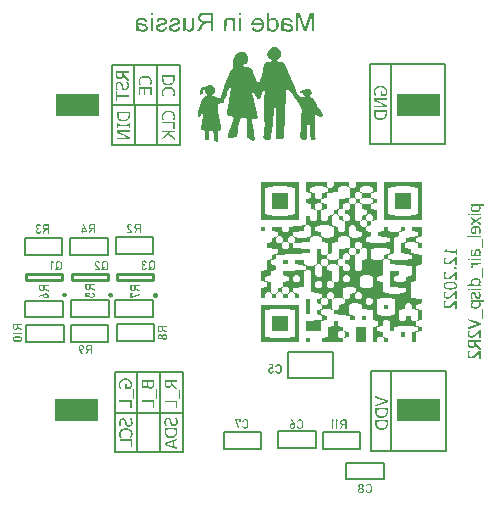
<source format=gbr>
G04 DipTrace 4.3.0.5*
G04 BottomSilk.gbr*
%MOMM*%
G04 #@! TF.FileFunction,Legend,Bot*
G04 #@! TF.Part,Single*
%ADD10C,0.25*%
%ADD20C,0.15*%
%FSLAX35Y35*%
G04*
G71*
G90*
G75*
G01*
G04 BotSilk*
%LPD*%
G36*
X-1568207Y-628338D2*
X-1568040Y-625785D1*
X-1567541Y-623275D1*
X-1566718Y-620851D1*
X-1565586Y-618556D1*
X-1564164Y-616429D1*
X-1562477Y-614505D1*
X-1560553Y-612817D1*
X-1558425Y-611396D1*
X-1556130Y-610264D1*
X-1553707Y-609441D1*
X-1551197Y-608942D1*
X-1548644Y-608775D1*
X-1546090Y-608942D1*
X-1543580Y-609441D1*
X-1541157Y-610264D1*
X-1538862Y-611396D1*
X-1536734Y-612817D1*
X-1534810Y-614505D1*
X-1533123Y-616429D1*
X-1531701Y-618556D1*
X-1530569Y-620851D1*
X-1529747Y-623275D1*
X-1529247Y-625785D1*
X-1529080Y-628338D1*
Y-628383D1*
X-1529247Y-630937D1*
X-1529747Y-633447D1*
X-1530569Y-635870D1*
X-1531701Y-638165D1*
X-1533123Y-640293D1*
X-1534810Y-642217D1*
X-1536734Y-643904D1*
X-1538862Y-645326D1*
X-1541157Y-646457D1*
X-1543580Y-647280D1*
X-1546090Y-647779D1*
X-1548644Y-647947D1*
X-1551197Y-647779D1*
X-1553707Y-647280D1*
X-1556130Y-646457D1*
X-1558425Y-645326D1*
X-1560553Y-643904D1*
X-1562477Y-642217D1*
X-1564164Y-640293D1*
X-1565586Y-638165D1*
X-1566718Y-635870D1*
X-1567541Y-633447D1*
X-1568040Y-630937D1*
X-1568207Y-628383D1*
Y-628338D1*
G37*
X-1572014Y-501000D2*
D10*
X-1872000D1*
Y-451000D1*
X-1572014D1*
Y-501000D1*
G36*
X-1178207Y-630338D2*
X-1178040Y-627785D1*
X-1177541Y-625275D1*
X-1176718Y-622851D1*
X-1175586Y-620556D1*
X-1174164Y-618429D1*
X-1172477Y-616505D1*
X-1170553Y-614817D1*
X-1168425Y-613396D1*
X-1166130Y-612264D1*
X-1163707Y-611441D1*
X-1161197Y-610942D1*
X-1158644Y-610775D1*
X-1156090Y-610942D1*
X-1153580Y-611441D1*
X-1151157Y-612264D1*
X-1148862Y-613396D1*
X-1146734Y-614817D1*
X-1144810Y-616505D1*
X-1143123Y-618429D1*
X-1141701Y-620556D1*
X-1140569Y-622851D1*
X-1139747Y-625275D1*
X-1139247Y-627785D1*
X-1139080Y-630338D1*
Y-630383D1*
X-1139247Y-632937D1*
X-1139747Y-635447D1*
X-1140569Y-637870D1*
X-1141701Y-640165D1*
X-1143123Y-642293D1*
X-1144810Y-644217D1*
X-1146734Y-645904D1*
X-1148862Y-647326D1*
X-1151157Y-648457D1*
X-1153580Y-649280D1*
X-1156090Y-649779D1*
X-1158644Y-649947D1*
X-1161197Y-649779D1*
X-1163707Y-649280D1*
X-1166130Y-648457D1*
X-1168425Y-647326D1*
X-1170553Y-645904D1*
X-1172477Y-644217D1*
X-1174164Y-642293D1*
X-1175586Y-640165D1*
X-1176718Y-637870D1*
X-1177541Y-635447D1*
X-1178040Y-632937D1*
X-1178207Y-630383D1*
Y-630338D1*
G37*
X-1182014Y-503000D2*
D10*
X-1482000D1*
Y-453000D1*
X-1182014D1*
Y-503000D1*
G36*
X-797207Y-631338D2*
X-797040Y-628785D1*
X-796541Y-626275D1*
X-795718Y-623851D1*
X-794586Y-621556D1*
X-793164Y-619429D1*
X-791477Y-617505D1*
X-789553Y-615817D1*
X-787425Y-614396D1*
X-785130Y-613264D1*
X-782707Y-612441D1*
X-780197Y-611942D1*
X-777644Y-611775D1*
X-775090Y-611942D1*
X-772580Y-612441D1*
X-770157Y-613264D1*
X-767862Y-614396D1*
X-765734Y-615817D1*
X-763810Y-617505D1*
X-762123Y-619429D1*
X-760701Y-621556D1*
X-759569Y-623851D1*
X-758747Y-626275D1*
X-758247Y-628785D1*
X-758080Y-631338D1*
Y-631383D1*
X-758247Y-633937D1*
X-758747Y-636447D1*
X-759569Y-638870D1*
X-760701Y-641165D1*
X-762123Y-643293D1*
X-763810Y-645217D1*
X-765734Y-646904D1*
X-767862Y-648326D1*
X-770157Y-649457D1*
X-772580Y-650280D1*
X-775090Y-650779D1*
X-777644Y-650947D1*
X-780197Y-650779D1*
X-782707Y-650280D1*
X-785130Y-649457D1*
X-787425Y-648326D1*
X-789553Y-646904D1*
X-791477Y-645217D1*
X-793164Y-643293D1*
X-794586Y-641165D1*
X-795718Y-638870D1*
X-796541Y-636447D1*
X-797040Y-633937D1*
X-797207Y-631383D1*
Y-631338D1*
G37*
X-801014Y-504000D2*
D10*
X-1101000D1*
Y-454000D1*
X-801014D1*
Y-504000D1*
X-1149000Y1322000D2*
D20*
X-567000D1*
Y646000D1*
X-1149000D1*
Y1322000D1*
X-959000Y1326000D2*
X-956000Y648000D1*
X-765000Y1321000D2*
Y650000D1*
X-1148000Y979000D2*
X-567000D1*
X1037000Y1329000D2*
X1672000D1*
Y648000D1*
X1037000D1*
Y1329000D1*
X1049000Y-1269000D2*
X1684000D1*
Y-1950000D1*
X1049000D1*
Y-1269000D1*
X1218000Y-1272000D2*
Y-1943000D1*
X-1885000Y-143000D2*
X-1566000D1*
Y-286000D1*
X-1885000D1*
Y-143000D1*
X-1501000D2*
X-1182000D1*
Y-286000D1*
X-1501000D1*
Y-143000D1*
X1217000Y1318000D2*
Y647000D1*
X-1117000Y-139000D2*
X-798000D1*
Y-282000D1*
X-1117000D1*
Y-139000D1*
X-1124000Y-1284000D2*
X-542000D1*
Y-1960000D1*
X-1124000D1*
Y-1284000D1*
X-934000Y-1280000D2*
X-931000Y-1958000D1*
X-740000Y-1285000D2*
Y-1956000D1*
X-1123000Y-1627000D2*
X-542000D1*
X-1884000Y-675000D2*
X-1565000D1*
Y-818000D1*
X-1884000D1*
Y-675000D1*
X-1495000Y-674000D2*
X-1176000D1*
Y-817000D1*
X-1495000D1*
Y-674000D1*
X-1119000Y-672000D2*
X-800000D1*
Y-815000D1*
X-1119000D1*
Y-672000D1*
X-1874000Y-884000D2*
X-1555000D1*
Y-1027000D1*
X-1874000D1*
Y-884000D1*
X-1498000D2*
X-1179000D1*
Y-1027000D1*
X-1498000D1*
Y-884000D1*
X-1106000Y-875000D2*
X-787000D1*
Y-1018000D1*
X-1106000D1*
Y-875000D1*
G36*
X-1628000Y-1509000D2*
X-1265000D1*
Y-1691000D1*
X-1628000D1*
Y-1509000D1*
G37*
G36*
X1264000Y-1510000D2*
X1627000D1*
Y-1692000D1*
X1264000D1*
Y-1510000D1*
G37*
G36*
X-1623000Y1070000D2*
X-1260000D1*
Y888000D1*
X-1623000D1*
Y1070000D1*
G37*
G36*
X1268000Y1071000D2*
X1631000D1*
Y889000D1*
X1268000D1*
Y1071000D1*
G37*
X-202000Y-1785000D2*
D20*
X117000D1*
Y-1928000D1*
X-202000D1*
Y-1785000D1*
X260000Y-1783000D2*
X579000D1*
Y-1926000D1*
X260000D1*
Y-1783000D1*
X637000Y-1786000D2*
X956000D1*
Y-1929000D1*
X637000D1*
Y-1786000D1*
X836000Y-2047000D2*
X1155000D1*
Y-2190000D1*
X836000D1*
Y-2047000D1*
X345000Y-1113000D2*
X728000D1*
Y-1327000D1*
X345000D1*
Y-1113000D1*
G36*
X-1112950Y1252027D2*
Y1224027D1*
X-1111617Y1218693D1*
X-1107617Y1210693D1*
X-1100950Y1204027D1*
X-1095617Y1201360D1*
X-1091617Y1200027D1*
X-1076950D1*
X-1071617Y1201360D1*
X-1068950Y1202693D1*
X-1064950Y1205360D1*
X-1058283Y1212027D1*
X-1055617Y1216027D1*
X-1054283Y1218693D1*
X-1054007Y1219598D1*
X-1052801Y1220792D1*
X-1051617Y1221360D1*
X-1047617Y1217360D1*
X-1040950Y1212027D1*
X-1024950Y1198693D1*
X-1018283Y1193360D1*
X-1010283Y1186693D1*
X-1006283Y1184027D1*
Y1201360D1*
X-1007617Y1202693D1*
X-1014283Y1208027D1*
X-1022283Y1214693D1*
X-1042283Y1230693D1*
X-1044950Y1232027D1*
X-1048950Y1236027D1*
Y1252027D1*
X-1006283Y1253360D1*
Y1266693D1*
X-1112950D1*
Y1252027D1*
X-1102283D1*
X-1088061Y1253360D1*
X-1073839D1*
X-1059617Y1252027D1*
Y1234693D1*
X-1060950Y1233360D1*
X-1062283Y1225360D1*
Y1224027D1*
X-1068950Y1217360D1*
X-1071617Y1216027D1*
X-1075617Y1214693D1*
X-1080506Y1213360D1*
X-1085394D1*
X-1090283Y1214693D1*
X-1094283Y1216027D1*
X-1099617Y1221360D1*
Y1222693D1*
X-1100950Y1225360D1*
X-1102283Y1252027D1*
X-1112950D1*
G37*
G36*
X-1028950Y1178693D2*
Y1177360D1*
X-1023617Y1170693D1*
X-1020950Y1166693D1*
X-1019617Y1164027D1*
X-1016950Y1156027D1*
X-1015617Y1150693D1*
X-1014283Y1149360D1*
Y1138693D1*
X-1015617Y1137360D1*
X-1016950Y1132027D1*
X-1018283Y1129360D1*
Y1128027D1*
X-1023617Y1122693D1*
X-1026283Y1121360D1*
X-1031617Y1120027D1*
X-1036950D1*
X-1042283Y1121360D1*
X-1044950Y1122693D1*
X-1048950Y1126693D1*
Y1128027D1*
X-1050283Y1130693D1*
X-1051617Y1134693D1*
X-1056950Y1156027D1*
X-1058283Y1158693D1*
X-1059617Y1162693D1*
X-1062283Y1166693D1*
X-1068950Y1173360D1*
X-1074283Y1176027D1*
X-1078283Y1177360D1*
X-1091617D1*
X-1095617Y1176027D1*
X-1100950Y1173360D1*
X-1104950Y1170693D1*
X-1106283Y1169360D1*
X-1110283Y1164027D1*
X-1114283Y1156027D1*
X-1115617Y1150693D1*
Y1129360D1*
X-1114283Y1122693D1*
X-1111617Y1114693D1*
X-1110283Y1112027D1*
X-1108950Y1110693D1*
X-1094283D1*
Y1112027D1*
X-1098283Y1117360D1*
X-1102283Y1125360D1*
X-1103617Y1130693D1*
X-1104950Y1132027D1*
Y1149360D1*
X-1103617Y1150693D1*
X-1100950Y1156027D1*
Y1157360D1*
X-1098283Y1160027D1*
X-1092950Y1162693D1*
X-1088950Y1164027D1*
X-1084950D1*
X-1080950Y1162693D1*
X-1075617Y1160027D1*
X-1071617Y1156027D1*
Y1154693D1*
X-1070283Y1152027D1*
X-1064950Y1130693D1*
X-1062283Y1122693D1*
X-1059617Y1117360D1*
X-1051617Y1109360D1*
X-1048950Y1108027D1*
X-1044950Y1106693D1*
X-1039617Y1105360D1*
X-1034283D1*
X-1027617Y1106693D1*
X-1023617Y1108027D1*
X-1020950Y1109360D1*
X-1016950Y1112027D1*
X-1011617Y1117360D1*
X-1008950Y1121360D1*
X-1006283Y1126693D1*
X-1004950Y1130693D1*
X-1003617Y1140027D1*
Y1148027D1*
X-1004950Y1158693D1*
X-1006283Y1164027D1*
X-1008950Y1172027D1*
X-1011617Y1177360D1*
X-1012950Y1178693D1*
X-1028950D1*
G37*
G36*
X-1112950Y1101360D2*
Y1014693D1*
X-1102283D1*
X-1100950Y1016027D1*
Y1050693D1*
X-1006283Y1052027D1*
Y1064027D1*
X-1007617Y1065360D1*
X-1100950Y1066693D1*
Y1101360D1*
X-1112950D1*
G37*
G36*
X-879617Y1228027D2*
X-884950Y1226693D1*
X-892950Y1224027D1*
X-900950Y1220027D1*
X-906283Y1216027D1*
X-911617Y1210693D1*
X-916950Y1202693D1*
X-918283Y1198693D1*
X-919617Y1196027D1*
X-920950Y1190693D1*
Y1169360D1*
X-919617Y1164027D1*
X-916950Y1156027D1*
X-912950Y1148027D1*
X-895617D1*
X-902283Y1156027D1*
X-904950Y1160027D1*
X-907617Y1165360D1*
X-908950Y1169360D1*
X-910283Y1170693D1*
Y1188027D1*
X-908950Y1189360D1*
X-907617Y1193360D1*
X-906283Y1196027D1*
Y1197360D1*
X-896950Y1206693D1*
X-891617Y1209360D1*
X-883617Y1212027D1*
X-878283Y1213360D1*
X-869839Y1214693D1*
X-861394D1*
X-852950Y1213360D1*
X-846283Y1212027D1*
X-842283Y1210693D1*
X-834283Y1206693D1*
X-832950Y1205360D1*
X-830283Y1204027D1*
X-826283Y1200027D1*
Y1198693D1*
X-823617Y1194693D1*
X-822283Y1192027D1*
X-820950Y1185360D1*
X-819617Y1184027D1*
Y1176027D1*
X-820950Y1174693D1*
X-822283Y1168027D1*
X-823617Y1164027D1*
X-826283Y1158693D1*
X-834283Y1148027D1*
X-818283D1*
X-812950Y1158693D1*
X-811617Y1162693D1*
X-810283Y1168027D1*
X-808950Y1177360D1*
Y1184027D1*
X-810283Y1193360D1*
X-812950Y1201360D1*
X-814283Y1204027D1*
X-816950Y1208027D1*
X-820950Y1213360D1*
X-822283Y1214693D1*
X-827617Y1218693D1*
X-831617Y1221360D1*
X-836950Y1224027D1*
X-844950Y1226693D1*
X-851617Y1228027D1*
X-879617D1*
G37*
G36*
X-918283Y1133360D2*
Y1066693D1*
X-906283D1*
Y1118693D1*
X-896061Y1120027D1*
X-885839D1*
X-875617Y1118693D1*
Y1069360D1*
X-864950D1*
X-863617Y1070693D1*
Y1118693D1*
X-850283Y1120027D1*
X-836950D1*
X-823617Y1118693D1*
Y1066693D1*
X-811617D1*
Y1133360D1*
X-918283D1*
G37*
G36*
X-722283Y1216027D2*
Y1189360D1*
X-720950Y1182693D1*
X-718283Y1174693D1*
X-715617Y1169360D1*
X-712950Y1165360D1*
X-703617Y1156027D1*
X-699617Y1153360D1*
X-691617Y1149360D1*
X-687617Y1148027D1*
X-682283Y1146693D1*
X-658283D1*
X-652950Y1148027D1*
X-644950Y1150693D1*
X-639617Y1153360D1*
X-635617Y1156027D1*
X-624950Y1166693D1*
X-619617Y1177360D1*
X-618283Y1181360D1*
X-616950Y1186693D1*
X-615617Y1200027D1*
Y1230693D1*
X-722283D1*
Y1216027D1*
X-711617D1*
X-683172Y1217360D1*
X-654728D1*
X-626283Y1216027D1*
Y1197360D1*
X-627617Y1196027D1*
X-628950Y1188027D1*
X-630283Y1182693D1*
X-632950Y1177360D1*
Y1176027D1*
X-640950Y1168027D1*
X-643617Y1166693D1*
X-644950Y1165360D1*
X-647617Y1164027D1*
X-651617Y1162693D1*
X-656950Y1161360D1*
X-664950Y1160027D1*
X-672950D1*
X-680950Y1161360D1*
X-686283Y1162693D1*
X-690283Y1164027D1*
X-695617Y1166693D1*
X-696950Y1168027D1*
X-699617Y1169360D1*
X-703617Y1173360D1*
Y1174693D1*
X-706283Y1178693D1*
X-707617Y1181360D1*
X-708950Y1185360D1*
X-710283Y1190693D1*
X-711617Y1216027D1*
X-722283D1*
G37*
G36*
X-683617Y1134693D2*
X-688950Y1133360D1*
X-696950Y1130693D1*
X-704950Y1126693D1*
X-710283Y1122693D1*
X-715617Y1117360D1*
X-720950Y1109360D1*
X-722283Y1105360D1*
X-723617Y1102693D1*
X-724950Y1097360D1*
Y1076027D1*
X-723617Y1070693D1*
X-720950Y1062693D1*
X-716950Y1054693D1*
X-699617D1*
X-706283Y1062693D1*
X-708950Y1066693D1*
X-711617Y1072027D1*
X-712950Y1076027D1*
X-714283Y1077360D1*
Y1094693D1*
X-712950Y1096027D1*
X-711617Y1100027D1*
X-710283Y1102693D1*
Y1104027D1*
X-700950Y1113360D1*
X-695617Y1116027D1*
X-687617Y1118693D1*
X-682283Y1120027D1*
X-673839Y1121360D1*
X-665394D1*
X-656950Y1120027D1*
X-650283Y1118693D1*
X-646283Y1117360D1*
X-638283Y1113360D1*
X-636950Y1112027D1*
X-634283Y1110693D1*
X-630283Y1106693D1*
Y1105360D1*
X-627617Y1101360D1*
X-626283Y1098693D1*
X-624950Y1092027D1*
X-623617Y1090693D1*
Y1082693D1*
X-624950Y1081360D1*
X-626283Y1074693D1*
X-627617Y1070693D1*
X-630283Y1065360D1*
X-638283Y1054693D1*
X-622283D1*
X-616950Y1065360D1*
X-615617Y1069360D1*
X-614283Y1074693D1*
X-612950Y1084027D1*
Y1090693D1*
X-614283Y1100027D1*
X-616950Y1108027D1*
X-618283Y1110693D1*
X-620950Y1114693D1*
X-624950Y1120027D1*
X-626283Y1121360D1*
X-631617Y1125360D1*
X-635617Y1128027D1*
X-640950Y1130693D1*
X-648950Y1133360D1*
X-655617Y1134693D1*
X-683617D1*
G37*
G36*
X-1102283Y910693D2*
Y884027D1*
X-1100950Y877360D1*
X-1098283Y869360D1*
X-1095617Y864027D1*
X-1092950Y860027D1*
X-1083617Y850693D1*
X-1079617Y848027D1*
X-1071617Y844027D1*
X-1067617Y842693D1*
X-1062283Y841360D1*
X-1038283D1*
X-1032950Y842693D1*
X-1024950Y845360D1*
X-1019617Y848027D1*
X-1015617Y850693D1*
X-1004950Y861360D1*
X-999617Y872027D1*
X-998283Y876027D1*
X-996950Y881360D1*
X-995617Y894693D1*
Y925360D1*
X-1102283D1*
Y910693D1*
X-1091617D1*
X-1063172Y912027D1*
X-1034728D1*
X-1006283Y910693D1*
Y892027D1*
X-1007617Y890693D1*
X-1008950Y882693D1*
X-1010283Y877360D1*
X-1012950Y872027D1*
Y870693D1*
X-1020950Y862693D1*
X-1023617Y861360D1*
X-1024950Y860027D1*
X-1027617Y858693D1*
X-1031617Y857360D1*
X-1036950Y856027D1*
X-1044950Y854693D1*
X-1052950D1*
X-1060950Y856027D1*
X-1066283Y857360D1*
X-1070283Y858693D1*
X-1075617Y861360D1*
X-1076950Y862693D1*
X-1079617Y864027D1*
X-1083617Y868027D1*
Y869360D1*
X-1086283Y873360D1*
X-1087617Y876027D1*
X-1088950Y880027D1*
X-1090283Y885360D1*
X-1091617Y910693D1*
X-1102283D1*
G37*
G36*
Y828027D2*
Y786693D1*
X-1094283D1*
X-1092950Y788027D1*
Y800027D1*
X-1063617Y801360D1*
X-1034283D1*
X-1004950Y800027D1*
Y786693D1*
X-996950D1*
X-995617Y788027D1*
Y828027D1*
X-1004950D1*
Y816027D1*
X-1034283Y814693D1*
X-1063617D1*
X-1092950Y816027D1*
Y828027D1*
X-1102283D1*
G37*
G36*
Y768027D2*
Y748027D1*
X-1100950Y746693D1*
X-1038283Y714693D1*
X-1019617Y705360D1*
X-1102283Y704027D1*
Y690693D1*
X-996950D1*
X-995617Y692027D1*
Y705360D1*
X-998283Y708027D1*
X-1023617Y721360D1*
X-1067617Y744027D1*
X-1088950Y754693D1*
X-995617Y756027D1*
Y768027D1*
X-1102283D1*
G37*
G36*
X-683617Y933360D2*
X-688950Y932027D1*
X-696950Y929360D1*
X-704950Y925360D1*
X-710283Y921360D1*
X-715617Y916027D1*
X-720950Y908027D1*
X-722283Y904027D1*
X-723617Y901360D1*
X-724950Y896027D1*
Y874693D1*
X-723617Y869360D1*
X-720950Y861360D1*
X-716950Y853360D1*
X-699617D1*
X-706283Y861360D1*
X-708950Y865360D1*
X-711617Y870693D1*
X-712950Y874693D1*
X-714283Y876027D1*
Y893360D1*
X-712950Y894693D1*
X-711617Y898693D1*
X-710283Y901360D1*
Y902693D1*
X-700950Y912027D1*
X-695617Y914693D1*
X-687617Y917360D1*
X-682283Y918693D1*
X-673839Y920027D1*
X-665394D1*
X-656950Y918693D1*
X-650283Y917360D1*
X-646283Y916027D1*
X-638283Y912027D1*
X-636950Y910693D1*
X-634283Y909360D1*
X-630283Y905360D1*
Y904027D1*
X-627617Y900027D1*
X-626283Y897360D1*
X-624950Y890693D1*
X-623617Y889360D1*
Y881360D1*
X-624950Y880027D1*
X-626283Y873360D1*
X-627617Y869360D1*
X-630283Y864027D1*
X-638283Y853360D1*
X-622283D1*
X-616950Y864027D1*
X-615617Y868027D1*
X-614283Y873360D1*
X-612950Y882693D1*
Y889360D1*
X-614283Y898693D1*
X-616950Y906693D1*
X-618283Y909360D1*
X-620950Y913360D1*
X-624950Y918693D1*
X-626283Y920027D1*
X-631617Y924027D1*
X-635617Y926693D1*
X-640950Y929360D1*
X-648950Y932027D1*
X-655617Y933360D1*
X-683617D1*
G37*
G36*
X-722283Y838693D2*
Y825360D1*
X-627617Y824027D1*
Y776027D1*
X-616950D1*
X-615617Y777360D1*
Y838693D1*
X-722283D1*
G37*
G36*
Y764027D2*
Y750693D1*
X-674283Y749360D1*
X-684950Y738693D1*
X-687617Y737360D1*
X-714283Y713360D1*
X-722283Y705360D1*
Y689360D1*
X-707617Y702693D1*
X-687617Y721360D1*
X-675617Y733360D1*
X-674283D1*
X-668950Y728027D1*
X-648950Y712027D1*
X-643617Y708027D1*
X-616950Y686693D1*
X-615617D1*
Y702693D1*
X-620950Y708027D1*
X-640950Y724027D1*
X-646283Y728027D1*
X-659617Y738693D1*
X-662283Y740027D1*
X-666283Y744027D1*
X-664950Y745360D1*
X-662283Y746693D1*
X-659617Y749360D1*
X-615617Y750693D1*
Y764027D1*
X-722283D1*
G37*
G36*
X1083050Y-1483973D2*
Y-1497307D1*
X1084383Y-1498640D1*
X1135050Y-1515973D1*
X1171050Y-1527973D1*
X1169717Y-1529307D1*
X1085717Y-1557307D1*
X1083050Y-1558640D1*
Y-1571973D1*
X1084383D1*
X1088383Y-1570640D1*
X1123050Y-1558640D1*
X1161717Y-1545307D1*
X1188383Y-1535973D1*
X1189717Y-1534640D1*
Y-1521307D1*
X1188383Y-1519973D1*
X1181717Y-1517307D1*
X1147050Y-1505307D1*
X1108383Y-1491973D1*
X1084383Y-1483973D1*
X1083050D1*
G37*
G36*
Y-1598640D2*
Y-1625307D1*
X1084383Y-1631973D1*
X1087050Y-1639973D1*
X1089717Y-1645307D1*
X1092383Y-1649307D1*
X1101717Y-1658640D1*
X1105717Y-1661307D1*
X1113717Y-1665307D1*
X1117717Y-1666640D1*
X1123050Y-1667973D1*
X1147050D1*
X1152383Y-1666640D1*
X1160383Y-1663973D1*
X1165717Y-1661307D1*
X1169717Y-1658640D1*
X1180383Y-1647973D1*
X1185717Y-1637307D1*
X1187050Y-1633307D1*
X1188383Y-1627973D1*
X1189717Y-1614640D1*
Y-1583973D1*
X1083050D1*
Y-1598640D1*
X1093717D1*
X1122161Y-1597307D1*
X1150606D1*
X1179050Y-1598640D1*
Y-1617307D1*
X1177717Y-1618640D1*
X1176383Y-1626640D1*
X1175050Y-1631973D1*
X1172383Y-1637307D1*
Y-1638640D1*
X1164383Y-1646640D1*
X1161717Y-1647973D1*
X1160383Y-1649307D1*
X1157717Y-1650640D1*
X1153717Y-1651973D1*
X1148383Y-1653307D1*
X1140383Y-1654640D1*
X1132383D1*
X1124383Y-1653307D1*
X1119050Y-1651973D1*
X1115050Y-1650640D1*
X1109717Y-1647973D1*
X1108383Y-1646640D1*
X1105717Y-1645307D1*
X1101717Y-1641307D1*
Y-1639973D1*
X1099050Y-1635973D1*
X1097717Y-1633307D1*
X1096383Y-1629307D1*
X1095050Y-1623973D1*
X1093717Y-1598640D1*
X1083050D1*
G37*
G36*
Y-1699973D2*
Y-1726640D1*
X1084383Y-1733307D1*
X1087050Y-1741307D1*
X1089717Y-1746640D1*
X1092383Y-1750640D1*
X1101717Y-1759973D1*
X1105717Y-1762640D1*
X1113717Y-1766640D1*
X1117717Y-1767973D1*
X1123050Y-1769307D1*
X1147050D1*
X1152383Y-1767973D1*
X1160383Y-1765307D1*
X1165717Y-1762640D1*
X1169717Y-1759973D1*
X1180383Y-1749307D1*
X1185717Y-1738640D1*
X1187050Y-1734640D1*
X1188383Y-1729307D1*
X1189717Y-1715973D1*
Y-1685307D1*
X1083050D1*
Y-1699973D1*
X1093717D1*
X1122161Y-1698640D1*
X1150606D1*
X1179050Y-1699973D1*
Y-1718640D1*
X1177717Y-1719973D1*
X1176383Y-1727973D1*
X1175050Y-1733307D1*
X1172383Y-1738640D1*
Y-1739973D1*
X1164383Y-1747973D1*
X1161717Y-1749307D1*
X1160383Y-1750640D1*
X1157717Y-1751973D1*
X1153717Y-1753307D1*
X1148383Y-1754640D1*
X1140383Y-1755973D1*
X1132383D1*
X1124383Y-1754640D1*
X1119050Y-1753307D1*
X1115050Y-1751973D1*
X1109717Y-1749307D1*
X1108383Y-1747973D1*
X1105717Y-1746640D1*
X1101717Y-1742640D1*
Y-1741307D1*
X1099050Y-1737307D1*
X1097717Y-1734640D1*
X1096383Y-1730640D1*
X1095050Y-1725307D1*
X1093717Y-1699973D1*
X1083050D1*
G37*
G36*
X1113717Y1144027D2*
X1107050Y1142693D1*
X1103050Y1141360D1*
X1096383Y1138693D1*
X1089717Y1134693D1*
X1079050Y1124027D1*
X1073717Y1113360D1*
X1072383Y1109360D1*
X1071050Y1104027D1*
Y1082693D1*
X1072383Y1076027D1*
X1075050Y1068027D1*
X1077717Y1062693D1*
X1079050Y1058693D1*
X1096383D1*
X1091050Y1065360D1*
X1088383Y1069360D1*
X1085717Y1074693D1*
X1084383Y1078693D1*
X1083050Y1084027D1*
X1081717Y1085360D1*
Y1104027D1*
X1083050Y1105360D1*
X1084383Y1109360D1*
X1087050Y1113360D1*
Y1114693D1*
X1093717Y1121360D1*
X1096383Y1122693D1*
X1097717Y1124027D1*
X1100383Y1125360D1*
X1108383Y1128027D1*
X1113717Y1129360D1*
X1122161Y1130693D1*
X1130606D1*
X1139050Y1129360D1*
X1145717Y1128027D1*
X1148383Y1126693D1*
X1152383Y1125360D1*
X1157717Y1122693D1*
X1167050Y1113360D1*
Y1112027D1*
X1169717Y1106693D1*
X1171050Y1100027D1*
X1172383Y1098693D1*
Y1088027D1*
X1171050Y1086693D1*
X1169717Y1077360D1*
Y1073360D1*
X1168383Y1072027D1*
X1158606Y1070693D1*
X1148828D1*
X1139050Y1072027D1*
Y1096027D1*
X1127050D1*
Y1058693D1*
X1173717D1*
X1176383Y1064027D1*
X1180383Y1076027D1*
X1181717Y1081360D1*
X1183050Y1089360D1*
Y1097360D1*
X1181717Y1106693D1*
X1180383Y1112027D1*
X1179050Y1116027D1*
X1176383Y1121360D1*
X1173717Y1125360D1*
X1164383Y1134693D1*
X1157717Y1138693D1*
X1151050Y1141360D1*
X1140383Y1144027D1*
X1113717D1*
G37*
G36*
X1073717Y1038693D2*
Y1018693D1*
X1075050Y1017360D1*
X1137717Y985360D1*
X1156383Y976027D1*
X1073717Y974693D1*
Y961360D1*
X1179050D1*
X1180383Y962693D1*
Y976027D1*
X1177717Y978693D1*
X1152383Y992027D1*
X1108383Y1014693D1*
X1087050Y1025360D1*
X1180383Y1026693D1*
Y1038693D1*
X1073717D1*
G37*
G36*
Y924027D2*
Y897360D1*
X1075050Y890693D1*
X1077717Y882693D1*
X1080383Y877360D1*
X1083050Y873360D1*
X1092383Y864027D1*
X1096383Y861360D1*
X1104383Y857360D1*
X1108383Y856027D1*
X1113717Y854693D1*
X1137717D1*
X1143050Y856027D1*
X1151050Y858693D1*
X1156383Y861360D1*
X1160383Y864027D1*
X1171050Y874693D1*
X1176383Y885360D1*
X1177717Y889360D1*
X1179050Y894693D1*
X1180383Y908027D1*
Y938693D1*
X1073717D1*
Y924027D1*
X1084383D1*
X1112828Y925360D1*
X1141272D1*
X1169717Y924027D1*
Y905360D1*
X1168383Y904027D1*
X1167050Y896027D1*
X1165717Y890693D1*
X1163050Y885360D1*
Y884027D1*
X1155050Y876027D1*
X1152383Y874693D1*
X1151050Y873360D1*
X1148383Y872027D1*
X1144383Y870693D1*
X1139050Y869360D1*
X1131050Y868027D1*
X1123050D1*
X1115050Y869360D1*
X1109717Y870693D1*
X1105717Y872027D1*
X1100383Y874693D1*
X1099050Y876027D1*
X1096383Y877360D1*
X1092383Y881360D1*
Y882693D1*
X1089717Y886693D1*
X1088383Y889360D1*
X1087050Y893360D1*
X1085717Y898693D1*
X1084383Y924027D1*
X1073717D1*
G37*
G36*
X-700950Y-1362640D2*
Y-1390640D1*
X-699617Y-1395973D1*
X-695617Y-1403973D1*
X-688950Y-1410640D1*
X-683617Y-1413307D1*
X-679617Y-1414640D1*
X-664950D1*
X-659617Y-1413307D1*
X-656950Y-1411973D1*
X-652950Y-1409307D1*
X-646283Y-1402640D1*
X-643617Y-1398640D1*
X-642283Y-1395973D1*
X-642007Y-1395069D1*
X-640801Y-1393875D1*
X-639617Y-1393307D1*
X-635617Y-1397307D1*
X-628950Y-1402640D1*
X-612950Y-1415973D1*
X-606283Y-1421307D1*
X-598283Y-1427973D1*
X-594283Y-1430640D1*
Y-1413307D1*
X-595617Y-1411973D1*
X-602283Y-1406640D1*
X-610283Y-1399973D1*
X-630283Y-1383973D1*
X-632950Y-1382640D1*
X-636950Y-1378640D1*
Y-1362640D1*
X-594283Y-1361307D1*
Y-1347973D1*
X-700950D1*
Y-1362640D1*
X-690283D1*
X-676061Y-1361307D1*
X-661839D1*
X-647617Y-1362640D1*
Y-1379973D1*
X-648950Y-1381307D1*
X-650283Y-1389307D1*
Y-1390640D1*
X-656950Y-1397307D1*
X-659617Y-1398640D1*
X-663617Y-1399973D1*
X-668506Y-1401307D1*
X-673394D1*
X-678283Y-1399973D1*
X-682283Y-1398640D1*
X-687617Y-1393307D1*
Y-1391973D1*
X-688950Y-1389307D1*
X-690283Y-1362640D1*
X-700950D1*
G37*
G36*
X-580950Y-1429307D2*
Y-1511973D1*
X-572950D1*
Y-1429307D1*
X-580950D1*
G37*
G36*
X-700950Y-1522640D2*
Y-1535973D1*
X-606283Y-1537307D1*
Y-1585307D1*
X-595617D1*
X-594283Y-1583973D1*
Y-1522640D1*
X-700950D1*
G37*
G36*
X-847617Y-1402640D2*
Y-1403973D1*
X-846283Y-1407973D1*
X-844950Y-1410640D1*
X-836950Y-1418640D1*
X-834283Y-1419973D1*
X-830283Y-1421307D1*
X-812950D1*
X-808950Y-1419973D1*
X-806283Y-1418640D1*
X-802283Y-1415973D1*
X-798283Y-1411973D1*
X-795617Y-1407973D1*
X-791617Y-1399973D1*
X-790283Y-1395973D1*
X-788950Y-1383973D1*
Y-1349307D1*
X-895617D1*
Y-1363973D1*
X-884950D1*
X-873839Y-1362640D1*
X-862728D1*
X-851617Y-1363973D1*
Y-1386640D1*
X-852950Y-1387973D1*
X-854283Y-1393307D1*
X-855617Y-1395973D1*
Y-1397307D1*
X-858283Y-1399973D1*
X-860950Y-1401307D1*
X-866728Y-1402640D1*
X-872506D1*
X-878283Y-1401307D1*
X-883617Y-1395973D1*
Y-1393307D1*
X-884950Y-1363973D1*
X-895617D1*
Y-1395973D1*
X-894283Y-1401307D1*
X-890283Y-1409307D1*
X-886283Y-1413307D1*
X-880950Y-1415973D1*
X-875617Y-1417307D1*
X-868950D1*
X-863617Y-1415973D1*
X-860950Y-1414640D1*
X-856950Y-1411973D1*
X-852950Y-1407973D1*
X-850283Y-1403973D1*
X-850066Y-1402942D1*
X-849248Y-1401849D1*
X-848591Y-1401881D1*
X-847617Y-1402640D1*
X-835617D1*
X-838283Y-1398640D1*
X-839617Y-1395973D1*
X-840950Y-1394640D1*
Y-1363973D1*
X-827172Y-1362640D1*
X-813394D1*
X-799617Y-1363973D1*
Y-1385307D1*
X-800950Y-1386640D1*
X-802283Y-1394640D1*
X-803617Y-1397307D1*
X-806283Y-1401307D1*
X-810283Y-1405307D1*
X-812950Y-1406640D1*
X-818728Y-1407973D1*
X-824506D1*
X-830283Y-1406640D1*
X-832950Y-1405307D1*
X-835617Y-1402640D1*
X-847617D1*
G37*
G36*
X-775617Y-1425307D2*
Y-1507973D1*
X-767617D1*
Y-1425307D1*
X-775617D1*
G37*
G36*
X-895617Y-1518640D2*
Y-1531973D1*
X-800950Y-1533307D1*
Y-1581307D1*
X-790283D1*
X-788950Y-1579973D1*
Y-1518640D1*
X-895617D1*
G37*
G36*
X-1046283Y-1334640D2*
X-1052950Y-1335973D1*
X-1056950Y-1337307D1*
X-1063617Y-1339973D1*
X-1070283Y-1343973D1*
X-1080950Y-1354640D1*
X-1086283Y-1365307D1*
X-1087617Y-1369307D1*
X-1088950Y-1374640D1*
Y-1395973D1*
X-1087617Y-1402640D1*
X-1084950Y-1410640D1*
X-1082283Y-1415973D1*
X-1080950Y-1419973D1*
X-1063617D1*
X-1068950Y-1413307D1*
X-1071617Y-1409307D1*
X-1074283Y-1403973D1*
X-1075617Y-1399973D1*
X-1076950Y-1394640D1*
X-1078283Y-1393307D1*
Y-1374640D1*
X-1076950Y-1373307D1*
X-1075617Y-1369307D1*
X-1072950Y-1365307D1*
Y-1363973D1*
X-1066283Y-1357307D1*
X-1063617Y-1355973D1*
X-1062283Y-1354640D1*
X-1059617Y-1353307D1*
X-1051617Y-1350640D1*
X-1046283Y-1349307D1*
X-1037839Y-1347973D1*
X-1029394D1*
X-1020950Y-1349307D1*
X-1014283Y-1350640D1*
X-1011617Y-1351973D1*
X-1007617Y-1353307D1*
X-1002283Y-1355973D1*
X-992950Y-1365307D1*
Y-1366640D1*
X-990283Y-1371973D1*
X-988950Y-1378640D1*
X-987617Y-1379973D1*
Y-1390640D1*
X-988950Y-1391973D1*
X-990283Y-1401307D1*
Y-1405307D1*
X-991617Y-1406640D1*
X-1001394Y-1407973D1*
X-1011172D1*
X-1020950Y-1406640D1*
Y-1382640D1*
X-1032950D1*
Y-1419973D1*
X-986283D1*
X-983617Y-1414640D1*
X-979617Y-1402640D1*
X-978283Y-1397307D1*
X-976950Y-1389307D1*
Y-1381307D1*
X-978283Y-1371973D1*
X-979617Y-1366640D1*
X-980950Y-1362640D1*
X-983617Y-1357307D1*
X-986283Y-1353307D1*
X-995617Y-1343973D1*
X-1002283Y-1339973D1*
X-1008950Y-1337307D1*
X-1019617Y-1334640D1*
X-1046283D1*
G37*
G36*
X-966283Y-1427973D2*
Y-1510640D1*
X-958283D1*
Y-1427973D1*
X-966283D1*
G37*
G36*
X-1086283Y-1521307D2*
Y-1534640D1*
X-991617Y-1535973D1*
Y-1583973D1*
X-980950D1*
X-979617Y-1582640D1*
Y-1521307D1*
X-1086283D1*
G37*
G36*
X-998283Y-1671973D2*
Y-1673307D1*
X-992950Y-1679973D1*
X-990283Y-1683973D1*
X-988950Y-1686640D1*
X-986283Y-1694640D1*
X-984950Y-1699973D1*
X-983617Y-1701307D1*
Y-1711973D1*
X-984950Y-1713307D1*
X-986283Y-1718640D1*
X-987617Y-1721307D1*
Y-1722640D1*
X-992950Y-1727973D1*
X-995617Y-1729307D1*
X-1000950Y-1730640D1*
X-1006283D1*
X-1011617Y-1729307D1*
X-1014283Y-1727973D1*
X-1018283Y-1723973D1*
Y-1722640D1*
X-1019617Y-1719973D1*
X-1020950Y-1715973D1*
X-1026283Y-1694640D1*
X-1027617Y-1691973D1*
X-1028950Y-1687973D1*
X-1031617Y-1683973D1*
X-1038283Y-1677307D1*
X-1043617Y-1674640D1*
X-1047617Y-1673307D1*
X-1060950D1*
X-1064950Y-1674640D1*
X-1070283Y-1677307D1*
X-1074283Y-1679973D1*
X-1075617Y-1681307D1*
X-1079617Y-1686640D1*
X-1083617Y-1694640D1*
X-1084950Y-1699973D1*
Y-1721307D1*
X-1083617Y-1727973D1*
X-1080950Y-1735973D1*
X-1079617Y-1738640D1*
X-1078283Y-1739973D1*
X-1063617D1*
Y-1738640D1*
X-1067617Y-1733307D1*
X-1071617Y-1725307D1*
X-1072950Y-1719973D1*
X-1074283Y-1718640D1*
Y-1701307D1*
X-1072950Y-1699973D1*
X-1070283Y-1694640D1*
Y-1693307D1*
X-1067617Y-1690640D1*
X-1062283Y-1687973D1*
X-1058283Y-1686640D1*
X-1054283D1*
X-1050283Y-1687973D1*
X-1044950Y-1690640D1*
X-1040950Y-1694640D1*
Y-1695973D1*
X-1039617Y-1698640D1*
X-1034283Y-1719973D1*
X-1031617Y-1727973D1*
X-1028950Y-1733307D1*
X-1020950Y-1741307D1*
X-1018283Y-1742640D1*
X-1014283Y-1743973D1*
X-1008950Y-1745307D1*
X-1003617D1*
X-996950Y-1743973D1*
X-992950Y-1742640D1*
X-990283Y-1741307D1*
X-986283Y-1738640D1*
X-980950Y-1733307D1*
X-978283Y-1729307D1*
X-975617Y-1723973D1*
X-974283Y-1719973D1*
X-972950Y-1710640D1*
Y-1702640D1*
X-974283Y-1691973D1*
X-975617Y-1686640D1*
X-978283Y-1678640D1*
X-980950Y-1673307D1*
X-982283Y-1671973D1*
X-998283D1*
G37*
G36*
X-1043617Y-1754640D2*
X-1048950Y-1755973D1*
X-1056950Y-1758640D1*
X-1064950Y-1762640D1*
X-1070283Y-1766640D1*
X-1075617Y-1771973D1*
X-1080950Y-1779973D1*
X-1082283Y-1783973D1*
X-1083617Y-1786640D1*
X-1084950Y-1791973D1*
Y-1813307D1*
X-1083617Y-1818640D1*
X-1080950Y-1826640D1*
X-1076950Y-1834640D1*
X-1059617D1*
X-1066283Y-1826640D1*
X-1068950Y-1822640D1*
X-1071617Y-1817307D1*
X-1072950Y-1813307D1*
X-1074283Y-1811973D1*
Y-1794640D1*
X-1072950Y-1793307D1*
X-1071617Y-1789307D1*
X-1070283Y-1786640D1*
Y-1785307D1*
X-1060950Y-1775973D1*
X-1055617Y-1773307D1*
X-1047617Y-1770640D1*
X-1042283Y-1769307D1*
X-1033839Y-1767973D1*
X-1025394D1*
X-1016950Y-1769307D1*
X-1010283Y-1770640D1*
X-1006283Y-1771973D1*
X-998283Y-1775973D1*
X-996950Y-1777307D1*
X-994283Y-1778640D1*
X-990283Y-1782640D1*
Y-1783973D1*
X-987617Y-1787973D1*
X-986283Y-1790640D1*
X-984950Y-1797307D1*
X-983617Y-1798640D1*
Y-1806640D1*
X-984950Y-1807973D1*
X-986283Y-1814640D1*
X-987617Y-1818640D1*
X-990283Y-1823973D1*
X-998283Y-1834640D1*
X-982283D1*
X-976950Y-1823973D1*
X-975617Y-1819973D1*
X-974283Y-1814640D1*
X-972950Y-1805307D1*
Y-1798640D1*
X-974283Y-1789307D1*
X-976950Y-1781307D1*
X-978283Y-1778640D1*
X-980950Y-1774640D1*
X-984950Y-1769307D1*
X-986283Y-1767973D1*
X-991617Y-1763973D1*
X-995617Y-1761307D1*
X-1000950Y-1758640D1*
X-1008950Y-1755973D1*
X-1015617Y-1754640D1*
X-1043617D1*
G37*
G36*
X-1082283Y-1849307D2*
Y-1862640D1*
X-987617Y-1863973D1*
Y-1911973D1*
X-976950D1*
X-975617Y-1910640D1*
Y-1849307D1*
X-1082283D1*
G37*
G36*
X-615617Y-1665307D2*
Y-1666640D1*
X-610283Y-1673307D1*
X-607617Y-1677307D1*
X-606283Y-1679973D1*
X-603617Y-1687973D1*
X-602283Y-1693307D1*
X-600950Y-1694640D1*
Y-1705307D1*
X-602283Y-1706640D1*
X-603617Y-1711973D1*
X-604950Y-1714640D1*
Y-1715973D1*
X-610283Y-1721307D1*
X-612950Y-1722640D1*
X-618283Y-1723973D1*
X-623617D1*
X-628950Y-1722640D1*
X-631617Y-1721307D1*
X-635617Y-1717307D1*
Y-1715973D1*
X-636950Y-1713307D1*
X-638283Y-1709307D1*
X-643617Y-1687973D1*
X-644950Y-1685307D1*
X-646283Y-1681307D1*
X-648950Y-1677307D1*
X-655617Y-1670640D1*
X-660950Y-1667973D1*
X-664950Y-1666640D1*
X-678283D1*
X-682283Y-1667973D1*
X-687617Y-1670640D1*
X-691617Y-1673307D1*
X-692950Y-1674640D1*
X-696950Y-1679973D1*
X-700950Y-1687973D1*
X-702283Y-1693307D1*
Y-1714640D1*
X-700950Y-1721307D1*
X-698283Y-1729307D1*
X-696950Y-1731973D1*
X-695617Y-1733307D1*
X-680950D1*
Y-1731973D1*
X-684950Y-1726640D1*
X-688950Y-1718640D1*
X-690283Y-1713307D1*
X-691617Y-1711973D1*
Y-1694640D1*
X-690283Y-1693307D1*
X-687617Y-1687973D1*
Y-1686640D1*
X-684950Y-1683973D1*
X-679617Y-1681307D1*
X-675617Y-1679973D1*
X-671617D1*
X-667617Y-1681307D1*
X-662283Y-1683973D1*
X-658283Y-1687973D1*
Y-1689307D1*
X-656950Y-1691973D1*
X-651617Y-1713307D1*
X-648950Y-1721307D1*
X-646283Y-1726640D1*
X-638283Y-1734640D1*
X-635617Y-1735973D1*
X-631617Y-1737307D1*
X-626283Y-1738640D1*
X-620950D1*
X-614283Y-1737307D1*
X-610283Y-1735973D1*
X-607617Y-1734640D1*
X-603617Y-1731973D1*
X-598283Y-1726640D1*
X-595617Y-1722640D1*
X-592950Y-1717307D1*
X-591617Y-1713307D1*
X-590283Y-1703973D1*
Y-1695973D1*
X-591617Y-1685307D1*
X-592950Y-1679973D1*
X-595617Y-1671973D1*
X-598283Y-1666640D1*
X-599617Y-1665307D1*
X-615617D1*
G37*
G36*
X-699617Y-1767973D2*
Y-1794640D1*
X-698283Y-1801307D1*
X-695617Y-1809307D1*
X-692950Y-1814640D1*
X-690283Y-1818640D1*
X-680950Y-1827973D1*
X-676950Y-1830640D1*
X-668950Y-1834640D1*
X-664950Y-1835973D1*
X-659617Y-1837307D1*
X-635617D1*
X-630283Y-1835973D1*
X-622283Y-1833307D1*
X-616950Y-1830640D1*
X-612950Y-1827973D1*
X-602283Y-1817307D1*
X-596950Y-1806640D1*
X-595617Y-1802640D1*
X-594283Y-1797307D1*
X-592950Y-1783973D1*
Y-1753307D1*
X-699617D1*
Y-1767973D1*
X-688950D1*
X-660506Y-1766640D1*
X-632061D1*
X-603617Y-1767973D1*
Y-1786640D1*
X-604950Y-1787973D1*
X-606283Y-1795973D1*
X-607617Y-1801307D1*
X-610283Y-1806640D1*
Y-1807973D1*
X-618283Y-1815973D1*
X-620950Y-1817307D1*
X-622283Y-1818640D1*
X-624950Y-1819973D1*
X-628950Y-1821307D1*
X-634283Y-1822640D1*
X-642283Y-1823973D1*
X-650283D1*
X-658283Y-1822640D1*
X-663617Y-1821307D1*
X-667617Y-1819973D1*
X-672950Y-1817307D1*
X-674283Y-1815973D1*
X-676950Y-1814640D1*
X-680950Y-1810640D1*
Y-1809307D1*
X-683617Y-1805307D1*
X-684950Y-1802640D1*
X-686283Y-1798640D1*
X-687617Y-1793307D1*
X-688950Y-1767973D1*
X-699617D1*
G37*
G36*
X-678283Y-1871973D2*
X-698283Y-1878640D1*
X-699617Y-1879973D1*
Y-1895973D1*
X-698283Y-1897307D1*
X-695617Y-1898640D1*
X-620950Y-1923973D1*
X-596950Y-1931973D1*
X-592950D1*
Y-1919973D1*
X-594283Y-1918640D1*
X-596950Y-1917307D1*
X-620950Y-1909307D1*
X-623617Y-1907973D1*
Y-1867973D1*
X-622283Y-1866640D1*
X-594283Y-1857307D1*
X-592950Y-1855973D1*
Y-1843973D1*
X-595617D1*
X-651617Y-1862640D1*
X-678283Y-1871973D1*
X-639617D1*
X-637839Y-1870640D1*
X-636061D1*
X-634283Y-1871973D1*
Y-1903973D1*
X-635909Y-1905365D1*
X-637451Y-1905192D1*
X-638283Y-1903973D1*
X-686283Y-1887973D1*
X-683617Y-1886640D1*
X-639617Y-1871973D1*
X-678283D1*
G37*
G36*
X1900383Y128027D2*
X1899050Y126693D1*
X1893717Y118693D1*
X1892383Y114693D1*
X1891050Y112027D1*
Y97360D1*
X1892383Y93360D1*
X1895050Y88027D1*
X1900383Y82693D1*
X1911050Y77360D1*
X1916383Y76027D1*
X1923050Y74693D1*
X1937717D1*
X1945717Y76027D1*
X1953717Y78693D1*
X1959050Y81360D1*
X1963050Y84027D1*
X1968383Y89360D1*
X1971050Y93360D1*
X1972383Y96027D1*
X1973717Y100027D1*
X1975050Y106693D1*
Y112027D1*
X1973717Y118693D1*
X1972383Y122693D1*
X1971050Y125360D1*
X1969469Y126859D1*
X1969717Y128027D1*
X2004383Y129360D1*
Y141360D1*
X2003050Y142693D1*
X1893717D1*
Y129360D1*
X1900383Y128027D1*
X1911050D1*
X1927494Y129360D1*
X1943939D1*
X1960383Y128027D1*
Y126693D1*
X1961717Y122693D1*
X1963050Y117360D1*
X1964383Y116027D1*
Y108027D1*
X1963050Y106693D1*
X1961717Y101360D1*
Y100027D1*
X1955050Y93360D1*
X1949717Y90693D1*
X1944383Y89360D1*
X1936383Y88027D1*
X1928383D1*
X1920383Y89360D1*
X1915050Y90693D1*
X1907050Y94693D1*
X1905469Y96192D1*
X1905717Y97360D1*
X1904383Y100027D1*
X1903050Y101360D1*
Y114693D1*
X1904383Y116027D1*
X1908383Y124027D1*
X1911050Y128027D1*
X1900383D1*
G37*
G36*
X1867050Y60027D2*
Y45360D1*
X1879050D1*
X1880383Y46693D1*
Y60027D1*
X1867050D1*
G37*
G36*
X1893717Y58693D2*
Y46693D1*
X1973717D1*
Y58693D1*
X1893717D1*
G37*
G36*
Y33360D2*
Y17360D1*
X1895050Y16027D1*
X1901717Y12027D1*
X1917717Y1360D1*
X1923050Y-1307D1*
Y-2640D1*
X1920383Y-3973D1*
X1896383Y-19973D1*
X1893717Y-22640D1*
Y-35973D1*
X1895050D1*
X1900383Y-31973D1*
X1908383Y-26640D1*
X1913717Y-22640D1*
X1921717Y-17307D1*
X1927050Y-13307D1*
X1931050Y-10640D1*
X1932475Y-9750D1*
X1933717Y-9307D1*
X1936383Y-11973D1*
X1948383Y-19973D1*
X1953717Y-23973D1*
X1969717Y-34640D1*
X1972383Y-35973D1*
X1973717D1*
Y-21307D1*
X1957717Y-10640D1*
X1951050Y-6640D1*
X1947050Y-3973D1*
X1944383Y-2640D1*
X1942579Y-835D1*
X1944383Y27D1*
X1947050Y1360D1*
X1971050Y17360D1*
X1973717Y20027D1*
Y33360D1*
X1972383D1*
X1967050Y29360D1*
X1959050Y24027D1*
X1953717Y20027D1*
X1941717Y12027D1*
X1936383Y8027D1*
X1933636Y5245D1*
X1932946Y5462D1*
X1932383Y6693D1*
X1931050Y8027D1*
X1903050Y26693D1*
X1897717Y30693D1*
X1895050Y32027D1*
X1893717Y33360D1*
G37*
G36*
X1897717Y-57307D2*
X1896383Y-58640D1*
X1892383Y-66640D1*
X1891050Y-70640D1*
Y-89307D1*
X1892383Y-93307D1*
X1895050Y-98640D1*
X1903050Y-106640D1*
X1908383Y-109307D1*
X1912383Y-110640D1*
X1917717Y-111973D1*
X1933717D1*
Y-57307D1*
X1937717Y-55973D1*
X1941717D1*
X1949717Y-58640D1*
X1952383Y-59973D1*
X1953717Y-61307D1*
X1956383Y-62640D1*
X1959050Y-65307D1*
Y-66640D1*
X1961717Y-71973D1*
X1963050Y-77307D1*
X1964383Y-78640D1*
Y-87973D1*
X1963050Y-89307D1*
X1961717Y-95973D1*
X1960383Y-99973D1*
X1957717Y-105307D1*
X1955050Y-109307D1*
Y-110640D1*
X1968383D1*
X1969717Y-106640D1*
X1971050Y-103973D1*
X1972383Y-99973D1*
X1973717Y-94640D1*
X1975050Y-86640D1*
Y-79973D1*
X1973717Y-70640D1*
X1971050Y-62640D1*
X1965717Y-54640D1*
X1963050Y-51973D1*
X1957717Y-47973D1*
X1955050Y-46640D1*
X1947050Y-43973D1*
X1940383Y-42640D1*
X1925717D1*
X1919050Y-43973D1*
X1911050Y-46640D1*
X1908383Y-47973D1*
X1904383Y-50640D1*
X1897717Y-57307D1*
X1915050D1*
X1918161Y-55973D1*
X1921272D1*
X1924383Y-57307D1*
Y-98640D1*
X1921272Y-99973D1*
X1918161D1*
X1915050Y-98640D1*
X1911050Y-97307D1*
X1905717Y-94640D1*
X1903050Y-91973D1*
Y-90640D1*
X1901717Y-87973D1*
X1900383Y-86640D1*
Y-71973D1*
X1901717Y-70640D1*
Y-67973D1*
X1909717Y-59973D1*
X1915050Y-57307D1*
X1897717D1*
G37*
G36*
X1861717Y-127973D2*
Y-139973D1*
X1973717D1*
Y-127973D1*
X1861717D1*
G37*
G36*
X1987050Y-150640D2*
Y-233307D1*
X1995050D1*
Y-150640D1*
X1987050D1*
G37*
G36*
X1927050Y-251973D2*
X1926612Y-253591D1*
X1925717Y-254640D1*
X1924383Y-258640D1*
X1923050Y-265307D1*
X1921717Y-275973D1*
Y-286640D1*
X1917717Y-287973D1*
X1913717D1*
X1909717Y-286640D1*
X1907050Y-285307D1*
X1903050Y-281307D1*
Y-279973D1*
X1901717Y-278640D1*
Y-258640D1*
X1903050Y-257307D1*
X1904383Y-251973D1*
X1907050Y-243973D1*
X1893717D1*
X1892383Y-249307D1*
X1891050Y-257307D1*
Y-279973D1*
X1892383Y-285307D1*
X1895050Y-290640D1*
X1897717Y-294640D1*
X1899050Y-295973D1*
X1903050Y-298640D1*
X1907050Y-299973D1*
X1912383Y-301307D1*
X1973717D1*
Y-289307D1*
X1972383Y-287973D1*
X1965717Y-286640D1*
X1968383Y-283973D1*
X1971050Y-279973D1*
X1975050Y-271973D1*
X1976383Y-263973D1*
Y-259973D1*
X1975050Y-253307D1*
X1972383Y-247973D1*
X1965717Y-241307D1*
X1960383Y-238640D1*
X1955050Y-237307D1*
X1945717D1*
X1940383Y-238640D1*
X1935050Y-241307D1*
X1931050Y-245307D1*
X1928383Y-249307D1*
X1927050Y-251973D1*
X1943050D1*
X1947494Y-250640D1*
X1951939D1*
X1956383Y-251973D1*
X1959050Y-253307D1*
X1961717Y-255973D1*
Y-257307D1*
X1963050Y-261307D1*
X1964383Y-262640D1*
Y-270640D1*
X1963050Y-271973D1*
X1961717Y-277307D1*
X1960383Y-279973D1*
X1957717Y-283973D1*
X1957278Y-285591D1*
X1956383Y-286640D1*
X1947939Y-287973D1*
X1939494D1*
X1931050Y-286640D1*
Y-275973D1*
X1932383Y-274640D1*
X1933717Y-265307D1*
X1935050Y-261307D1*
X1936383Y-258640D1*
Y-257307D1*
X1940383Y-253307D1*
X1943050Y-251973D1*
X1927050D1*
G37*
G36*
X1867050Y-321307D2*
Y-335973D1*
X1879050D1*
X1880383Y-334640D1*
Y-321307D1*
X1867050D1*
G37*
G36*
X1893717Y-322640D2*
Y-334640D1*
X1973717D1*
Y-322640D1*
X1893717D1*
G37*
G36*
Y-355973D2*
Y-369307D1*
X1904383Y-370640D1*
X1901717Y-373307D1*
X1896383Y-381307D1*
X1895050Y-383973D1*
X1893717Y-387973D1*
Y-398640D1*
X1907050D1*
X1908383Y-382640D1*
X1909717Y-378640D1*
X1912383Y-374640D1*
Y-373307D1*
X1915050Y-370640D1*
X1973717Y-369307D1*
Y-357307D1*
X1972383Y-355973D1*
X1893717D1*
G37*
G36*
X1987050Y-398640D2*
Y-481307D1*
X1995050D1*
Y-398640D1*
X1987050D1*
G37*
G36*
X1897717Y-499973D2*
X1895050Y-502640D1*
X1892383Y-507973D1*
X1891050Y-511973D1*
Y-527973D1*
X1892383Y-531973D1*
X1895050Y-537307D1*
X1860383Y-539973D1*
Y-553307D1*
X1972383D1*
X1973717Y-551973D1*
Y-539973D1*
X1965717Y-538640D1*
X1969717Y-534640D1*
X1972383Y-530640D1*
X1973717Y-527973D1*
X1975050Y-523973D1*
X1976383Y-517307D1*
Y-513307D1*
X1975050Y-506640D1*
X1971050Y-498640D1*
X1967050Y-494640D1*
X1963050Y-491973D1*
X1955050Y-487973D1*
X1949717Y-486640D1*
X1941717Y-485307D1*
X1925717D1*
X1919050Y-486640D1*
X1911050Y-489307D1*
X1908383Y-490640D1*
X1904383Y-493307D1*
X1897717Y-499973D1*
X1921717D1*
X1930161Y-498640D1*
X1938606D1*
X1947050Y-499973D1*
X1955050Y-502640D1*
X1957717Y-503973D1*
X1961717Y-507973D1*
Y-509307D1*
X1963050Y-513307D1*
X1964383Y-514640D1*
Y-521307D1*
X1963050Y-522640D1*
X1961717Y-527973D1*
X1957717Y-535973D1*
X1957278Y-537591D1*
X1956383Y-538640D1*
X1939494Y-539973D1*
X1922606D1*
X1905717Y-538640D1*
Y-537307D1*
X1904383Y-533307D1*
X1903050Y-531973D1*
Y-514640D1*
X1904383Y-513307D1*
X1905717Y-510640D1*
Y-509307D1*
X1909717Y-505307D1*
X1912383Y-503973D1*
X1921717Y-499973D1*
X1897717D1*
G37*
G36*
X1867050Y-573307D2*
Y-587973D1*
X1879050D1*
X1880383Y-586640D1*
Y-573307D1*
X1867050D1*
G37*
G36*
X1893717Y-574640D2*
Y-586640D1*
X1973717D1*
Y-574640D1*
X1893717D1*
G37*
G36*
X1909717Y-603973D2*
X1905717Y-605307D1*
X1903050Y-606640D1*
X1895050Y-614640D1*
X1892383Y-619973D1*
X1891050Y-623973D1*
Y-643973D1*
X1892383Y-649307D1*
X1893717Y-653307D1*
X1896383Y-658640D1*
X1908383D1*
Y-655973D1*
X1905717Y-651973D1*
X1903050Y-643973D1*
X1901717Y-642640D1*
Y-626640D1*
X1903050Y-625307D1*
Y-622640D1*
X1907050Y-618640D1*
X1911050Y-617307D1*
X1915050D1*
X1919050Y-618640D1*
X1921717Y-619973D1*
Y-621307D1*
X1924383Y-626640D1*
X1925717Y-631973D1*
X1927050Y-638640D1*
X1928383Y-643973D1*
X1929717Y-647973D1*
X1932383Y-653307D1*
X1937717Y-658640D1*
X1940383Y-659973D1*
X1945717Y-661307D1*
X1953717D1*
X1959050Y-659973D1*
X1961717Y-658640D1*
X1969717Y-650640D1*
X1972383Y-645307D1*
X1973717Y-641307D1*
X1975050Y-633307D1*
Y-626640D1*
X1973717Y-618640D1*
X1972383Y-613307D1*
X1971050Y-609307D1*
X1968383Y-603973D1*
X1953717D1*
X1955050Y-606640D1*
X1957717Y-610640D1*
X1960383Y-615973D1*
X1961717Y-619973D1*
X1963050Y-625307D1*
X1964383Y-626640D1*
Y-634640D1*
X1963050Y-635973D1*
X1961717Y-641307D1*
Y-642640D1*
X1957717Y-646640D1*
X1953717Y-647973D1*
X1949717D1*
X1945717Y-646640D1*
X1941717Y-642640D1*
Y-641307D1*
X1940383Y-637307D1*
X1939050Y-631973D1*
X1937717Y-625307D1*
X1936383Y-619973D1*
X1932383Y-611973D1*
X1927050Y-606640D1*
X1924383Y-605307D1*
X1920383Y-603973D1*
X1909717D1*
G37*
G36*
X1900383Y-689307D2*
X1899050Y-690640D1*
X1893717Y-698640D1*
X1892383Y-702640D1*
X1891050Y-705307D1*
Y-719973D1*
X1892383Y-723973D1*
X1895050Y-729307D1*
X1900383Y-734640D1*
X1911050Y-739973D1*
X1916383Y-741307D1*
X1923050Y-742640D1*
X1937717D1*
X1945717Y-741307D1*
X1953717Y-738640D1*
X1959050Y-735973D1*
X1963050Y-733307D1*
X1968383Y-727973D1*
X1971050Y-723973D1*
X1972383Y-721307D1*
X1973717Y-717307D1*
X1975050Y-710640D1*
Y-705307D1*
X1973717Y-698640D1*
X1972383Y-694640D1*
X1971050Y-691973D1*
X1969469Y-690474D1*
X1969717Y-689307D1*
X2004383Y-687973D1*
Y-675973D1*
X2003050Y-674640D1*
X1893717D1*
Y-687973D1*
X1900383Y-689307D1*
X1911050D1*
X1927494Y-687973D1*
X1943939D1*
X1960383Y-689307D1*
Y-690640D1*
X1961717Y-694640D1*
X1963050Y-699973D1*
X1964383Y-701307D1*
Y-709307D1*
X1963050Y-710640D1*
X1961717Y-715973D1*
Y-717307D1*
X1955050Y-723973D1*
X1949717Y-726640D1*
X1944383Y-727973D1*
X1936383Y-729307D1*
X1928383D1*
X1920383Y-727973D1*
X1915050Y-726640D1*
X1907050Y-722640D1*
X1905469Y-721141D1*
X1905717Y-719973D1*
X1904383Y-717307D1*
X1903050Y-715973D1*
Y-702640D1*
X1904383Y-701307D1*
X1908383Y-693307D1*
X1911050Y-689307D1*
X1900383D1*
G37*
G36*
X1987050Y-746640D2*
Y-829307D1*
X1995050D1*
Y-746640D1*
X1987050D1*
G37*
G36*
X1867050Y-829307D2*
Y-842640D1*
X1868383Y-843973D1*
X1919050Y-861307D1*
X1955050Y-873307D1*
X1953717Y-874640D1*
X1869717Y-902640D1*
X1867050Y-903973D1*
Y-917307D1*
X1868383D1*
X1872383Y-915973D1*
X1907050Y-903973D1*
X1945717Y-890640D1*
X1972383Y-881307D1*
X1973717Y-879973D1*
Y-866640D1*
X1972383Y-865307D1*
X1965717Y-862640D1*
X1931050Y-850640D1*
X1892383Y-837307D1*
X1868383Y-829307D1*
X1867050D1*
G37*
G36*
X1959050Y-926640D2*
X1929717Y-955973D1*
X1927050Y-957307D1*
X1920383Y-962640D1*
X1915050Y-966640D1*
X1913717Y-967973D1*
X1908383Y-970640D1*
X1904383Y-971973D1*
X1899050Y-973307D1*
X1895494Y-974640D1*
X1891939D1*
X1888383Y-973307D1*
X1884383Y-971973D1*
X1881717Y-970640D1*
X1876383Y-965307D1*
Y-963973D1*
X1875050Y-962640D1*
Y-947973D1*
X1876383Y-946640D1*
X1879050Y-938640D1*
X1884383Y-930640D1*
Y-929307D1*
X1869717D1*
X1868383Y-933307D1*
X1867050Y-935973D1*
X1864383Y-946640D1*
Y-965307D1*
X1867050Y-973307D1*
X1869717Y-977307D1*
X1876383Y-983973D1*
X1879050Y-985307D1*
X1883050Y-986640D1*
X1888383Y-987973D1*
X1899050D1*
X1905717Y-986640D1*
X1909717Y-985307D1*
X1915050Y-982640D1*
X1923050Y-977307D1*
X1931050Y-970640D1*
X1957717Y-943973D1*
Y-942640D1*
X1960383Y-939973D1*
X1961625Y-940416D1*
X1963050Y-941307D1*
Y-991973D1*
X1973717D1*
Y-926640D1*
X1959050D1*
G37*
G36*
X1867050Y-1025307D2*
Y-1053307D1*
X1868383Y-1058640D1*
X1872383Y-1066640D1*
X1879050Y-1073307D1*
X1884383Y-1075973D1*
X1888383Y-1077307D1*
X1903050D1*
X1908383Y-1075973D1*
X1911050Y-1074640D1*
X1915050Y-1071973D1*
X1921717Y-1065307D1*
X1924383Y-1061307D1*
X1925717Y-1058640D1*
X1925993Y-1057735D1*
X1927199Y-1056542D1*
X1928383Y-1055973D1*
X1932383Y-1059973D1*
X1939050Y-1065307D1*
X1955050Y-1078640D1*
X1961717Y-1083973D1*
X1969717Y-1090640D1*
X1973717Y-1093307D1*
Y-1075973D1*
X1972383Y-1074640D1*
X1965717Y-1069307D1*
X1957717Y-1062640D1*
X1937717Y-1046640D1*
X1935050Y-1045307D1*
X1931050Y-1041307D1*
Y-1025307D1*
X1973717Y-1023973D1*
Y-1010640D1*
X1867050D1*
Y-1025307D1*
X1877717D1*
X1891939Y-1023973D1*
X1906161D1*
X1920383Y-1025307D1*
Y-1042640D1*
X1919050Y-1043973D1*
X1917717Y-1051973D1*
Y-1053307D1*
X1911050Y-1059973D1*
X1908383Y-1061307D1*
X1904383Y-1062640D1*
X1899494Y-1063973D1*
X1894606D1*
X1889717Y-1062640D1*
X1885717Y-1061307D1*
X1880383Y-1055973D1*
Y-1054640D1*
X1879050Y-1051973D1*
X1877717Y-1025307D1*
X1867050D1*
G37*
G36*
X1959050Y-1101307D2*
X1929717Y-1130640D1*
X1927050Y-1131973D1*
X1920383Y-1137307D1*
X1915050Y-1141307D1*
X1913717Y-1142640D1*
X1908383Y-1145307D1*
X1904383Y-1146640D1*
X1899050Y-1147973D1*
X1895494Y-1149307D1*
X1891939D1*
X1888383Y-1147973D1*
X1884383Y-1146640D1*
X1881717Y-1145307D1*
X1876383Y-1139973D1*
Y-1138640D1*
X1875050Y-1137307D1*
Y-1122640D1*
X1876383Y-1121307D1*
X1879050Y-1113307D1*
X1884383Y-1105307D1*
Y-1103973D1*
X1869717D1*
X1868383Y-1107973D1*
X1867050Y-1110640D1*
X1864383Y-1121307D1*
Y-1139973D1*
X1867050Y-1147973D1*
X1869717Y-1151973D1*
X1876383Y-1158640D1*
X1879050Y-1159973D1*
X1883050Y-1161307D1*
X1888383Y-1162640D1*
X1899050D1*
X1905717Y-1161307D1*
X1909717Y-1159973D1*
X1915050Y-1157307D1*
X1923050Y-1151973D1*
X1931050Y-1145307D1*
X1957717Y-1118640D1*
Y-1117307D1*
X1960383Y-1114640D1*
X1961625Y-1115083D1*
X1963050Y-1115973D1*
Y-1166640D1*
X1973717D1*
Y-1101307D1*
X1959050D1*
G37*
G36*
X1679050Y-234640D2*
Y-239973D1*
X1677717Y-241307D1*
X1676383Y-247973D1*
Y-250640D1*
X1672383Y-254640D1*
X1664383Y-257307D1*
Y-267973D1*
X1761717Y-269307D1*
Y-286640D1*
X1771050D1*
Y-235973D1*
X1769717Y-234640D1*
X1761717D1*
Y-253307D1*
X1736828Y-254640D1*
X1711939D1*
X1687050Y-253307D1*
Y-235973D1*
X1685717Y-234640D1*
X1679050D1*
G37*
G36*
X1756383Y-307973D2*
X1727050Y-337307D1*
X1724383Y-338640D1*
X1717717Y-343973D1*
X1712383Y-347973D1*
X1711050Y-349307D1*
X1705717Y-351973D1*
X1701717Y-353307D1*
X1696383Y-354640D1*
X1692828Y-355973D1*
X1689272D1*
X1685717Y-354640D1*
X1681717Y-353307D1*
X1679050Y-351973D1*
X1673717Y-346640D1*
Y-345307D1*
X1672383Y-343973D1*
Y-329307D1*
X1673717Y-327973D1*
X1676383Y-319973D1*
X1681717Y-311973D1*
Y-310640D1*
X1667050D1*
X1665717Y-314640D1*
X1664383Y-317307D1*
X1661717Y-327973D1*
Y-346640D1*
X1664383Y-354640D1*
X1667050Y-358640D1*
X1673717Y-365307D1*
X1676383Y-366640D1*
X1680383Y-367973D1*
X1685717Y-369307D1*
X1696383D1*
X1703050Y-367973D1*
X1707050Y-366640D1*
X1712383Y-363973D1*
X1720383Y-358640D1*
X1728383Y-351973D1*
X1755050Y-325307D1*
Y-323973D1*
X1757717Y-321307D1*
X1758959Y-321750D1*
X1760383Y-322640D1*
Y-373307D1*
X1771050D1*
Y-307973D1*
X1756383D1*
G37*
G36*
X1751050Y-394640D2*
Y-410640D1*
X1771050D1*
Y-395973D1*
X1769717Y-394640D1*
X1751050D1*
G37*
G36*
X1756383Y-434640D2*
X1727050Y-463973D1*
X1724383Y-465307D1*
X1717717Y-470640D1*
X1712383Y-474640D1*
X1711050Y-475973D1*
X1705717Y-478640D1*
X1701717Y-479973D1*
X1696383Y-481307D1*
X1692828Y-482640D1*
X1689272D1*
X1685717Y-481307D1*
X1681717Y-479973D1*
X1679050Y-478640D1*
X1673717Y-473307D1*
Y-471973D1*
X1672383Y-470640D1*
Y-455973D1*
X1673717Y-454640D1*
X1676383Y-446640D1*
X1681717Y-438640D1*
Y-437307D1*
X1667050D1*
X1665717Y-441307D1*
X1664383Y-443973D1*
X1661717Y-454640D1*
Y-473307D1*
X1664383Y-481307D1*
X1667050Y-485307D1*
X1673717Y-491973D1*
X1676383Y-493307D1*
X1680383Y-494640D1*
X1685717Y-495973D1*
X1696383D1*
X1703050Y-494640D1*
X1707050Y-493307D1*
X1712383Y-490640D1*
X1720383Y-485307D1*
X1728383Y-478640D1*
X1755050Y-451973D1*
Y-450640D1*
X1757717Y-447973D1*
X1758959Y-448416D1*
X1760383Y-449307D1*
Y-499973D1*
X1771050D1*
Y-434640D1*
X1756383D1*
G37*
G36*
X1667050Y-529307D2*
X1665717Y-530640D1*
X1663050Y-535973D1*
X1661717Y-539973D1*
Y-555973D1*
X1663050Y-559973D1*
X1665717Y-565307D1*
X1668383Y-569307D1*
X1669717Y-570640D1*
X1673717Y-573307D1*
X1681717Y-577307D1*
X1689717Y-579973D1*
X1696383Y-581307D1*
X1711050Y-582640D1*
X1724383D1*
X1737717Y-581307D1*
X1744383Y-579973D1*
X1749717Y-578640D1*
X1753717Y-577307D1*
X1759050Y-574640D1*
X1763050Y-571973D1*
X1768383Y-566640D1*
X1772383Y-558640D1*
X1773717Y-550640D1*
Y-545307D1*
X1772383Y-538640D1*
X1771050Y-534640D1*
X1769717Y-531973D1*
X1767050Y-527973D1*
X1763050Y-523973D1*
X1759050Y-521307D1*
X1756383Y-519973D1*
X1748383Y-517307D1*
X1743050Y-515973D1*
X1736383Y-514640D1*
X1697717D1*
X1691050Y-515973D1*
X1685717Y-517307D1*
X1681717Y-518640D1*
X1673717Y-522640D1*
X1667050Y-529307D1*
X1695050D1*
X1710161Y-527973D1*
X1725272D1*
X1740383Y-529307D1*
X1747050Y-530640D1*
X1751050Y-531973D1*
X1756383Y-534640D1*
X1760383Y-538640D1*
Y-539973D1*
X1761717Y-543973D1*
X1763050Y-545307D1*
Y-550640D1*
X1761717Y-551973D1*
Y-555973D1*
X1755050Y-562640D1*
X1751050Y-563973D1*
X1748383Y-565307D1*
X1741717Y-566640D1*
X1725717Y-567973D1*
X1709717D1*
X1693717Y-566640D1*
X1687050Y-565307D1*
X1683050Y-563973D1*
X1677717Y-561307D1*
X1673717Y-557307D1*
Y-555973D1*
X1672383Y-554640D1*
Y-541307D1*
X1675050Y-538640D1*
Y-537307D1*
X1677717Y-534640D1*
X1683050Y-531973D1*
X1687050Y-530640D1*
X1695050Y-529307D1*
X1667050D1*
G37*
G36*
X1756383Y-597307D2*
X1727050Y-626640D1*
X1724383Y-627973D1*
X1717717Y-633307D1*
X1712383Y-637307D1*
X1711050Y-638640D1*
X1705717Y-641307D1*
X1701717Y-642640D1*
X1696383Y-643973D1*
X1692828Y-645307D1*
X1689272D1*
X1685717Y-643973D1*
X1681717Y-642640D1*
X1679050Y-641307D1*
X1673717Y-635973D1*
Y-634640D1*
X1672383Y-633307D1*
Y-618640D1*
X1673717Y-617307D1*
X1676383Y-609307D1*
X1681717Y-601307D1*
Y-599973D1*
X1667050D1*
X1665717Y-603973D1*
X1664383Y-606640D1*
X1661717Y-617307D1*
Y-635973D1*
X1664383Y-643973D1*
X1667050Y-647973D1*
X1673717Y-654640D1*
X1676383Y-655973D1*
X1680383Y-657307D1*
X1685717Y-658640D1*
X1696383D1*
X1703050Y-657307D1*
X1707050Y-655973D1*
X1712383Y-653307D1*
X1720383Y-647973D1*
X1728383Y-641307D1*
X1755050Y-614640D1*
Y-613307D1*
X1757717Y-610640D1*
X1758959Y-611083D1*
X1760383Y-611973D1*
Y-662640D1*
X1771050D1*
Y-597307D1*
X1756383D1*
G37*
G36*
Y-678640D2*
X1727050Y-707973D1*
X1724383Y-709307D1*
X1717717Y-714640D1*
X1712383Y-718640D1*
X1711050Y-719973D1*
X1705717Y-722640D1*
X1701717Y-723973D1*
X1696383Y-725307D1*
X1692828Y-726640D1*
X1689272D1*
X1685717Y-725307D1*
X1681717Y-723973D1*
X1679050Y-722640D1*
X1673717Y-717307D1*
Y-715973D1*
X1672383Y-714640D1*
Y-699973D1*
X1673717Y-698640D1*
X1676383Y-690640D1*
X1681717Y-682640D1*
Y-681307D1*
X1667050D1*
X1665717Y-685307D1*
X1664383Y-687973D1*
X1661717Y-698640D1*
Y-717307D1*
X1664383Y-725307D1*
X1667050Y-729307D1*
X1673717Y-735973D1*
X1676383Y-737307D1*
X1680383Y-738640D1*
X1685717Y-739973D1*
X1696383D1*
X1703050Y-738640D1*
X1707050Y-737307D1*
X1712383Y-734640D1*
X1720383Y-729307D1*
X1728383Y-722640D1*
X1755050Y-695973D1*
Y-694640D1*
X1757717Y-691973D1*
X1758959Y-692416D1*
X1760383Y-693307D1*
Y-743973D1*
X1771050D1*
Y-678640D1*
X1756383D1*
G37*
G36*
X-818283Y1762027D2*
Y1744027D1*
X-800283D1*
Y1762027D1*
X-818283D1*
G37*
G36*
X-412283Y1744027D2*
X-412941Y1741600D1*
X-414283Y1740027D1*
X-416283Y1736027D1*
X-418283Y1730027D1*
Y1710027D1*
X-416283Y1704027D1*
X-412283Y1696027D1*
X-404283Y1688027D1*
X-398283Y1684027D1*
X-386283Y1680027D1*
X-378283Y1678027D1*
X-376990Y1675320D1*
X-378283Y1674027D1*
X-382283Y1672027D1*
X-398283Y1656027D1*
X-404283Y1648027D1*
X-406283Y1644027D1*
X-414283Y1632027D1*
X-416283Y1628027D1*
X-424283Y1616027D1*
X-426283Y1612027D1*
X-430283Y1606027D1*
Y1604027D1*
X-406283D1*
X-402283Y1610027D1*
X-400283Y1614027D1*
X-388283Y1632027D1*
X-386283Y1636027D1*
X-374283Y1654027D1*
Y1656027D1*
X-360283Y1670027D1*
X-352283Y1674027D1*
X-338950Y1676027D1*
X-325617D1*
X-312283Y1674027D1*
Y1604027D1*
X-292283D1*
Y1762027D1*
X-380283D1*
X-390283Y1760027D1*
X-396283Y1758027D1*
X-400283Y1756027D1*
X-412283Y1744027D1*
X-376283D1*
X-354950Y1746027D1*
X-333617D1*
X-312283Y1744027D1*
Y1694027D1*
X-332950Y1692027D1*
X-353617D1*
X-374283Y1694027D1*
X-382283Y1696027D1*
X-390283Y1700027D1*
X-394283Y1704027D1*
Y1706027D1*
X-398283Y1710027D1*
Y1728027D1*
X-396283Y1730027D1*
Y1732027D1*
X-388283Y1740027D1*
X-384283Y1742027D1*
X-376283Y1744027D1*
X-412283D1*
G37*
G36*
X-72283Y1762027D2*
Y1744027D1*
X-54283D1*
Y1762027D1*
X-72283D1*
G37*
G36*
X165717Y1702027D2*
Y1604027D1*
X181717D1*
Y1618027D1*
X183210Y1619311D1*
X184222Y1619143D1*
X185360Y1617490D1*
X185717Y1616027D1*
X193717Y1608027D1*
X199717Y1604027D1*
X207717Y1602027D1*
X223717D1*
X229717Y1604027D1*
X241717Y1610027D1*
X251717Y1620027D1*
X255717Y1626027D1*
X259717Y1634027D1*
X261717Y1640027D1*
X263717Y1652027D1*
Y1670027D1*
X261717Y1682027D1*
X257717Y1694027D1*
X255717Y1698027D1*
X251717Y1704027D1*
X245717Y1710027D1*
X239717Y1714027D1*
X231717Y1718027D1*
X223717Y1720027D1*
X207717D1*
X201717Y1718027D1*
X197717Y1716027D1*
X191717Y1712027D1*
X187717Y1708027D1*
X187209Y1705667D1*
X185600Y1703842D1*
X184564Y1704179D1*
X183717Y1706027D1*
Y1762027D1*
X165717D1*
Y1702027D1*
X203717D1*
X210383Y1704027D1*
X217050D1*
X223717Y1702027D1*
X231717Y1698027D1*
X239717Y1690027D1*
Y1688027D1*
X241717Y1682027D1*
X243717Y1674027D1*
X245717Y1672027D1*
Y1652027D1*
X243717Y1650027D1*
X241717Y1640027D1*
X239717Y1636027D1*
Y1634027D1*
X229717Y1624027D1*
X221717Y1620027D1*
X215717Y1618027D1*
X209717D1*
X197717Y1622027D1*
X195717Y1624027D1*
X191717Y1626027D1*
X189345Y1628275D1*
X189717Y1630027D1*
X185717Y1636027D1*
X183717Y1642027D1*
X181717Y1654027D1*
X179717Y1656027D1*
Y1664027D1*
X181717Y1666027D1*
X183717Y1680027D1*
X185717Y1686027D1*
Y1688027D1*
X195717Y1698027D1*
X203717Y1702027D1*
X165717D1*
G37*
G36*
X413717Y1762027D2*
Y1604027D1*
X431717D1*
Y1736027D1*
X433210Y1737311D1*
X434222Y1737143D1*
X435360Y1735490D1*
X435717Y1734027D1*
X459717Y1662027D1*
X461717Y1658027D1*
X479717Y1604027D1*
X497717D1*
X501717Y1612027D1*
X535717Y1714027D1*
X537717Y1718027D1*
X541717Y1730027D1*
Y1734027D1*
X543210Y1735311D1*
X544247Y1735194D1*
X545717Y1734027D1*
Y1604027D1*
X563717D1*
Y1762027D1*
X533717D1*
X489717Y1630027D1*
X489209Y1627667D1*
X487600Y1625842D1*
X486564Y1626179D1*
X485717Y1628027D1*
Y1632027D1*
X453717Y1728027D1*
X451717Y1732027D1*
X441717Y1762027D1*
X413717D1*
G37*
G36*
X-942283Y1658027D2*
Y1616027D1*
X-944283Y1614027D1*
X-946283Y1608027D1*
Y1604027D1*
X-928283D1*
X-926283Y1608027D1*
Y1616027D1*
X-924790Y1617311D1*
X-923753Y1617194D1*
X-922306Y1615967D1*
X-920283Y1614027D1*
X-914283Y1610027D1*
X-906283Y1606027D1*
X-900283Y1604027D1*
X-892283Y1602027D1*
X-872283D1*
X-864283Y1604027D1*
X-856283Y1608027D1*
X-846283Y1618027D1*
X-844283Y1622027D1*
X-842283Y1632027D1*
Y1636027D1*
X-844283Y1644027D1*
X-846283Y1650027D1*
X-858283Y1662027D1*
X-862283Y1664027D1*
X-874283Y1668027D1*
X-902283Y1672027D1*
X-914283Y1674027D1*
X-922283Y1676027D1*
X-924283Y1678027D1*
Y1688027D1*
X-922283Y1690027D1*
Y1694027D1*
X-920283Y1696027D1*
X-916283Y1698027D1*
X-914283Y1700027D1*
X-908283Y1702027D1*
X-899617Y1704027D1*
X-890950D1*
X-882283Y1702027D1*
X-876283Y1700027D1*
X-872283Y1698027D1*
X-866283Y1692027D1*
Y1690027D1*
X-864283Y1684027D1*
X-856283D1*
X-846283Y1686027D1*
Y1688027D1*
X-848283Y1694027D1*
X-852283Y1702027D1*
X-862283Y1712027D1*
X-870283Y1716027D1*
X-876283Y1718027D1*
X-886283Y1720027D1*
X-910283D1*
X-918283Y1718027D1*
X-924283Y1716027D1*
X-928283Y1714027D1*
X-936283Y1706027D1*
X-940283Y1698027D1*
X-942283Y1686027D1*
Y1658027D1*
X-924283D1*
X-922142Y1659221D1*
X-920406Y1659092D1*
X-918283Y1658027D1*
X-910283Y1656027D1*
X-900283Y1654027D1*
X-886283Y1652027D1*
X-874283Y1650027D1*
X-866283Y1646027D1*
X-864672Y1643444D1*
X-864283Y1642027D1*
X-862283Y1640027D1*
Y1630027D1*
X-864283Y1628027D1*
X-864941Y1625600D1*
X-866283Y1624027D1*
X-870283Y1622027D1*
X-876283Y1620027D1*
X-883617Y1618027D1*
X-890950D1*
X-898283Y1620027D1*
X-904283Y1622027D1*
X-912283Y1626027D1*
X-920283Y1634027D1*
Y1636027D1*
X-922283Y1642027D1*
X-924283Y1658027D1*
X-942283D1*
G37*
G36*
X-736283Y1720027D2*
X-744283Y1718027D1*
X-750283Y1716027D1*
X-754283Y1714027D1*
X-764283Y1704027D1*
X-768283Y1696027D1*
X-770283Y1688027D1*
X-760283Y1686027D1*
X-752283D1*
X-750283Y1692027D1*
Y1694027D1*
X-746283Y1698027D1*
X-742283Y1700027D1*
X-736283Y1702027D1*
X-728283Y1704027D1*
X-720283D1*
X-712283Y1702027D1*
X-704283Y1698027D1*
X-700283Y1694027D1*
Y1686027D1*
X-706283Y1680027D1*
X-712283Y1678027D1*
X-728283Y1674027D1*
X-742283Y1670027D1*
X-754283Y1666027D1*
X-762283Y1662027D1*
X-770283Y1654027D1*
X-772283Y1650027D1*
X-774283Y1644027D1*
Y1632027D1*
X-772283Y1626027D1*
X-768283Y1618027D1*
X-760283Y1610027D1*
X-752283Y1606027D1*
X-746283Y1604027D1*
X-738283Y1602027D1*
X-716283D1*
X-708283Y1604027D1*
X-702283Y1606027D1*
X-698283Y1608027D1*
X-686283Y1620027D1*
X-682283Y1628027D1*
X-680283Y1634027D1*
Y1638027D1*
X-690283Y1640027D1*
X-698283D1*
X-700283Y1632027D1*
Y1630027D1*
X-706283Y1624027D1*
X-710283Y1622027D1*
X-716283Y1620027D1*
X-724283Y1618027D1*
X-732283D1*
X-740283Y1620027D1*
X-746283Y1622027D1*
X-750283Y1624027D1*
X-754283Y1628027D1*
Y1630027D1*
X-756283Y1632027D1*
Y1640027D1*
X-752283Y1644027D1*
X-744283Y1648027D1*
X-720283Y1654027D1*
X-706283Y1658027D1*
X-694283Y1664027D1*
X-688283Y1670027D1*
X-684283Y1678027D1*
X-682283Y1686027D1*
Y1688027D1*
X-684283Y1698027D1*
X-686283Y1702027D1*
X-690283Y1708027D1*
X-692283Y1710027D1*
X-698283Y1714027D1*
X-706283Y1718027D1*
X-714283Y1720027D1*
X-736283D1*
G37*
G36*
X-624283D2*
X-632283Y1718027D1*
X-638283Y1716027D1*
X-642283Y1714027D1*
X-652283Y1704027D1*
X-656283Y1696027D1*
X-658283Y1688027D1*
X-648283Y1686027D1*
X-640283D1*
X-638283Y1692027D1*
Y1694027D1*
X-634283Y1698027D1*
X-630283Y1700027D1*
X-624283Y1702027D1*
X-616283Y1704027D1*
X-608283D1*
X-600283Y1702027D1*
X-592283Y1698027D1*
X-588283Y1694027D1*
Y1686027D1*
X-594283Y1680027D1*
X-600283Y1678027D1*
X-616283Y1674027D1*
X-630283Y1670027D1*
X-642283Y1666027D1*
X-650283Y1662027D1*
X-658283Y1654027D1*
X-660283Y1650027D1*
X-662283Y1644027D1*
Y1632027D1*
X-660283Y1626027D1*
X-656283Y1618027D1*
X-648283Y1610027D1*
X-640283Y1606027D1*
X-634283Y1604027D1*
X-626283Y1602027D1*
X-604283D1*
X-596283Y1604027D1*
X-590283Y1606027D1*
X-586283Y1608027D1*
X-574283Y1620027D1*
X-570283Y1628027D1*
X-568283Y1634027D1*
Y1638027D1*
X-578283Y1640027D1*
X-586283D1*
X-588283Y1632027D1*
Y1630027D1*
X-594283Y1624027D1*
X-598283Y1622027D1*
X-604283Y1620027D1*
X-612283Y1618027D1*
X-620283D1*
X-628283Y1620027D1*
X-634283Y1622027D1*
X-638283Y1624027D1*
X-642283Y1628027D1*
Y1630027D1*
X-644283Y1632027D1*
Y1640027D1*
X-640283Y1644027D1*
X-632283Y1648027D1*
X-608283Y1654027D1*
X-594283Y1658027D1*
X-582283Y1664027D1*
X-576283Y1670027D1*
X-572283Y1678027D1*
X-570283Y1686027D1*
Y1688027D1*
X-572283Y1698027D1*
X-574283Y1702027D1*
X-578283Y1708027D1*
X-580283Y1710027D1*
X-586283Y1714027D1*
X-594283Y1718027D1*
X-602283Y1720027D1*
X-624283D1*
G37*
G36*
X-166283D2*
X-178283Y1716027D1*
X-184283Y1712027D1*
X-188283Y1708027D1*
X-192283Y1702027D1*
X-194283Y1696027D1*
X-196283Y1682027D1*
Y1604027D1*
X-178283D1*
X-176283Y1684027D1*
X-174283Y1692027D1*
Y1694027D1*
X-170283Y1698027D1*
X-162283Y1702027D1*
X-155617Y1704027D1*
X-148950D1*
X-142283Y1702027D1*
X-134283Y1698027D1*
X-124283Y1688027D1*
Y1684027D1*
X-122283Y1604027D1*
X-104283D1*
Y1718027D1*
X-120283D1*
Y1706027D1*
X-122404Y1703854D1*
X-123440Y1704179D1*
X-124283Y1706027D1*
X-132283Y1714027D1*
X-140283Y1718027D1*
X-148283Y1720027D1*
X-166283D1*
G37*
G36*
X45717Y1702027D2*
X43717Y1700027D1*
X37717Y1688027D1*
X35717Y1682027D1*
X33717Y1668027D1*
Y1658027D1*
X119717Y1654027D1*
Y1644027D1*
X117717Y1642027D1*
X113717Y1634027D1*
Y1632027D1*
X107717Y1626027D1*
X95717Y1620027D1*
X88383Y1618027D1*
X81050D1*
X73717Y1620027D1*
X67717Y1622027D1*
X65717Y1624027D1*
X61717Y1626027D1*
X57717Y1630027D1*
Y1632027D1*
X53717Y1638027D1*
X45717D1*
X35717Y1636027D1*
Y1634027D1*
X37717Y1628027D1*
X39717Y1624027D1*
X45717Y1616027D1*
X47717Y1614027D1*
X55717Y1608027D1*
X59717Y1606027D1*
X65717Y1604027D1*
X73717Y1602027D1*
X95717D1*
X103717Y1604027D1*
X109717Y1606027D1*
X113717Y1608027D1*
X119717Y1612027D1*
X127717Y1620027D1*
X131717Y1626027D1*
X135717Y1634027D1*
X137717Y1642027D1*
X139717Y1654027D1*
Y1666027D1*
X137717Y1680027D1*
X135717Y1686027D1*
X129717Y1698027D1*
X125717Y1704027D1*
X121717Y1708027D1*
X109717Y1716027D1*
X103717Y1718027D1*
X95717Y1720027D1*
X75717D1*
X67717Y1718027D1*
X55717Y1712027D1*
X45717Y1702027D1*
X75717D1*
X82383Y1704027D1*
X89050D1*
X95717Y1702027D1*
X101717Y1700027D1*
X109717Y1696027D1*
X113717Y1692027D1*
Y1690027D1*
X117717Y1682027D1*
X119717Y1680027D1*
Y1676027D1*
X97717Y1674027D1*
X75717D1*
X53717Y1676027D1*
Y1682027D1*
X55717Y1684027D1*
Y1688027D1*
X65717Y1698027D1*
X69717Y1700027D1*
X75717Y1702027D1*
X45717D1*
G37*
G36*
X287717Y1658027D2*
Y1616027D1*
X285717Y1614027D1*
X283717Y1608027D1*
Y1604027D1*
X301717D1*
X303717Y1608027D1*
Y1616027D1*
X305210Y1617311D1*
X306247Y1617194D1*
X307694Y1615967D1*
X309717Y1614027D1*
X315717Y1610027D1*
X323717Y1606027D1*
X329717Y1604027D1*
X337717Y1602027D1*
X357717D1*
X365717Y1604027D1*
X373717Y1608027D1*
X383717Y1618027D1*
X385717Y1622027D1*
X387717Y1632027D1*
Y1636027D1*
X385717Y1644027D1*
X383717Y1650027D1*
X371717Y1662027D1*
X367717Y1664027D1*
X355717Y1668027D1*
X327717Y1672027D1*
X315717Y1674027D1*
X307717Y1676027D1*
X305717Y1678027D1*
Y1688027D1*
X307717Y1690027D1*
Y1694027D1*
X309717Y1696027D1*
X313717Y1698027D1*
X315717Y1700027D1*
X321717Y1702027D1*
X330383Y1704027D1*
X339050D1*
X347717Y1702027D1*
X353717Y1700027D1*
X357717Y1698027D1*
X363717Y1692027D1*
Y1690027D1*
X365717Y1684027D1*
X373717D1*
X383717Y1686027D1*
Y1688027D1*
X381717Y1694027D1*
X377717Y1702027D1*
X367717Y1712027D1*
X359717Y1716027D1*
X353717Y1718027D1*
X343717Y1720027D1*
X319717D1*
X311717Y1718027D1*
X305717Y1716027D1*
X301717Y1714027D1*
X293717Y1706027D1*
X289717Y1698027D1*
X287717Y1686027D1*
Y1658027D1*
X305717D1*
X307858Y1659221D1*
X309594Y1659092D1*
X311717Y1658027D1*
X319717Y1656027D1*
X329717Y1654027D1*
X343717Y1652027D1*
X355717Y1650027D1*
X363717Y1646027D1*
X365328Y1643444D1*
X365717Y1642027D1*
X367717Y1640027D1*
Y1630027D1*
X365717Y1628027D1*
X365059Y1625600D1*
X363717Y1624027D1*
X359717Y1622027D1*
X353717Y1620027D1*
X346383Y1618027D1*
X339050D1*
X331717Y1620027D1*
X325717Y1622027D1*
X317717Y1626027D1*
X309717Y1634027D1*
Y1636027D1*
X307717Y1642027D1*
X305717Y1658027D1*
X287717D1*
G37*
G36*
X-818283Y1718027D2*
Y1604027D1*
X-800283D1*
Y1718027D1*
X-818283D1*
G37*
G36*
X-542283D2*
Y1604027D1*
X-528283D1*
Y1620027D1*
X-526790Y1621311D1*
X-525753Y1621194D1*
X-524283Y1620027D1*
X-512283Y1608027D1*
X-504283Y1604027D1*
X-498283Y1602027D1*
X-480283D1*
X-474283Y1604027D1*
X-462283Y1610027D1*
X-458283Y1614027D1*
X-454283Y1622027D1*
X-452283Y1628027D1*
Y1718027D1*
X-468283D1*
X-470283Y1640027D1*
X-474283Y1628027D1*
X-474941Y1625600D1*
X-476283Y1624027D1*
X-484283Y1620027D1*
X-490283Y1618027D1*
X-496283D1*
X-508283Y1622027D1*
X-512283Y1624027D1*
X-522283Y1634027D1*
Y1638027D1*
X-524283Y1718027D1*
X-542283D1*
G37*
G36*
X-72283D2*
Y1604027D1*
X-54283D1*
Y1718027D1*
X-72283D1*
G37*
G36*
X114405Y279459D2*
Y8588D1*
X434027D1*
Y326568D1*
X114405D1*
Y279459D1*
X149919D1*
X232784Y291236D1*
X315649D1*
X398514Y279459D1*
Y55696D1*
X315649Y43919D1*
X232784D1*
X149919Y55696D1*
Y279459D1*
X114405D1*
G37*
G36*
X682622Y-332946D2*
Y-368277D1*
X662892Y-380054D1*
X643162D1*
X623432Y-368277D1*
Y-332946D1*
X587919D1*
Y-368277D1*
X552405Y-380054D1*
X516892D1*
X481378Y-368277D1*
Y-332946D1*
X398514D1*
Y-368277D1*
X493216Y-380054D1*
Y-415385D1*
X303811Y-427162D1*
Y-462493D1*
X351162Y-474270D1*
Y-509601D1*
X303811Y-521378D1*
Y-556709D1*
X256459Y-568486D1*
Y-603818D1*
X236730Y-615595D1*
X217000D1*
X197270Y-603818D1*
Y-521378D1*
X149919Y-509601D1*
Y-474270D1*
X197270Y-462493D1*
Y-427162D1*
X244622Y-415385D1*
Y-380054D1*
X197270Y-368277D1*
Y-332946D1*
X244622Y-321169D1*
Y-285838D1*
X528730Y-274061D1*
Y-238730D1*
X256459D1*
Y-274061D1*
X209108Y-285838D1*
Y-321169D1*
X161757Y-332946D1*
Y-415385D1*
X114405Y-427162D1*
Y-509601D1*
X161757Y-521378D1*
Y-556709D1*
X114405Y-568486D1*
Y-650926D1*
X149919D1*
Y-615595D1*
X169649Y-603818D1*
X189378D1*
X209108Y-615595D1*
Y-650926D1*
X244622D1*
Y-615595D1*
X264351Y-603818D1*
X284081D1*
X303811Y-615595D1*
Y-650926D1*
X339324D1*
Y-615595D1*
X359054Y-603818D1*
X378784D1*
X398514Y-615595D1*
Y-650926D1*
X434027D1*
Y-615595D1*
X386676Y-603818D1*
X351162D1*
X331432Y-615595D1*
X311703D1*
X291973Y-603818D1*
Y-568486D1*
X311703Y-556709D1*
X331432D1*
X351162Y-568486D1*
Y-603818D1*
X386676D1*
Y-568486D1*
X481378Y-556709D1*
Y-509601D1*
X445865D1*
X426135Y-521378D1*
X406405D1*
X386676Y-509601D1*
Y-474270D1*
X406405Y-462493D1*
X426135D1*
X445865Y-474270D1*
Y-509601D1*
X481378D1*
Y-427162D1*
X501108Y-415385D1*
X520838D1*
X540568Y-427162D1*
X576081D1*
Y-380054D1*
X595811Y-368277D1*
X615541D1*
X635270Y-380054D1*
Y-462493D1*
X615541Y-474270D1*
X595811D1*
X576081Y-462493D1*
Y-427162D1*
X540568D1*
Y-474270D1*
X718135D1*
Y-427162D1*
X670784Y-415385D1*
Y-380054D1*
X706297Y-368277D1*
X741811D1*
X777324Y-380054D1*
X812838D1*
X832568Y-368277D1*
X852297D1*
X872027Y-380054D1*
Y-415385D1*
X852297Y-427162D1*
X832568D1*
X812838Y-415385D1*
Y-380054D1*
X777324D1*
Y-474270D1*
X812838D1*
X832568Y-462493D1*
X852297D1*
X872027Y-474270D1*
Y-509601D1*
X852297Y-521378D1*
X832568D1*
X812838Y-509601D1*
Y-474270D1*
X777324D1*
Y-509601D1*
X757595Y-521378D1*
X737865D1*
X718135Y-509601D1*
Y-474270D1*
X540568D1*
Y-521378D1*
X576081D1*
X595811Y-509601D1*
X615541D1*
X635270Y-521378D1*
X670784D1*
X690514Y-509601D1*
X710243D1*
X729973Y-521378D1*
Y-556709D1*
X710243Y-568486D1*
X690514D1*
X670784Y-556709D1*
Y-521378D1*
X635270D1*
Y-556709D1*
X615541Y-568486D1*
X595811D1*
X576081Y-556709D1*
Y-521378D1*
X540568D1*
Y-568486D1*
X812838D1*
X848351Y-556709D1*
X883865D1*
X919378Y-568486D1*
Y-603818D1*
X872027Y-615595D1*
Y-650926D1*
X852297Y-662703D1*
X832568D1*
X812838Y-650926D1*
Y-568486D1*
X540568D1*
Y-603818D1*
X635270Y-615595D1*
X670784D1*
X690514Y-603818D1*
X710243D1*
X729973Y-615595D1*
Y-650926D1*
X710243Y-662703D1*
X690514D1*
X670784Y-650926D1*
Y-615595D1*
X635270D1*
Y-650926D1*
X587919Y-662703D1*
X623432D1*
X643162Y-650926D1*
X662892D1*
X682622Y-662703D1*
Y-698034D1*
X662892Y-709811D1*
X643162D1*
X623432Y-698034D1*
Y-662703D1*
X587919D1*
Y-698034D1*
X635270Y-709811D1*
X718135D1*
Y-662703D1*
X753649Y-650926D1*
X789162D1*
X824676Y-662703D1*
X1002243D1*
X1021973Y-650926D1*
X1041703D1*
X1061432Y-662703D1*
Y-698034D1*
X1041703Y-709811D1*
X1021973D1*
X1002243Y-698034D1*
Y-662703D1*
X824676D1*
Y-698034D1*
X777324Y-709811D1*
Y-745142D1*
X757595Y-756919D1*
X737865D1*
X718135Y-745142D1*
Y-709811D1*
X635270D1*
Y-745142D1*
X587919Y-756919D1*
Y-792250D1*
X635270Y-804027D1*
Y-839358D1*
X493216Y-851135D1*
Y-933574D1*
X623432D1*
Y-851135D1*
X670784Y-839358D1*
Y-804027D1*
X623432Y-792250D1*
Y-756919D1*
X658946Y-745142D1*
X694459D1*
X729973Y-756919D1*
Y-792250D1*
X872027Y-804027D1*
Y-839358D1*
X907541D1*
Y-804027D1*
X860189Y-792250D1*
Y-709811D1*
X895703Y-698034D1*
X931216D1*
X966730Y-709811D1*
X1096946D1*
Y-662703D1*
X1148243Y-650926D1*
X1199541D1*
X1250838Y-662703D1*
Y-792250D1*
X1199541Y-804027D1*
X1148243D1*
X1096946Y-792250D1*
Y-709811D1*
X966730D1*
Y-745142D1*
X1061432Y-756919D1*
Y-804027D1*
X1286351D1*
Y-756919D1*
X1333703Y-745142D1*
Y-709811D1*
X1353432Y-698034D1*
X1373162D1*
X1392892Y-709811D1*
Y-745142D1*
X1440243Y-756919D1*
Y-839358D1*
X1420514Y-851135D1*
X1400784D1*
X1381054Y-839358D1*
Y-804027D1*
X1345541D1*
Y-839358D1*
X1325811Y-851135D1*
X1306081D1*
X1286351Y-839358D1*
Y-804027D1*
X1061432D1*
Y-839358D1*
X1108784Y-851135D1*
Y-886466D1*
X1061432Y-898243D1*
Y-1027791D1*
X1096946D1*
Y-992459D1*
X1116676Y-980682D1*
X1136405D1*
X1156135Y-992459D1*
Y-1027791D1*
X1191649D1*
Y-992459D1*
X1144297Y-980682D1*
Y-945351D1*
X1096946Y-933574D1*
Y-898243D1*
X1144297Y-886466D1*
Y-851135D1*
X1164027Y-839358D1*
X1183757D1*
X1203486Y-851135D1*
Y-933574D1*
X1239000D1*
Y-898243D1*
X1306081Y-886466D1*
X1373162D1*
X1440243Y-898243D1*
Y-933574D1*
X1392892Y-945351D1*
Y-1027791D1*
X1428405D1*
Y-945351D1*
X1475757Y-933574D1*
Y-898243D1*
X1428405Y-886466D1*
Y-851135D1*
X1475757Y-839358D1*
Y-756919D1*
X1428405Y-745142D1*
Y-709811D1*
X1475757Y-698034D1*
Y-662703D1*
X1381054Y-650926D1*
X966730D1*
X947000Y-662703D1*
X927270D1*
X907541Y-650926D1*
Y-615595D1*
X927270Y-603818D1*
X947000D1*
X966730Y-615595D1*
Y-650926D1*
X1381054D1*
Y-603818D1*
X1345541D1*
X1278459Y-615595D1*
X1211378D1*
X1144297Y-603818D1*
Y-556709D1*
X1061432D1*
X1025919Y-568486D1*
X990405D1*
X954892Y-556709D1*
Y-474270D1*
X990405Y-462493D1*
X1025919D1*
X1061432Y-474270D1*
Y-556709D1*
X1144297D1*
Y-521378D1*
X1096946Y-509601D1*
Y-474270D1*
X1144297Y-462493D1*
Y-415385D1*
X966730D1*
X947000Y-427162D1*
X927270D1*
X907541Y-415385D1*
Y-285838D1*
X954892Y-274061D1*
Y-238730D1*
X974622Y-226953D1*
X994351D1*
X1014081Y-238730D1*
Y-321169D1*
X966730Y-332946D1*
Y-415385D1*
X1144297D1*
Y-332946D1*
X1164027Y-321169D1*
X1183757D1*
X1203486Y-332946D1*
Y-368277D1*
X1392892Y-380054D1*
Y-462493D1*
X1345541Y-474270D1*
Y-509601D1*
X1310027Y-521378D1*
X1274514D1*
X1239000Y-509601D1*
Y-474270D1*
X1286351Y-462493D1*
Y-427162D1*
X1203486D1*
Y-556709D1*
X1345541Y-568486D1*
Y-603818D1*
X1381054D1*
Y-521378D1*
X1428405Y-509601D1*
Y-380054D1*
X1475757Y-368277D1*
Y-285838D1*
X1381054Y-274061D1*
Y-238730D1*
X1333703Y-226953D1*
Y-191622D1*
X1369216Y-179845D1*
X1404730D1*
X1440243Y-191622D1*
Y-226953D1*
X1475757D1*
Y-191622D1*
X1428405Y-179845D1*
Y-144514D1*
X1475757Y-132736D1*
Y-50297D1*
X1392892D1*
Y-85628D1*
X1440243Y-97405D1*
Y-132736D1*
X1345541Y-144514D1*
Y-179845D1*
X1298189Y-191622D1*
Y-274061D1*
X1392892Y-285838D1*
Y-321169D1*
X1325811Y-332946D1*
X1258730D1*
X1191649Y-321169D1*
X1156135D1*
X1120622Y-332946D1*
X1085108D1*
X1049595Y-321169D1*
Y-238730D1*
X1100892Y-226953D1*
X1152189D1*
X1203486Y-238730D1*
Y-274061D1*
X1156135Y-285838D1*
Y-321169D1*
X1191649D1*
Y-285838D1*
X1239000Y-274061D1*
Y-226953D1*
X966730D1*
X947000Y-238730D1*
X927270D1*
X907541Y-226953D1*
Y-191622D1*
X927270Y-179845D1*
X947000D1*
X966730Y-191622D1*
Y-226953D1*
X1239000D1*
Y-144514D1*
X1286351Y-132736D1*
Y-97405D1*
X1333703Y-85628D1*
Y-50297D1*
X1298189D1*
Y-85628D1*
X1262676Y-97405D1*
X1227162D1*
X1191649Y-85628D1*
Y-50297D1*
X1156135D1*
Y-85628D1*
X1108784Y-97405D1*
Y-132736D1*
X1203486Y-144514D1*
Y-179845D1*
X1136405Y-191622D1*
X1069324D1*
X1002243Y-179845D1*
X872027D1*
Y-226953D1*
X777324Y-238730D1*
X860189D1*
X879919Y-226953D1*
X899649D1*
X919378Y-238730D1*
Y-274061D1*
X899649Y-285838D1*
X879919D1*
X860189Y-274061D1*
Y-238730D1*
X777324D1*
Y-285838D1*
X812838D1*
X832568Y-274061D1*
X852297D1*
X872027Y-285838D1*
Y-321169D1*
X852297Y-332946D1*
X832568D1*
X812838Y-321169D1*
Y-285838D1*
X777324D1*
Y-321169D1*
X741811Y-332946D1*
X706297D1*
X670784Y-321169D1*
Y-285838D1*
X718135Y-274061D1*
Y-191622D1*
X765486Y-179845D1*
Y-144514D1*
X801000Y-132736D1*
X836514D1*
X872027Y-144514D1*
Y-179845D1*
X1002243D1*
Y-144514D1*
X1049595Y-132736D1*
X966730D1*
X931216Y-144514D1*
X895703D1*
X860189Y-132736D1*
Y-50297D1*
X879919Y-38520D1*
X899649D1*
X919378Y-50297D1*
Y-85628D1*
X966730Y-97405D1*
Y-132736D1*
X1049595D1*
Y-97405D1*
X1002243Y-85628D1*
Y-50297D1*
X1049595Y-38520D1*
X1014081D1*
X994351Y-50297D1*
X974622D1*
X954892Y-38520D1*
Y-3189D1*
X974622Y8588D1*
X994351D1*
X1014081Y-3189D1*
Y-38520D1*
X1049595D1*
Y-3189D1*
X1096946Y8588D1*
X1061432D1*
X1041703Y-3189D1*
X1021973D1*
X1002243Y8588D1*
Y43919D1*
X1021973Y55696D1*
X1041703D1*
X1061432Y43919D1*
Y8588D1*
X1096946D1*
Y55696D1*
X1014081D1*
X966730Y43919D1*
Y8588D1*
X947000Y-3189D1*
X927270D1*
X907541Y8588D1*
Y138135D1*
X927270Y149912D1*
X947000D1*
X966730Y138135D1*
Y102804D1*
X1014081Y91027D1*
Y55696D1*
X1096946D1*
Y91027D1*
X1049595Y102804D1*
Y138135D1*
X1096946Y149912D1*
X1061432D1*
X1025919Y138135D1*
X990405D1*
X954892Y149912D1*
Y185243D1*
X990405Y197020D1*
X1025919D1*
X1061432Y185243D1*
Y149912D1*
X1096946D1*
Y185243D1*
X1049595Y197020D1*
X966730D1*
X947000Y185243D1*
X927270D1*
X907541Y197020D1*
Y232351D1*
X927270Y244128D1*
X947000D1*
X966730Y232351D1*
Y197020D1*
X1049595D1*
Y232351D1*
X1096946Y244128D1*
X1061432D1*
X1025919Y232351D1*
X990405D1*
X954892Y244128D1*
Y279459D1*
X990405Y291236D1*
X1025919D1*
X1061432Y279459D1*
Y244128D1*
X1096946D1*
Y326568D1*
X919378D1*
Y291236D1*
X899649Y279459D1*
X879919D1*
X860189Y291236D1*
Y326568D1*
X729973D1*
Y291236D1*
X710243Y279459D1*
X690514D1*
X670784Y291236D1*
Y326568D1*
X493216D1*
Y279459D1*
X528730D1*
X580027Y291236D1*
X631324D1*
X682622Y279459D1*
Y244128D1*
X635270Y232351D1*
Y197020D1*
X615541Y185243D1*
X595811D1*
X576081Y197020D1*
Y232351D1*
X528730Y244128D1*
Y279459D1*
X493216D1*
Y244128D1*
X540568Y232351D1*
Y197020D1*
X493216Y185243D1*
X623432D1*
X670784Y197020D1*
Y232351D1*
X765486Y244128D1*
Y279459D1*
X801000Y291236D1*
X836514D1*
X872027Y279459D1*
Y197020D1*
X777324Y185243D1*
X860189D1*
X879919Y197020D1*
X899649D1*
X919378Y185243D1*
Y149912D1*
X899649Y138135D1*
X879919D1*
X860189Y149912D1*
Y185243D1*
X777324D1*
Y138135D1*
X812838D1*
X832568Y149912D1*
X852297D1*
X872027Y138135D1*
Y102804D1*
X852297Y91027D1*
X832568D1*
X812838Y102804D1*
Y138135D1*
X777324D1*
Y102804D1*
X729973Y91027D1*
X765486D1*
X785216Y102804D1*
X804946D1*
X824676Y91027D1*
Y55696D1*
X804946Y43919D1*
X785216D1*
X765486Y55696D1*
Y91027D1*
X729973D1*
Y55696D1*
X682622Y43919D1*
Y8588D1*
X662892Y-3189D1*
X643162D1*
X623432Y8588D1*
Y91027D1*
X670784Y102804D1*
Y138135D1*
X623432Y149912D1*
Y185243D1*
X493216D1*
Y149912D1*
X540568Y138135D1*
X576081D1*
X595811Y149912D1*
X615541D1*
X635270Y138135D1*
Y102804D1*
X615541Y91027D1*
X595811D1*
X576081Y102804D1*
Y138135D1*
X540568D1*
Y102804D1*
X587919Y91027D1*
Y8588D1*
X568189Y-3189D1*
X548459D1*
X528730Y8588D1*
Y43919D1*
X493216D1*
Y-3189D1*
X718135D1*
Y43919D1*
X737865Y55696D1*
X757595D1*
X777324Y43919D1*
X812838D1*
X832568Y55696D1*
X852297D1*
X872027Y43919D1*
Y8588D1*
X852297Y-3189D1*
X832568D1*
X812838Y8588D1*
Y43919D1*
X777324D1*
Y8588D1*
X824676Y-3189D1*
Y-85628D1*
X804946Y-97405D1*
X785216D1*
X765486Y-85628D1*
X729973D1*
Y-132736D1*
X694459Y-144514D1*
X658946D1*
X623432Y-132736D1*
Y-97405D1*
X576081Y-85628D1*
Y-50297D1*
X627378Y-38520D1*
X678676D1*
X729973Y-50297D1*
Y-85628D1*
X765486D1*
Y-50297D1*
X718135Y-38520D1*
Y-3189D1*
X493216D1*
Y-38520D1*
X351162Y-50297D1*
X481378D1*
X501108Y-38520D1*
X520838D1*
X540568Y-50297D1*
Y-132736D1*
X489270Y-144514D1*
X437973D1*
X386676Y-132736D1*
Y-97405D1*
X481378Y-85628D1*
Y-50297D1*
X351162D1*
Y-85628D1*
X331432Y-97405D1*
X311703D1*
X291973Y-85628D1*
Y-50297D1*
X209108D1*
Y-85628D1*
X256459Y-97405D1*
Y-132736D1*
X209108Y-144514D1*
X244622D1*
X264351Y-132736D1*
X284081D1*
X303811Y-144514D1*
X339324D1*
X359054Y-132736D1*
X378784D1*
X398514Y-144514D1*
Y-179845D1*
X378784Y-191622D1*
X359054D1*
X339324Y-179845D1*
Y-144514D1*
X303811D1*
Y-179845D1*
X284081Y-191622D1*
X264351D1*
X244622Y-179845D1*
Y-144514D1*
X209108D1*
Y-179845D1*
X161757Y-191622D1*
X291973D1*
X311703Y-179845D1*
X331432D1*
X351162Y-191622D1*
Y-226953D1*
X331432Y-238730D1*
X311703D1*
X291973Y-226953D1*
Y-191622D1*
X161757D1*
Y-226953D1*
X256459Y-238730D1*
X528730D1*
X386676Y-226953D1*
Y-191622D1*
X528730Y-179845D1*
Y-144514D1*
X564243Y-132736D1*
X599757D1*
X635270Y-144514D1*
Y-179845D1*
X682622Y-191622D1*
Y-274061D1*
X662892Y-285838D1*
X643162D1*
X623432Y-274061D1*
Y-238730D1*
X587919D1*
Y-332946D1*
X623432D1*
X643162Y-321169D1*
X662892D1*
X682622Y-332946D1*
X765486D1*
X785216Y-321169D1*
X804946D1*
X824676Y-332946D1*
Y-368277D1*
X804946Y-380054D1*
X785216D1*
X765486Y-368277D1*
Y-332946D1*
X682622D1*
G37*
G36*
X1156135Y279459D2*
Y8588D1*
X1475757D1*
Y326568D1*
X1156135D1*
Y279459D1*
X1191649D1*
X1274514Y291236D1*
X1357378D1*
X1440243Y279459D1*
Y55696D1*
X1357378Y43919D1*
X1274514D1*
X1191649Y55696D1*
Y279459D1*
X1156135D1*
G37*
G36*
X209108Y232351D2*
Y102804D1*
X339324D1*
Y232351D1*
X209108D1*
G37*
G36*
X1250838D2*
Y102804D1*
X1381054D1*
Y232351D1*
X1250838D1*
G37*
G36*
X114405Y-50297D2*
Y-85628D1*
X149919D1*
Y-50297D1*
X114405D1*
G37*
G36*
X303811Y-332946D2*
Y-368277D1*
X339324D1*
Y-332946D1*
X303811D1*
G37*
G36*
X493216Y-662703D2*
Y-792250D1*
X528730D1*
Y-662703D1*
X493216D1*
G37*
G36*
X114405Y-756919D2*
Y-1027791D1*
X434027D1*
Y-709811D1*
X114405D1*
Y-756919D1*
X149919D1*
X232784Y-745142D1*
X315649D1*
X398514Y-756919D1*
Y-980682D1*
X315649Y-992459D1*
X232784D1*
X149919Y-980682D1*
Y-756919D1*
X114405D1*
G37*
G36*
X1156135Y-709811D2*
Y-745142D1*
X1191649D1*
Y-709811D1*
X1156135D1*
G37*
G36*
X209108Y-804027D2*
Y-933574D1*
X339324D1*
Y-804027D1*
X209108D1*
G37*
G36*
X966730D2*
Y-839358D1*
X1002243D1*
Y-804027D1*
X966730D1*
G37*
G36*
X682622Y-945351D2*
Y-980682D1*
X635270Y-992459D1*
Y-1027791D1*
X812838D1*
Y-992459D1*
X860189Y-980682D1*
Y-945351D1*
X812838Y-933574D1*
Y-898243D1*
X765486Y-886466D1*
Y-851135D1*
X729973D1*
Y-886466D1*
X682622Y-898243D1*
Y-945351D1*
X765486D1*
X785216Y-933574D1*
X804946D1*
X824676Y-945351D1*
Y-980682D1*
X804946Y-992459D1*
X785216D1*
X765486Y-980682D1*
Y-945351D1*
X682622D1*
G37*
G36*
X919378Y-898243D2*
Y-1027791D1*
X1002243D1*
Y-898243D1*
X919378D1*
G37*
G36*
X1298189Y-945351D2*
Y-980682D1*
X1333703D1*
Y-945351D1*
X1298189D1*
G37*
G36*
X493216Y-992459D2*
Y-1027791D1*
X528730D1*
Y-992459D1*
X493216D1*
G37*
G36*
X220050Y1468847D2*
X211429Y1467467D1*
X207118Y1466087D1*
X195623Y1460568D1*
X191312Y1457809D1*
X181254Y1448150D1*
X178380Y1444011D1*
X171195Y1430213D1*
X169758Y1423314D1*
Y1405377D1*
X171195Y1397098D1*
X174069Y1388819D1*
X176943Y1383300D1*
X184127Y1376401D1*
X188438Y1373642D1*
X195623Y1369502D1*
X198497Y1368123D1*
X204244Y1362603D1*
Y1354325D1*
X201371Y1351565D1*
X198497Y1350185D1*
X192749Y1348806D1*
X184127Y1347426D1*
X172632Y1346046D1*
X162574Y1344666D1*
X158263Y1343286D1*
X155389Y1341907D1*
X151078Y1339147D1*
X146768Y1335008D1*
X143894Y1330868D1*
X141020Y1325349D1*
X139583Y1321210D1*
X138146Y1315691D1*
X136709Y1308792D1*
X135272Y1300513D1*
X133835Y1289475D1*
X132398Y1277057D1*
X130961Y1266018D1*
X129525Y1256360D1*
X126651Y1242562D1*
X125214Y1238423D1*
X123777Y1232904D1*
X122340Y1228764D1*
X120903Y1226005D1*
X119466Y1221865D1*
X116592Y1216346D1*
X113718Y1208067D1*
X107971Y1185991D1*
X105097Y1180472D1*
Y1179092D1*
X102223Y1176332D1*
X99349Y1174953D1*
X95039Y1173573D1*
X92644Y1172193D1*
X90249D1*
X87854Y1173573D1*
X82106Y1176332D1*
X80402Y1177884D1*
X80669Y1179092D1*
X77795Y1183231D1*
X74922Y1188750D1*
X72048Y1197029D1*
X70611Y1199789D1*
X69174Y1205308D1*
X67737Y1208067D1*
X64863Y1216346D1*
X63426Y1219106D1*
X60552Y1227384D1*
X59116Y1230144D1*
X57679Y1234283D1*
X56242Y1237043D1*
X54805Y1241182D1*
X53368Y1243942D1*
X50494Y1252221D1*
X49057Y1254980D1*
X46183Y1263259D1*
X44746Y1266018D1*
X38999Y1282576D1*
X36125Y1286715D1*
X28940Y1293614D1*
X20319Y1297753D1*
X11697Y1300513D1*
X5950Y1301893D1*
X-1235Y1303273D1*
X-14167Y1304652D1*
X-22789Y1306032D1*
X-28537Y1307412D1*
X-31410Y1308792D1*
X-35721Y1312931D1*
Y1317070D1*
X-34284Y1318450D1*
Y1321210D1*
X-31410Y1323969D1*
X-28537Y1325349D1*
X-15604Y1329489D1*
X-12730Y1330868D1*
X-4109Y1339147D1*
X-1235Y1343286D1*
X202Y1346046D1*
X3076Y1350185D1*
X4513Y1354325D1*
X5950Y1357084D1*
X7386Y1361224D1*
X8823Y1366743D1*
Y1386060D1*
X7386Y1391579D1*
X5950Y1395718D1*
X202Y1406757D1*
X-4109Y1412276D1*
X-11293Y1419175D1*
X-15604Y1421934D1*
X-24226Y1426074D1*
X-32847Y1428833D1*
X-41469Y1430213D1*
X-58712D1*
X-65896Y1428833D1*
X-74518Y1426074D1*
X-80266Y1423314D1*
X-84576Y1420554D1*
X-90324Y1416415D1*
X-98946Y1408136D1*
X-107567Y1395718D1*
X-110441Y1390199D1*
X-111878Y1386060D1*
X-114752Y1380541D1*
X-120499Y1363983D1*
X-121936Y1358464D1*
X-123373Y1351565D1*
Y1328109D1*
X-121936Y1317070D1*
X-120499Y1315691D1*
Y1300513D1*
X-121936Y1299133D1*
X-123373Y1294994D1*
Y1292234D1*
X-134869Y1281196D1*
X-137742Y1279816D1*
X-140616Y1277057D1*
X-144927Y1271538D1*
X-146364Y1268778D1*
X-147801Y1264639D1*
X-149238Y1261879D1*
X-150675Y1257740D1*
X-152112Y1252221D1*
X-153548Y1248081D1*
X-154985Y1245322D1*
X-157859Y1237043D1*
X-159296Y1234283D1*
X-160733Y1230144D1*
X-163607Y1224625D1*
X-165044Y1220485D1*
X-173665Y1203928D1*
X-175102Y1199789D1*
X-176539Y1197029D1*
X-177976Y1192890D1*
X-179413Y1190130D1*
X-183724Y1177712D1*
X-185161Y1174953D1*
X-186598Y1169433D1*
X-188035Y1166674D1*
X-202404Y1125280D1*
X-203841Y1119761D1*
X-206714Y1111482D1*
X-208151Y1105963D1*
X-209588Y1101824D1*
X-216773Y1074228D1*
X-218210Y1067329D1*
X-219647Y1063190D1*
X-221084Y1057671D1*
X-222521Y1053531D1*
X-226831Y1045253D1*
X-232579Y1041113D1*
X-234974Y1039734D1*
X-237369D1*
X-239764Y1041113D1*
X-245511Y1042493D1*
X-249822Y1043873D1*
X-255570Y1046632D1*
X-262754Y1049392D1*
X-271376Y1052152D1*
X-277124Y1053531D1*
X-291493Y1056291D1*
X-294367Y1057671D1*
X-298677Y1061810D1*
Y1065949D1*
X-297240Y1067329D1*
Y1068709D1*
X-288619Y1076988D1*
X-285745Y1078368D1*
X-281434Y1083887D1*
X-278560Y1088026D1*
X-275687Y1096305D1*
X-274250Y1103204D1*
Y1112862D1*
X-275687Y1119761D1*
X-281434Y1130799D1*
X-292930Y1141838D1*
X-304425Y1147357D1*
X-310173Y1148737D1*
X-331726D1*
X-336037Y1147357D1*
X-341785Y1144597D1*
X-347533Y1140458D1*
X-350406Y1137698D1*
X-350879Y1136024D1*
X-351843Y1134939D1*
X-354717Y1133559D1*
X-356154Y1132179D1*
X-359507Y1130799D1*
X-362860D1*
X-366212Y1132179D1*
X-382019D1*
X-384892Y1130799D1*
X-392077Y1123900D1*
X-394951Y1119761D1*
X-396388Y1117002D1*
X-399262Y1108723D1*
X-400699Y1103204D1*
Y1067329D1*
X-399262Y1063190D1*
X-384892Y1070089D1*
X-380582Y1074228D1*
X-377708Y1082507D1*
X-376271Y1107343D1*
Y1108723D1*
X-373397Y1111482D1*
X-370523Y1112862D1*
X-368607Y1114242D1*
X-366691D1*
X-364776Y1112862D1*
X-361902Y1111482D1*
X-359028Y1108723D1*
Y1103204D1*
X-357591Y1090786D1*
X-354717Y1085266D1*
X-351843Y1081127D1*
X-347533Y1075608D1*
X-346096Y1072848D1*
X-344659Y1071469D1*
Y1067329D1*
X-346096Y1065949D1*
Y1064570D1*
X-354717Y1056291D1*
X-357591Y1054911D1*
X-366212Y1049392D1*
X-379145Y1036974D1*
X-386329Y1023176D1*
X-393514Y1002479D1*
X-394951Y999720D1*
X-396388Y994201D1*
X-397825Y991441D1*
X-403572Y974884D1*
X-405009Y969364D1*
X-410757Y952807D1*
X-412194Y947288D1*
X-413631Y943149D1*
X-419378Y921072D1*
X-420815Y914173D1*
X-422252Y904515D1*
Y885198D1*
X-420815Y881058D1*
X-417942Y878299D1*
X-415068Y876919D1*
X-406446D1*
X-400699Y882438D1*
X-394951Y893476D1*
X-393514Y897616D1*
X-392077Y900375D1*
Y901755D1*
X-386329Y907274D1*
X-383456Y908654D1*
X-380582D1*
X-377708Y907274D1*
X-373397Y903135D1*
Y898995D1*
X-372310Y897140D1*
X-372454Y895897D1*
X-373397Y894856D1*
X-374834Y885198D1*
X-376271Y876919D1*
X-377708Y871400D1*
X-379145Y864501D1*
X-380582Y858982D1*
X-386329Y831386D1*
X-387766Y823107D1*
X-390640Y809309D1*
X-393514Y792752D1*
Y776194D1*
X-392077Y773435D1*
X-390640Y772055D1*
X-387766Y770675D1*
X-383456Y769296D1*
X-371960Y766536D1*
X-366212Y763776D1*
X-363339Y761017D1*
Y759637D1*
X-361902Y758257D1*
Y722383D1*
X-363339Y721003D1*
Y704446D1*
X-361902Y697547D1*
X-359028Y692028D1*
X-357591Y690648D1*
X-351843Y687888D1*
X-347533Y686508D1*
X-330290D1*
X-327416Y687888D1*
X-323105Y692028D1*
X-321668Y696167D1*
Y716864D1*
X-323105Y730662D1*
X-324542Y732041D1*
Y754118D1*
X-323105Y755498D1*
Y758257D1*
X-321668Y759637D1*
X-318794Y761017D1*
X-311610Y762397D1*
X-304425D1*
X-297240Y761017D1*
X-291493Y758257D1*
Y756877D1*
X-288619Y751358D1*
X-287182Y744459D1*
X-285745Y743080D1*
Y712724D1*
X-287182Y711345D1*
Y701686D1*
X-285745Y693407D1*
X-284308Y690648D1*
X-281434Y686508D1*
X-272813Y678230D1*
X-267065Y674090D1*
X-261317Y671331D1*
X-249822D1*
X-246948Y674090D1*
X-245511Y676850D1*
Y696167D1*
X-249822Y721003D1*
X-251259Y736181D1*
X-252696Y737560D1*
Y756877D1*
X-248385Y761017D1*
X-245511Y762397D1*
X-238327Y763776D1*
X-232579Y765156D1*
X-229705Y766536D1*
X-225394Y770675D1*
X-223958Y773435D1*
X-222521Y780334D1*
Y787233D1*
X-223958Y799651D1*
X-238327Y882438D1*
X-239764Y892096D1*
X-245511Y925211D1*
X-248385Y944528D1*
X-249822Y952807D1*
X-251259Y963845D1*
X-252696Y965225D1*
Y981783D1*
X-251259Y983162D1*
Y984542D1*
X-245511Y990061D1*
X-242637Y991441D1*
X-238327Y992821D1*
X-232579Y994201D1*
X-218210Y996960D1*
X-212462Y998340D1*
X-206714Y1001100D1*
X-200967Y1006619D1*
X-199530Y1016277D1*
X-198093Y1021796D1*
X-195219Y1025936D1*
X-186598Y1042493D1*
X-185161Y1046632D1*
X-182287Y1052152D1*
X-180850Y1056291D1*
X-179413Y1059051D1*
X-176539Y1067329D1*
X-175102Y1070089D1*
X-170792Y1082507D1*
X-169355Y1085266D1*
X-160733Y1110103D1*
X-156422Y1118381D1*
Y1119761D1*
X-153548Y1122521D1*
X-149238Y1123900D1*
X-148165Y1124787D1*
X-147420Y1124706D1*
X-146364Y1123900D1*
X-142053Y1122521D1*
X-140896Y1120739D1*
X-140616Y1119761D1*
X-139179Y1118381D1*
Y1105963D1*
X-140616Y1104583D1*
X-144927Y1083887D1*
X-146364Y1078368D1*
X-147801Y1070089D1*
X-149238Y1063190D1*
X-150675Y1054911D1*
X-152112Y1045253D1*
X-157859Y1012138D1*
X-159296Y1002479D1*
X-166481Y961086D1*
X-167918Y954187D1*
X-170792Y937629D1*
X-175102Y916933D1*
Y907274D1*
X-173665Y903135D1*
X-172228Y900375D1*
X-166481Y894856D1*
X-157859Y890717D1*
X-146364Y887957D1*
X-139179Y886577D1*
X-133432Y885198D1*
X-129121Y883818D1*
X-123373Y881058D1*
X-122216Y879277D1*
X-121936Y878299D1*
X-119062Y872779D1*
X-117625Y871400D1*
Y863121D1*
X-119062Y861741D1*
X-120499Y854842D1*
X-126247Y838285D1*
X-127684Y835525D1*
X-129121Y831386D1*
X-130558Y828626D1*
X-134869Y816208D1*
X-136305Y813449D1*
X-140616Y801031D1*
X-142053Y798271D1*
X-165044Y732041D1*
X-166481Y726522D1*
X-167918Y719623D1*
Y712724D1*
X-166481Y708585D1*
X-165044Y705825D1*
X-163607Y704446D1*
X-157859Y701686D1*
X-150675Y700306D1*
X-143490D1*
X-130558Y701686D1*
X-121936Y703066D1*
X-114752Y704446D1*
X-110441Y705825D1*
X-98946Y711345D1*
X-91761Y718243D1*
X-88887Y722383D1*
X-86013Y727902D1*
X-84576Y732041D1*
X-83139Y737560D1*
X-78829Y762397D1*
X-77392Y772055D1*
X-75955Y780334D1*
X-67333Y838285D1*
X-65896Y846564D1*
X-64459Y853462D1*
X-63023Y858982D1*
X-60149Y863121D1*
X-55838Y867260D1*
X-50090Y868640D1*
X-41948Y870020D1*
X-33805D1*
X-25663Y868640D1*
X-14167Y867260D1*
X-9857Y865881D1*
X-5546Y861741D1*
Y846564D1*
X-4109Y845184D1*
Y789992D1*
X-5546Y788613D1*
Y787233D1*
X-4109Y737560D1*
X-2672Y722383D1*
X-1235Y715484D1*
X202Y711345D1*
X4513Y703066D1*
X10260Y697547D1*
X18882Y690648D1*
X24629Y686508D1*
X28940Y683749D1*
X31814Y682369D1*
X36125Y680989D1*
X41873Y679609D1*
X53368D1*
X57679Y680989D1*
X61989Y685129D1*
Y701686D1*
X59116Y721003D1*
X57679Y729282D1*
X51931Y767916D1*
X49057Y784473D1*
X47620Y794132D1*
X46183Y802410D1*
X44746Y812069D1*
X41873Y828626D1*
X40436Y838285D1*
X38999Y839665D1*
Y853462D1*
X40436Y854842D1*
Y858982D1*
X44746Y863121D1*
X49057Y864501D1*
X76359Y865881D1*
X82106Y868640D1*
X84980Y872779D1*
X86417Y879678D1*
Y886577D1*
X84980Y898995D1*
X83543Y907274D1*
X80669Y921072D1*
X73485Y948668D1*
X72048Y955567D1*
X67737Y972124D1*
X66300Y979023D1*
X64863Y984542D1*
X61989Y998340D1*
X59116Y1009378D1*
X57679Y1016277D1*
X56242Y1020417D1*
X54805Y1025936D1*
X53368Y1030075D1*
X51931Y1035594D1*
X50494Y1039734D1*
X49057Y1045253D1*
X46183Y1053531D1*
X44746Y1059051D1*
X43309Y1063190D1*
X41873Y1070089D1*
X40436Y1071469D1*
Y1079747D1*
X43309Y1082507D1*
X46183Y1083887D1*
X49057D1*
X54805Y1081127D1*
X61989Y1074228D1*
Y1072848D1*
X64863Y1068709D1*
X73485Y1057671D1*
X74922Y1054911D1*
X77795Y1050772D1*
X83543Y1039734D1*
X89291Y1034214D1*
X92165Y1032835D1*
X97912Y1031455D1*
X103660Y1032835D1*
X107971Y1036974D1*
X110845Y1042493D1*
X112282Y1046632D1*
X122340Y1085266D1*
X125214Y1090786D1*
Y1092165D1*
X129525Y1096305D1*
X132398Y1097685D1*
X134793Y1099064D1*
X137188D1*
X139583Y1097685D1*
X145331Y1094925D1*
X146488Y1093143D1*
X146768Y1092165D1*
X148205Y1090786D1*
Y1076988D1*
X146768Y1075608D1*
X143894Y1059051D1*
X142457Y1046632D1*
X141020Y1027315D1*
Y983162D1*
X139583Y981783D1*
Y932110D1*
X141020Y896236D1*
X142457Y894856D1*
Y892096D1*
X141020Y890717D1*
X142457Y860361D1*
X143894Y834145D1*
X145331Y832766D1*
Y794132D1*
X143894Y792752D1*
X142457Y776194D1*
X141020Y763776D1*
X136709Y730662D1*
X135272Y718243D1*
Y703066D1*
X136709Y698926D1*
X138146Y696167D1*
X143894Y690648D1*
X146768Y689268D1*
X151078Y687888D1*
X168321Y685129D1*
X178380Y683749D1*
X181254D1*
X188438Y685129D1*
X194186Y690648D1*
X195623Y693407D1*
X197060Y697547D1*
X198497Y705825D1*
X199934Y718243D1*
X201371Y729282D1*
X202807Y738940D1*
X204244Y749979D1*
X205681Y758257D1*
X208555Y777574D1*
X209992Y785853D1*
X211429Y795511D1*
X212866Y803790D1*
X214303Y813449D1*
X215740Y824487D1*
X217177Y834145D1*
X218614Y845184D1*
X220050Y861741D1*
X221487Y911413D1*
X222924Y936250D1*
X224361Y943149D1*
X225798Y947288D1*
Y950047D1*
X228672Y952807D1*
X232504Y954187D1*
X236336D1*
X240167Y952807D1*
X241325Y951026D1*
X241604Y950047D1*
X243041Y945908D1*
X244478Y944528D1*
Y801031D1*
X243041Y799651D1*
Y704446D1*
X244478Y698926D1*
X245915Y696167D1*
X250226Y692028D1*
X253100Y690648D1*
X260284Y689268D1*
X261721D1*
X271780Y690648D1*
X289023Y694787D1*
X299081Y697547D1*
X307703Y701686D1*
X309139Y703066D1*
X310576Y705825D1*
X312013Y712724D1*
Y716864D1*
X310576Y718243D1*
Y740320D1*
X312013Y741700D1*
X313450Y777574D1*
X314887Y821727D1*
X316324Y858982D1*
X317761Y887957D1*
X319198Y915553D1*
X317494Y917104D1*
X317938Y918025D1*
X319198Y919692D1*
X320635Y947288D1*
X323509Y1021796D1*
X326382Y1088026D1*
X327819Y1100444D1*
X329256Y1105963D1*
Y1107343D1*
X333567Y1111482D1*
X337878Y1112862D1*
X338951Y1113748D1*
X339696Y1113668D1*
X340752Y1112862D1*
X345062Y1111482D1*
X347936Y1110103D1*
X355121Y1103204D1*
Y1101824D1*
X366616Y1088026D1*
X383859Y1065949D1*
X386733Y1061810D1*
X391044Y1056291D1*
X393918Y1052152D1*
X398228Y1046632D1*
X399665Y1043873D1*
X402539Y1039734D1*
X403976Y1036974D1*
X406850Y1032835D1*
X409724Y1027315D1*
X421219Y1010758D1*
X425530Y1005239D1*
X445647Y976263D1*
X448521Y970744D1*
X451394Y966605D1*
X452831Y963845D1*
X454268Y959706D1*
X455705Y956946D1*
X457142Y952807D1*
X458579Y947288D1*
X460016Y945908D1*
Y922452D1*
X458579Y921072D1*
X457142Y910034D1*
X455705Y890717D1*
X454268Y868640D1*
Y842424D1*
X452831Y841044D1*
X451394Y801031D1*
X449958Y770675D1*
X448521Y738940D1*
Y708585D1*
X449958Y701686D1*
X451394Y697547D1*
X452831Y694787D1*
X455705Y692028D1*
X458579Y690648D1*
X462890Y689268D1*
X470074Y687888D1*
X478696Y686508D1*
X494502D1*
X497376Y689268D1*
X498813Y692028D1*
X500250Y697547D1*
X501687Y707205D1*
X503124Y722383D1*
X504560Y743080D1*
X505997Y794132D1*
X507434Y809309D1*
X508871Y813449D1*
Y814828D1*
X511745Y817588D1*
X514619Y818968D1*
X517493D1*
X520367Y817588D1*
X526114Y812069D1*
Y809309D1*
X527551Y802410D1*
X528988Y777574D1*
X530425Y766536D1*
X531862Y749979D1*
X533299Y725142D1*
X534736Y704446D1*
X536173Y694787D1*
X537610Y690648D1*
X539046Y687888D1*
X541920Y685129D1*
X546231Y683749D1*
X554853D1*
X563474Y685129D1*
X570659Y686508D1*
X574969Y689268D1*
X576406Y692028D1*
Y701686D1*
X574969Y707205D1*
X573533Y714104D1*
X572096Y723763D1*
X570659Y737560D1*
X569222Y738940D1*
Y788613D1*
X570659Y789992D1*
X572096Y807930D1*
Y850703D1*
X570659Y867260D1*
X569222Y868640D1*
Y892096D1*
X570659Y893476D1*
Y894856D1*
X574969Y898995D1*
X577364Y900375D1*
X579759D1*
X582154Y898995D1*
X586465Y897616D1*
X589339Y896236D1*
X590776Y894856D1*
X600834Y886577D1*
X605145Y883818D1*
X610892Y881058D1*
X622388D1*
X631009Y885198D1*
X636757Y890717D1*
X638194Y893476D1*
Y904515D1*
X632446Y915553D1*
X620951Y932110D1*
X619514Y934870D1*
X613766Y943149D1*
X609456Y948668D1*
X603708Y955567D1*
X595086Y966605D1*
X592212Y970744D1*
X590776Y973504D1*
X587902Y977643D1*
X585028Y983162D1*
X579280Y999720D1*
X577843Y1002479D1*
X576406Y1006619D1*
X570659Y1017657D1*
X564911Y1025936D1*
X553416Y1036974D1*
X549105Y1039734D1*
X543357Y1042493D1*
X530425Y1046632D1*
X527551Y1048012D1*
X526114Y1049392D1*
Y1056291D1*
X527551Y1057671D1*
X527831Y1058649D1*
X528988Y1060430D1*
X531862Y1061810D1*
X537610Y1067329D1*
X541920Y1075608D1*
X543357Y1081127D1*
Y1092165D1*
X541920Y1097685D1*
X540483Y1101824D1*
X534736Y1110103D1*
X533299Y1111482D1*
X528988Y1114242D1*
X523240Y1117002D1*
X518930Y1118381D1*
X510308Y1119761D1*
X494502D1*
X490191Y1118381D1*
X484444Y1115622D1*
X475822Y1108723D1*
X472948Y1105963D1*
X470074Y1104583D1*
X449958Y1103204D1*
X445647Y1101824D1*
X442773Y1096305D1*
Y1090786D1*
X444210Y1088026D1*
X445647Y1086646D1*
X457142Y1085266D1*
X462890Y1083887D1*
X467201Y1079747D1*
Y1078368D1*
X471511Y1070089D1*
X477259Y1064570D1*
X485880Y1060430D1*
X487038Y1058649D1*
X487317Y1057671D1*
X488754Y1056291D1*
Y1053531D1*
X487317Y1052152D1*
Y1049392D1*
X484444Y1046632D1*
X479175Y1045253D1*
X473906D1*
X468637Y1046632D1*
X461453Y1048012D1*
X457142Y1049392D1*
X455705Y1050772D1*
X448521Y1054911D1*
X428404Y1065949D1*
X425530Y1067329D1*
X423826Y1068880D1*
X424093Y1070089D1*
X421219Y1074228D1*
X419782Y1078368D1*
X416908Y1092165D1*
X414035Y1103204D1*
X411161Y1111482D1*
X409724Y1114242D1*
X406850Y1122521D1*
X405413Y1125280D1*
X403976Y1129420D1*
X401102Y1134939D1*
X399665Y1139078D1*
X392481Y1152876D1*
X391044Y1157015D1*
X385296Y1168054D1*
X383859Y1172193D1*
X379548Y1180472D1*
X378112Y1184611D1*
X375238Y1190130D1*
X373801Y1194270D1*
X372364Y1197029D1*
X370927Y1201168D1*
X369490Y1203928D1*
X368053Y1208067D1*
X365179Y1213587D1*
X363742Y1217726D1*
X362305Y1220485D1*
X360869Y1224625D1*
X357995Y1230144D1*
X356558Y1234283D1*
X355121Y1237043D1*
X353684Y1241182D1*
X352247Y1243942D1*
X350810Y1248081D1*
X347936Y1253600D1*
X346499Y1257740D1*
X345062Y1260499D1*
X343625Y1264639D1*
X342189Y1267398D1*
X340752Y1271538D1*
X339315Y1274297D1*
X337878Y1278436D1*
X336441Y1281196D1*
X333567Y1289475D1*
X332130Y1292234D1*
X330693Y1296374D1*
X329256Y1299133D1*
X327819Y1303273D1*
X326382Y1306032D1*
X323509Y1314311D1*
X322072Y1317070D1*
X320635Y1321210D1*
X319198Y1323969D1*
X317761Y1328109D1*
X316324Y1330868D1*
X313450Y1335008D1*
X309139Y1339147D1*
X303392Y1341907D1*
X299081Y1343286D1*
X286149Y1346046D1*
X276090Y1347426D1*
X261721Y1348806D1*
X254537Y1350185D1*
X251663Y1351565D1*
X248789Y1354325D1*
Y1359844D1*
X250226Y1361224D1*
Y1362603D1*
X253100Y1365363D1*
X255973Y1366743D1*
X266032Y1372262D1*
X270343Y1375021D1*
X278964Y1383300D1*
X281838Y1387440D1*
X283275Y1390199D1*
X284712Y1394338D1*
X286149Y1399858D1*
Y1424694D1*
X284712Y1430213D1*
X283275Y1434352D1*
X277527Y1445391D1*
X264595Y1457809D1*
X260284Y1460568D1*
X254537Y1463328D1*
X241604Y1467467D1*
X232983Y1468847D1*
X220050D1*
G37*
G36*
X180717Y-1213973D2*
X179717Y-1214973D1*
Y-1223973D1*
X209717Y-1224973D1*
Y-1240973D1*
X208383Y-1241973D1*
X207050D1*
X205717Y-1240973D1*
X203717Y-1239973D1*
X199717Y-1238973D1*
X197717D1*
X191717Y-1239973D1*
X188717Y-1240973D1*
X185717Y-1242973D1*
X181717Y-1246973D1*
X178717Y-1252973D1*
X177717Y-1256973D1*
Y-1275973D1*
X178717Y-1279973D1*
X181717Y-1285973D1*
X186717Y-1290973D1*
X188717Y-1291973D1*
X191717Y-1292973D1*
X195717Y-1293973D1*
X202717D1*
X206717Y-1292973D1*
X209717Y-1291973D1*
X211717Y-1290973D1*
X217717Y-1284973D1*
X219717Y-1280973D1*
X220717Y-1277973D1*
Y-1274973D1*
X210717D1*
X209717Y-1277973D1*
Y-1278973D1*
X206717Y-1281973D1*
X204717Y-1282973D1*
X201383Y-1283973D1*
X198050D1*
X194717Y-1282973D1*
X192717Y-1281973D1*
X189717Y-1278973D1*
Y-1277973D1*
X188717Y-1274973D1*
X187717Y-1273973D1*
Y-1258973D1*
X188717Y-1257973D1*
X189717Y-1254973D1*
Y-1253973D1*
X192717Y-1250973D1*
X195717Y-1249973D1*
X198050Y-1248973D1*
X200383D1*
X202717Y-1249973D1*
X206717Y-1251973D1*
X209717Y-1254973D1*
X219717D1*
Y-1214973D1*
X218717Y-1213973D1*
X180717D1*
G37*
G36*
X256717D2*
X250717Y-1215973D1*
X247717Y-1217973D1*
X240717Y-1224973D1*
X238717Y-1227973D1*
X237717Y-1230973D1*
X236717Y-1232973D1*
Y-1235973D1*
X246717D1*
X248717Y-1231973D1*
Y-1230973D1*
X251717Y-1227973D1*
X253717Y-1226973D1*
X254717Y-1225973D1*
X256717Y-1224973D1*
X261050Y-1223973D1*
X265383D1*
X269717Y-1224973D1*
X271717Y-1225973D1*
X277717Y-1231973D1*
Y-1232973D1*
X278717Y-1236973D1*
X279717Y-1237973D1*
Y-1269973D1*
X278717Y-1270973D1*
X277717Y-1273973D1*
X276717Y-1275973D1*
Y-1276973D1*
X272717Y-1280973D1*
X270717Y-1281973D1*
X264717Y-1283973D1*
X261717D1*
X255717Y-1281973D1*
X253717Y-1280973D1*
X252717Y-1279973D1*
X250717Y-1278973D1*
X249531Y-1277849D1*
X249717Y-1276973D1*
X247717Y-1273973D1*
X246717Y-1270973D1*
X236717D1*
Y-1273973D1*
X237717Y-1276973D1*
X239717Y-1280973D1*
X241717Y-1283973D1*
X245717Y-1287973D1*
X248717Y-1289973D1*
X254717Y-1292973D1*
X259717Y-1293973D1*
X266717D1*
X271717Y-1292973D1*
X274717Y-1291973D1*
X276717Y-1290973D1*
X279717Y-1288973D1*
X284717Y-1283973D1*
X286717Y-1280973D1*
X287717Y-1278973D1*
X289717Y-1272973D1*
Y-1234973D1*
X288717Y-1230973D1*
X285717Y-1224973D1*
X282717Y-1220973D1*
X277717Y-1216973D1*
X275717Y-1215973D1*
X269717Y-1213973D1*
X256717D1*
G37*
G36*
X361717Y-1723973D2*
X361388Y-1725187D1*
X360717Y-1725973D1*
X359717Y-1729973D1*
Y-1743973D1*
X361717Y-1749973D1*
X362717Y-1751973D1*
X368717Y-1757973D1*
X372717Y-1759973D1*
X377717Y-1760973D1*
X384717D1*
X388717Y-1759973D1*
X391717Y-1758973D1*
X393717Y-1757973D1*
X398717Y-1752973D1*
X400717Y-1749973D1*
X401717Y-1746973D1*
X402717Y-1742973D1*
Y-1730973D1*
X401717Y-1725973D1*
X399717Y-1719973D1*
X380717Y-1681973D1*
X379717Y-1680973D1*
X369717D1*
Y-1682973D1*
X374717Y-1692973D1*
X376717Y-1695973D1*
X384717Y-1711973D1*
X385473Y-1713318D1*
X385346Y-1714232D1*
X384296Y-1715052D1*
X383381Y-1714894D1*
X382717Y-1713973D1*
X373717D1*
X370717Y-1714973D1*
X366717Y-1716973D1*
X364717Y-1718973D1*
X362717Y-1721973D1*
X361717Y-1723973D1*
X379717D1*
X381050Y-1722973D1*
X382383D1*
X383717Y-1723973D1*
X386717Y-1724973D1*
X388717Y-1725973D1*
X390717Y-1727973D1*
Y-1728973D1*
X391717Y-1731973D1*
X392717Y-1732973D1*
Y-1741973D1*
X391717Y-1742973D1*
X389717Y-1746973D1*
Y-1747973D1*
X385717Y-1749973D1*
X382717Y-1750973D1*
X379717D1*
X376717Y-1749973D1*
X372717Y-1747973D1*
X371531Y-1746849D1*
X371717Y-1745973D1*
X370717Y-1743973D1*
X369717Y-1742973D1*
Y-1732973D1*
X370717Y-1731973D1*
X372717Y-1727973D1*
X375717Y-1724973D1*
X379717Y-1723973D1*
X361717D1*
G37*
G36*
X436717Y-1680973D2*
X430717Y-1682973D1*
X427717Y-1684973D1*
X420717Y-1691973D1*
X418717Y-1694973D1*
X417717Y-1697973D1*
X416717Y-1699973D1*
Y-1702973D1*
X426717D1*
X428717Y-1698973D1*
Y-1697973D1*
X431717Y-1694973D1*
X433717Y-1693973D1*
X434717Y-1692973D1*
X436717Y-1691973D1*
X441050Y-1690973D1*
X445383D1*
X449717Y-1691973D1*
X451717Y-1692973D1*
X457717Y-1698973D1*
Y-1699973D1*
X458717Y-1703973D1*
X459717Y-1704973D1*
Y-1736973D1*
X458717Y-1737973D1*
X457717Y-1740973D1*
X456717Y-1742973D1*
Y-1743973D1*
X452717Y-1747973D1*
X450717Y-1748973D1*
X444717Y-1750973D1*
X441717D1*
X435717Y-1748973D1*
X433717Y-1747973D1*
X432717Y-1746973D1*
X430717Y-1745973D1*
X429531Y-1744849D1*
X429717Y-1743973D1*
X427717Y-1740973D1*
X426717Y-1737973D1*
X416717D1*
Y-1740973D1*
X417717Y-1743973D1*
X419717Y-1747973D1*
X421717Y-1750973D1*
X425717Y-1754973D1*
X428717Y-1756973D1*
X434717Y-1759973D1*
X439717Y-1760973D1*
X446717D1*
X451717Y-1759973D1*
X454717Y-1758973D1*
X456717Y-1757973D1*
X459717Y-1755973D1*
X464717Y-1750973D1*
X466717Y-1747973D1*
X467717Y-1745973D1*
X469717Y-1739973D1*
Y-1701973D1*
X468717Y-1697973D1*
X465717Y-1691973D1*
X462717Y-1687973D1*
X457717Y-1683973D1*
X455717Y-1682973D1*
X449717Y-1680973D1*
X436717D1*
G37*
G36*
X-100283Y-1678973D2*
X-101283Y-1679973D1*
Y-1688973D1*
X-99283Y-1694973D1*
X-98283Y-1698973D1*
X-96283Y-1704973D1*
X-95283Y-1708973D1*
X-94283Y-1711973D1*
X-93283Y-1715973D1*
X-91283Y-1721973D1*
X-90283Y-1725973D1*
X-89283Y-1728973D1*
X-88283Y-1732973D1*
X-86283Y-1738973D1*
X-85283Y-1742973D1*
X-83283Y-1748973D1*
X-82283Y-1752973D1*
X-81283Y-1755973D1*
X-80283Y-1757973D1*
X-69283D1*
X-70283Y-1754973D1*
X-71283Y-1750973D1*
X-73283Y-1744973D1*
X-74283Y-1740973D1*
X-76283Y-1734973D1*
X-77283Y-1730973D1*
X-79283Y-1724973D1*
X-80283Y-1720973D1*
X-82283Y-1714973D1*
X-83283Y-1710973D1*
X-85283Y-1704973D1*
X-86283Y-1700973D1*
X-88283Y-1694973D1*
X-89283Y-1690973D1*
X-90283Y-1689973D1*
X-82950Y-1688973D1*
X-75617D1*
X-68283Y-1689973D1*
Y-1700973D1*
X-59283D1*
X-58283Y-1699973D1*
Y-1679973D1*
X-59283Y-1678973D1*
X-100283D1*
G37*
G36*
X-25283D2*
X-31283Y-1680973D1*
X-34283Y-1682973D1*
X-41283Y-1689973D1*
X-43283Y-1692973D1*
X-44283Y-1695973D1*
X-45283Y-1697973D1*
Y-1700973D1*
X-35283D1*
X-33283Y-1696973D1*
Y-1695973D1*
X-30283Y-1692973D1*
X-28283Y-1691973D1*
X-27283Y-1690973D1*
X-25283Y-1689973D1*
X-20950Y-1688973D1*
X-16617D1*
X-12283Y-1689973D1*
X-10283Y-1690973D1*
X-4283Y-1696973D1*
Y-1697973D1*
X-3283Y-1701973D1*
X-2283Y-1702973D1*
Y-1734973D1*
X-3283Y-1735973D1*
X-4283Y-1738973D1*
X-5283Y-1740973D1*
Y-1741973D1*
X-9283Y-1745973D1*
X-11283Y-1746973D1*
X-17283Y-1748973D1*
X-20283D1*
X-26283Y-1746973D1*
X-28283Y-1745973D1*
X-29283Y-1744973D1*
X-31283Y-1743973D1*
X-32469Y-1742849D1*
X-32283Y-1741973D1*
X-34283Y-1738973D1*
X-35283Y-1735973D1*
X-45283D1*
Y-1738973D1*
X-44283Y-1741973D1*
X-42283Y-1745973D1*
X-40283Y-1748973D1*
X-36283Y-1752973D1*
X-33283Y-1754973D1*
X-27283Y-1757973D1*
X-22283Y-1758973D1*
X-15283D1*
X-10283Y-1757973D1*
X-7283Y-1756973D1*
X-5283Y-1755973D1*
X-2283Y-1753973D1*
X2717Y-1748973D1*
X4717Y-1745973D1*
X5717Y-1743973D1*
X7717Y-1737973D1*
Y-1699973D1*
X6717Y-1695973D1*
X3717Y-1689973D1*
X717Y-1685973D1*
X-4283Y-1681973D1*
X-6283Y-1680973D1*
X-12283Y-1678973D1*
X-25283D1*
G37*
G36*
X941717Y-2269973D2*
X939717Y-2271973D1*
X937717Y-2277973D1*
Y-2286973D1*
X938717Y-2290973D1*
X940717Y-2294973D1*
X942717Y-2297973D1*
X943717Y-2298973D1*
X947717Y-2301973D1*
X949717Y-2302973D1*
X952717Y-2303973D1*
X957717Y-2304973D1*
X965717D1*
X969717Y-2303973D1*
X972717Y-2302973D1*
X974717Y-2301973D1*
X977717Y-2299973D1*
X980717Y-2296973D1*
X982717Y-2293973D1*
X983717Y-2291973D1*
X984717Y-2288973D1*
Y-2276973D1*
X983717Y-2273973D1*
X981717Y-2269973D1*
X979717Y-2266973D1*
X977717Y-2264973D1*
X975717Y-2263973D1*
X974717Y-2262973D1*
X979717Y-2257973D1*
X981717Y-2254973D1*
X982717Y-2251973D1*
X983717Y-2247973D1*
Y-2243973D1*
X982717Y-2237973D1*
X980717Y-2233973D1*
X978717Y-2230973D1*
X977717Y-2229973D1*
X974717Y-2227973D1*
X970717Y-2225973D1*
X967717Y-2224973D1*
X954717D1*
X951717Y-2225973D1*
X947717Y-2227973D1*
X942717Y-2232973D1*
X941717Y-2234973D1*
X958717D1*
X960383Y-2233973D1*
X962050D1*
X963717Y-2234973D1*
X967717Y-2235973D1*
X972717Y-2240973D1*
Y-2243973D1*
X973717Y-2244973D1*
Y-2247973D1*
X972717Y-2248973D1*
X971717Y-2252973D1*
Y-2253973D1*
X968717Y-2256973D1*
X962717Y-2258973D1*
X959717D1*
X956717Y-2257973D1*
X952717Y-2255973D1*
X951531Y-2254849D1*
X951717Y-2253973D1*
X950717Y-2251973D1*
X949717Y-2250973D1*
Y-2241973D1*
X950717Y-2240973D1*
Y-2239973D1*
X953717Y-2236973D1*
X955717Y-2235973D1*
X958717Y-2234973D1*
X941717D1*
X939717Y-2238973D1*
Y-2251973D1*
X941717Y-2255973D1*
X943717Y-2258973D1*
X944717Y-2259973D1*
X946717Y-2260973D1*
X948717Y-2262973D1*
X946717Y-2263973D1*
X941717Y-2268973D1*
Y-2269973D1*
X955717D1*
X959383Y-2268973D1*
X963050D1*
X966717Y-2269973D1*
X970717Y-2271973D1*
X973717Y-2274973D1*
Y-2276973D1*
X974717Y-2277973D1*
Y-2286973D1*
X973717Y-2287973D1*
Y-2288973D1*
X970717Y-2291973D1*
X966717Y-2293973D1*
X963050Y-2294973D1*
X959383D1*
X955717Y-2293973D1*
X953717Y-2292973D1*
X948717Y-2287973D1*
Y-2285973D1*
X947717Y-2284973D1*
Y-2278973D1*
X948717Y-2277973D1*
X949717Y-2274973D1*
X949911Y-2274264D1*
X950717Y-2272973D1*
X952717Y-2271973D1*
X955717Y-2269973D1*
X941717D1*
G37*
G36*
X1019717Y-2224973D2*
X1013717Y-2226973D1*
X1010717Y-2228973D1*
X1003717Y-2235973D1*
X1001717Y-2238973D1*
X1000717Y-2241973D1*
X999717Y-2243973D1*
Y-2246973D1*
X1009717D1*
X1011717Y-2242973D1*
Y-2241973D1*
X1014717Y-2238973D1*
X1016717Y-2237973D1*
X1017717Y-2236973D1*
X1019717Y-2235973D1*
X1024050Y-2234973D1*
X1028383D1*
X1032717Y-2235973D1*
X1034717Y-2236973D1*
X1040717Y-2242973D1*
Y-2243973D1*
X1041717Y-2247973D1*
X1042717Y-2248973D1*
Y-2280973D1*
X1041717Y-2281973D1*
X1040717Y-2284973D1*
X1039717Y-2286973D1*
Y-2287973D1*
X1035717Y-2291973D1*
X1033717Y-2292973D1*
X1027717Y-2294973D1*
X1024717D1*
X1018717Y-2292973D1*
X1016717Y-2291973D1*
X1015717Y-2290973D1*
X1013717Y-2289973D1*
X1012531Y-2288849D1*
X1012717Y-2287973D1*
X1010717Y-2284973D1*
X1009717Y-2281973D1*
X999717D1*
Y-2284973D1*
X1000717Y-2287973D1*
X1002717Y-2291973D1*
X1004717Y-2294973D1*
X1008717Y-2298973D1*
X1011717Y-2300973D1*
X1017717Y-2303973D1*
X1022717Y-2304973D1*
X1029717D1*
X1034717Y-2303973D1*
X1037717Y-2302973D1*
X1039717Y-2301973D1*
X1042717Y-2299973D1*
X1047717Y-2294973D1*
X1049717Y-2291973D1*
X1050717Y-2289973D1*
X1052717Y-2283973D1*
Y-2245973D1*
X1051717Y-2241973D1*
X1048717Y-2235973D1*
X1045717Y-2231973D1*
X1040717Y-2227973D1*
X1038717Y-2226973D1*
X1032717Y-2224973D1*
X1019717D1*
G37*
G36*
X-1661283Y-339973D2*
X-1662283Y-340973D1*
Y-418973D1*
X-1652283D1*
Y-352973D1*
X-1651213Y-352376D1*
X-1650345Y-352440D1*
X-1649283Y-352973D1*
X-1643283Y-356973D1*
X-1641283Y-357973D1*
X-1640283D1*
Y-347973D1*
X-1641283Y-346973D1*
X-1650283Y-340973D1*
X-1652283Y-339973D1*
X-1661283D1*
G37*
G36*
X-1620283Y-350973D2*
X-1620612Y-352187D1*
X-1621283Y-352973D1*
X-1623283Y-356973D1*
X-1624283Y-360973D1*
Y-398973D1*
X-1623283Y-401973D1*
X-1622283Y-402973D1*
Y-405973D1*
X-1624283Y-406973D1*
X-1629283Y-410973D1*
X-1631283Y-412973D1*
Y-413973D1*
X-1630283Y-415973D1*
X-1627283Y-419973D1*
X-1626283D1*
X-1623283Y-417973D1*
X-1618283Y-413973D1*
X-1617215Y-413306D1*
X-1616283Y-412973D1*
X-1614283Y-414973D1*
X-1611283Y-416973D1*
X-1606283Y-418973D1*
X-1601283Y-419973D1*
X-1593283D1*
X-1588283Y-418973D1*
X-1585283Y-417973D1*
X-1583283Y-416973D1*
X-1580283Y-414973D1*
X-1575283Y-409973D1*
X-1573283Y-406973D1*
X-1572283Y-404973D1*
X-1570283Y-398973D1*
Y-360973D1*
X-1571283Y-356973D1*
X-1574283Y-350973D1*
X-1577283Y-346973D1*
X-1578283Y-345973D1*
X-1584283Y-341973D1*
X-1590283Y-339973D1*
X-1604283D1*
X-1610283Y-341973D1*
X-1613283Y-343973D1*
X-1617283Y-346973D1*
X-1620283Y-350973D1*
X-1603283D1*
X-1599283Y-349973D1*
X-1595283D1*
X-1591283Y-350973D1*
X-1588283Y-351973D1*
X-1587283Y-352973D1*
X-1585283Y-353973D1*
X-1584478Y-355264D1*
X-1584283Y-355973D1*
X-1582283Y-358973D1*
X-1581283Y-361973D1*
X-1580283Y-362973D1*
Y-395973D1*
X-1581283Y-396973D1*
X-1582283Y-399973D1*
X-1583283Y-401973D1*
Y-402973D1*
X-1586283Y-405973D1*
X-1588283Y-406973D1*
X-1593283Y-408973D1*
X-1595950Y-409973D1*
X-1598617D1*
X-1601283Y-408973D1*
X-1606283Y-406973D1*
X-1608283Y-405973D1*
X-1606283Y-403973D1*
X-1604283Y-402973D1*
X-1599283Y-398973D1*
X-1598283Y-397973D1*
Y-396973D1*
X-1599283Y-394973D1*
X-1602283Y-390973D1*
X-1603283D1*
X-1606283Y-392973D1*
X-1610283Y-395973D1*
X-1612344Y-398059D1*
X-1612861Y-397897D1*
X-1613283Y-396973D1*
X-1614283Y-395973D1*
Y-362973D1*
X-1613283Y-361973D1*
X-1612283Y-358973D1*
X-1610283Y-355973D1*
X-1610089Y-355264D1*
X-1609283Y-353973D1*
X-1603283Y-350973D1*
X-1620283D1*
G37*
G36*
X-1279283Y-337973D2*
X-1282283Y-338973D1*
X-1286283Y-340973D1*
X-1291283Y-345973D1*
X-1293283Y-349973D1*
X-1294283Y-354973D1*
Y-359973D1*
X-1293283Y-364973D1*
X-1289283Y-372973D1*
X-1285283Y-378973D1*
X-1276283Y-390973D1*
X-1274283Y-393973D1*
X-1268283Y-401973D1*
X-1265283Y-404973D1*
Y-405973D1*
X-1294283Y-406973D1*
Y-416973D1*
X-1250283D1*
Y-407973D1*
X-1277283Y-371973D1*
X-1281283Y-365973D1*
X-1282283Y-362973D1*
X-1283283Y-361973D1*
Y-353973D1*
X-1282283Y-352973D1*
Y-351973D1*
X-1280283Y-349973D1*
X-1276283Y-347973D1*
X-1273950Y-346973D1*
X-1271617D1*
X-1269283Y-347973D1*
X-1266283Y-348973D1*
X-1264283Y-349973D1*
X-1262283Y-351973D1*
Y-352973D1*
X-1261283Y-354973D1*
X-1260283Y-357973D1*
X-1250283D1*
Y-353973D1*
X-1251283Y-350973D1*
X-1253283Y-346973D1*
X-1259283Y-340973D1*
X-1263283Y-338973D1*
X-1266283Y-337973D1*
X-1279283D1*
G37*
G36*
X-1228283Y-348973D2*
X-1228612Y-350187D1*
X-1229283Y-350973D1*
X-1231283Y-354973D1*
X-1232283Y-358973D1*
Y-396973D1*
X-1231283Y-399973D1*
X-1230283Y-400973D1*
Y-403973D1*
X-1232283Y-404973D1*
X-1237283Y-408973D1*
X-1239283Y-410973D1*
Y-411973D1*
X-1238283Y-413973D1*
X-1235283Y-417973D1*
X-1234283D1*
X-1231283Y-415973D1*
X-1226283Y-411973D1*
X-1225215Y-411306D1*
X-1224283Y-410973D1*
X-1222283Y-412973D1*
X-1219283Y-414973D1*
X-1214283Y-416973D1*
X-1209283Y-417973D1*
X-1201283D1*
X-1196283Y-416973D1*
X-1193283Y-415973D1*
X-1191283Y-414973D1*
X-1188283Y-412973D1*
X-1183283Y-407973D1*
X-1181283Y-404973D1*
X-1180283Y-402973D1*
X-1178283Y-396973D1*
Y-358973D1*
X-1179283Y-354973D1*
X-1182283Y-348973D1*
X-1185283Y-344973D1*
X-1186283Y-343973D1*
X-1192283Y-339973D1*
X-1198283Y-337973D1*
X-1212283D1*
X-1218283Y-339973D1*
X-1221283Y-341973D1*
X-1225283Y-344973D1*
X-1228283Y-348973D1*
X-1211283D1*
X-1207283Y-347973D1*
X-1203283D1*
X-1199283Y-348973D1*
X-1196283Y-349973D1*
X-1195283Y-350973D1*
X-1193283Y-351973D1*
X-1192478Y-353264D1*
X-1192283Y-353973D1*
X-1190283Y-356973D1*
X-1189283Y-359973D1*
X-1188283Y-360973D1*
Y-393973D1*
X-1189283Y-394973D1*
X-1190283Y-397973D1*
X-1191283Y-399973D1*
Y-400973D1*
X-1194283Y-403973D1*
X-1196283Y-404973D1*
X-1201283Y-406973D1*
X-1203950Y-407973D1*
X-1206617D1*
X-1209283Y-406973D1*
X-1214283Y-404973D1*
X-1216283Y-403973D1*
X-1214283Y-401973D1*
X-1212283Y-400973D1*
X-1207283Y-396973D1*
X-1206283Y-395973D1*
Y-394973D1*
X-1207283Y-392973D1*
X-1210283Y-388973D1*
X-1211283D1*
X-1214283Y-390973D1*
X-1218283Y-393973D1*
X-1220344Y-396059D1*
X-1220861Y-395897D1*
X-1221283Y-394973D1*
X-1222283Y-393973D1*
Y-360973D1*
X-1221283Y-359973D1*
X-1220283Y-356973D1*
X-1218283Y-353973D1*
X-1218089Y-353264D1*
X-1217283Y-351973D1*
X-1211283Y-348973D1*
X-1228283D1*
G37*
G36*
X-879283Y-335973D2*
X-882283Y-336973D1*
X-886283Y-338973D1*
X-891283Y-343973D1*
X-892283Y-345973D1*
X-893283Y-348973D1*
X-894283Y-354973D1*
Y-356973D1*
X-893283Y-362973D1*
X-891283Y-366973D1*
X-887283Y-370973D1*
X-884283Y-372973D1*
X-882283Y-373973D1*
X-888283Y-376973D1*
X-892283Y-380973D1*
X-894283Y-384973D1*
X-895283Y-388973D1*
Y-398973D1*
X-894283Y-402973D1*
X-892283Y-406973D1*
X-886283Y-412973D1*
X-884283Y-413973D1*
X-881283Y-414973D1*
X-877283Y-415973D1*
X-869283D1*
X-864283Y-414973D1*
X-858283Y-411973D1*
X-853283Y-406973D1*
X-851283Y-402973D1*
X-850283Y-399973D1*
X-849283Y-395973D1*
X-860283D1*
X-861283Y-399973D1*
Y-400973D1*
X-863283Y-402973D1*
X-867283Y-404973D1*
X-870950Y-405973D1*
X-874617D1*
X-878283Y-404973D1*
X-880283Y-403973D1*
X-884283Y-399973D1*
Y-397973D1*
X-885283Y-396973D1*
Y-388973D1*
X-884283Y-387973D1*
X-883283Y-384973D1*
Y-383973D1*
X-880283Y-380973D1*
X-878283Y-379973D1*
X-868283Y-378973D1*
Y-368973D1*
X-878283Y-367973D1*
X-880283Y-366973D1*
X-882283Y-364973D1*
Y-363973D1*
X-883283Y-359973D1*
X-884283Y-358973D1*
Y-354973D1*
X-883283Y-353973D1*
Y-350973D1*
X-879283Y-346973D1*
X-875283Y-345973D1*
X-873617Y-344973D1*
X-871950D1*
X-870283Y-345973D1*
X-867283Y-346973D1*
X-865283Y-347973D1*
X-863283Y-349973D1*
Y-350973D1*
X-861283Y-354973D1*
X-851283D1*
Y-352973D1*
X-853283Y-346973D1*
X-855283Y-343973D1*
X-860283Y-338973D1*
X-864283Y-336973D1*
X-867283Y-335973D1*
X-879283D1*
G37*
G36*
X-829283Y-346973D2*
X-829612Y-348187D1*
X-830283Y-348973D1*
X-832283Y-352973D1*
X-833283Y-356973D1*
Y-394973D1*
X-832283Y-397973D1*
X-831283Y-398973D1*
Y-401973D1*
X-833283Y-402973D1*
X-838283Y-406973D1*
X-840283Y-408973D1*
Y-409973D1*
X-839283Y-411973D1*
X-836283Y-415973D1*
X-835283D1*
X-832283Y-413973D1*
X-827283Y-409973D1*
X-826215Y-409306D1*
X-825283Y-408973D1*
X-823283Y-410973D1*
X-820283Y-412973D1*
X-815283Y-414973D1*
X-810283Y-415973D1*
X-802283D1*
X-797283Y-414973D1*
X-794283Y-413973D1*
X-792283Y-412973D1*
X-789283Y-410973D1*
X-784283Y-405973D1*
X-782283Y-402973D1*
X-781283Y-400973D1*
X-779283Y-394973D1*
Y-356973D1*
X-780283Y-352973D1*
X-783283Y-346973D1*
X-786283Y-342973D1*
X-787283Y-341973D1*
X-793283Y-337973D1*
X-799283Y-335973D1*
X-813283D1*
X-819283Y-337973D1*
X-822283Y-339973D1*
X-826283Y-342973D1*
X-829283Y-346973D1*
X-812283D1*
X-808283Y-345973D1*
X-804283D1*
X-800283Y-346973D1*
X-797283Y-347973D1*
X-796283Y-348973D1*
X-794283Y-349973D1*
X-793478Y-351264D1*
X-793283Y-351973D1*
X-791283Y-354973D1*
X-790283Y-357973D1*
X-789283Y-358973D1*
Y-391973D1*
X-790283Y-392973D1*
X-791283Y-395973D1*
X-792283Y-397973D1*
Y-398973D1*
X-795283Y-401973D1*
X-797283Y-402973D1*
X-802283Y-404973D1*
X-804950Y-405973D1*
X-807617D1*
X-810283Y-404973D1*
X-815283Y-402973D1*
X-817283Y-401973D1*
X-815283Y-399973D1*
X-813283Y-398973D1*
X-808283Y-394973D1*
X-807283Y-393973D1*
Y-392973D1*
X-808283Y-390973D1*
X-811283Y-386973D1*
X-812283D1*
X-815283Y-388973D1*
X-819283Y-391973D1*
X-821344Y-394059D1*
X-821861Y-393897D1*
X-822283Y-392973D1*
X-823283Y-391973D1*
Y-358973D1*
X-822283Y-357973D1*
X-821283Y-354973D1*
X-819283Y-351973D1*
X-819089Y-351264D1*
X-818283Y-349973D1*
X-812283Y-346973D1*
X-829283D1*
G37*
G36*
X-1002283Y-24973D2*
X-1005283Y-25973D1*
X-1009283Y-27973D1*
X-1014283Y-32973D1*
X-1016283Y-36973D1*
X-1017283Y-41973D1*
Y-46973D1*
X-1016283Y-51973D1*
X-1012283Y-59973D1*
X-1008283Y-65973D1*
X-999283Y-77973D1*
X-997283Y-80973D1*
X-991283Y-88973D1*
X-988283Y-91973D1*
Y-92973D1*
X-1017283Y-93973D1*
Y-103973D1*
X-973283D1*
Y-94973D1*
X-1000283Y-58973D1*
X-1004283Y-52973D1*
X-1005283Y-49973D1*
X-1006283Y-48973D1*
Y-40973D1*
X-1005283Y-39973D1*
Y-38973D1*
X-1003283Y-36973D1*
X-999283Y-34973D1*
X-996950Y-33973D1*
X-994617D1*
X-992283Y-34973D1*
X-989283Y-35973D1*
X-987283Y-36973D1*
X-985283Y-38973D1*
Y-39973D1*
X-984283Y-41973D1*
X-983283Y-44973D1*
X-973283D1*
Y-40973D1*
X-974283Y-37973D1*
X-976283Y-33973D1*
X-982283Y-27973D1*
X-986283Y-25973D1*
X-989283Y-24973D1*
X-1002283D1*
G37*
G36*
X-954283Y-35973D2*
X-954612Y-37187D1*
X-955283Y-37973D1*
X-956283Y-39973D1*
X-957283Y-44973D1*
Y-50973D1*
X-956283Y-55973D1*
X-953283Y-61973D1*
X-949283Y-65973D1*
X-946283Y-67973D1*
X-942283Y-69973D1*
X-942612Y-71187D1*
X-943283Y-71973D1*
X-945283Y-74973D1*
X-953283Y-90973D1*
X-955283Y-93973D1*
X-960283Y-103973D1*
X-948283D1*
X-947283Y-102973D1*
X-932283Y-72973D1*
X-932089Y-72264D1*
X-931283Y-70973D1*
X-925283Y-69973D1*
X-919283D1*
X-913283Y-70973D1*
Y-103973D1*
X-903283D1*
Y-25973D1*
X-904283Y-24973D1*
X-936283D1*
X-941283Y-25973D1*
X-944283Y-26973D1*
X-948283Y-28973D1*
X-953283Y-33973D1*
X-954283Y-35973D1*
X-939283D1*
X-930617Y-34973D1*
X-921950D1*
X-913283Y-35973D1*
Y-59973D1*
X-921617Y-60973D1*
X-929950D1*
X-938283Y-59973D1*
X-942283Y-57973D1*
X-944283Y-55973D1*
Y-54973D1*
X-945283Y-52973D1*
X-946283Y-51973D1*
Y-43973D1*
X-945283Y-42973D1*
Y-40973D1*
X-941283Y-36973D1*
X-939283Y-35973D1*
X-954283D1*
G37*
G36*
X-1775283Y-28973D2*
X-1778283Y-29973D1*
X-1782283Y-31973D1*
X-1787283Y-36973D1*
X-1788283Y-38973D1*
X-1789283Y-41973D1*
X-1790283Y-47973D1*
Y-49973D1*
X-1789283Y-55973D1*
X-1787283Y-59973D1*
X-1783283Y-63973D1*
X-1780283Y-65973D1*
X-1778283Y-66973D1*
X-1784283Y-69973D1*
X-1788283Y-73973D1*
X-1790283Y-77973D1*
X-1791283Y-81973D1*
Y-91973D1*
X-1790283Y-95973D1*
X-1788283Y-99973D1*
X-1782283Y-105973D1*
X-1780283Y-106973D1*
X-1777283Y-107973D1*
X-1773283Y-108973D1*
X-1765283D1*
X-1760283Y-107973D1*
X-1754283Y-104973D1*
X-1749283Y-99973D1*
X-1747283Y-95973D1*
X-1746283Y-92973D1*
X-1745283Y-88973D1*
X-1756283D1*
X-1757283Y-92973D1*
Y-93973D1*
X-1759283Y-95973D1*
X-1763283Y-97973D1*
X-1766950Y-98973D1*
X-1770617D1*
X-1774283Y-97973D1*
X-1776283Y-96973D1*
X-1780283Y-92973D1*
Y-90973D1*
X-1781283Y-89973D1*
Y-81973D1*
X-1780283Y-80973D1*
X-1779283Y-77973D1*
Y-76973D1*
X-1776283Y-73973D1*
X-1774283Y-72973D1*
X-1764283Y-71973D1*
Y-61973D1*
X-1774283Y-60973D1*
X-1776283Y-59973D1*
X-1778283Y-57973D1*
Y-56973D1*
X-1779283Y-52973D1*
X-1780283Y-51973D1*
Y-47973D1*
X-1779283Y-46973D1*
Y-43973D1*
X-1775283Y-39973D1*
X-1771283Y-38973D1*
X-1769617Y-37973D1*
X-1767950D1*
X-1766283Y-38973D1*
X-1763283Y-39973D1*
X-1761283Y-40973D1*
X-1759283Y-42973D1*
Y-43973D1*
X-1757283Y-47973D1*
X-1747283D1*
Y-45973D1*
X-1749283Y-39973D1*
X-1751283Y-36973D1*
X-1756283Y-31973D1*
X-1760283Y-29973D1*
X-1763283Y-28973D1*
X-1775283D1*
G37*
G36*
X-1728283Y-39973D2*
X-1728612Y-41187D1*
X-1729283Y-41973D1*
X-1730283Y-43973D1*
X-1731283Y-48973D1*
Y-54973D1*
X-1730283Y-59973D1*
X-1727283Y-65973D1*
X-1723283Y-69973D1*
X-1720283Y-71973D1*
X-1716283Y-73973D1*
X-1716612Y-75187D1*
X-1717283Y-75973D1*
X-1719283Y-78973D1*
X-1727283Y-94973D1*
X-1729283Y-97973D1*
X-1734283Y-107973D1*
X-1722283D1*
X-1721283Y-106973D1*
X-1706283Y-76973D1*
X-1706089Y-76264D1*
X-1705283Y-74973D1*
X-1699283Y-73973D1*
X-1693283D1*
X-1687283Y-74973D1*
Y-107973D1*
X-1677283D1*
Y-29973D1*
X-1678283Y-28973D1*
X-1710283D1*
X-1715283Y-29973D1*
X-1718283Y-30973D1*
X-1722283Y-32973D1*
X-1727283Y-37973D1*
X-1728283Y-39973D1*
X-1713283D1*
X-1704617Y-38973D1*
X-1695950D1*
X-1687283Y-39973D1*
Y-63973D1*
X-1695617Y-64973D1*
X-1703950D1*
X-1712283Y-63973D1*
X-1716283Y-61973D1*
X-1718283Y-59973D1*
Y-58973D1*
X-1719283Y-56973D1*
X-1720283Y-55973D1*
Y-47973D1*
X-1719283Y-46973D1*
Y-44973D1*
X-1715283Y-40973D1*
X-1713283Y-39973D1*
X-1728283D1*
G37*
G36*
X-1339283Y-36973D2*
X-1339612Y-38187D1*
X-1340283Y-38973D1*
X-1341283Y-40973D1*
X-1342283Y-45973D1*
Y-51973D1*
X-1341283Y-56973D1*
X-1338283Y-62973D1*
X-1334283Y-66973D1*
X-1331283Y-68973D1*
X-1327283Y-70973D1*
X-1327612Y-72187D1*
X-1328283Y-72973D1*
X-1330283Y-75973D1*
X-1338283Y-91973D1*
X-1340283Y-94973D1*
X-1345283Y-104973D1*
X-1333283D1*
X-1332283Y-103973D1*
X-1317283Y-73973D1*
X-1317089Y-73264D1*
X-1316283Y-71973D1*
X-1310283Y-70973D1*
X-1304283D1*
X-1298283Y-71973D1*
Y-104973D1*
X-1288283D1*
Y-26973D1*
X-1289283Y-25973D1*
X-1321283D1*
X-1326283Y-26973D1*
X-1329283Y-27973D1*
X-1333283Y-29973D1*
X-1338283Y-34973D1*
X-1339283Y-36973D1*
X-1324283D1*
X-1315617Y-35973D1*
X-1306950D1*
X-1298283Y-36973D1*
Y-60973D1*
X-1306617Y-61973D1*
X-1314950D1*
X-1323283Y-60973D1*
X-1327283Y-58973D1*
X-1329283Y-56973D1*
Y-55973D1*
X-1330283Y-53973D1*
X-1331283Y-52973D1*
Y-44973D1*
X-1330283Y-43973D1*
Y-41973D1*
X-1326283Y-37973D1*
X-1324283Y-36973D1*
X-1339283D1*
G37*
G36*
X-1395283Y-26973D2*
Y-27973D1*
X-1392283Y-33973D1*
X-1391283Y-36973D1*
X-1386283Y-46973D1*
X-1385283Y-49973D1*
X-1381283Y-57973D1*
X-1380283Y-60973D1*
X-1376283Y-68973D1*
X-1375283Y-71973D1*
X-1371283Y-79973D1*
X-1370478Y-81264D1*
X-1370283Y-81973D1*
X-1377950Y-82973D1*
X-1385617D1*
X-1393283Y-81973D1*
Y-58973D1*
X-1403283D1*
Y-81973D1*
X-1408283Y-82973D1*
X-1409283Y-83973D1*
Y-92973D1*
X-1403283Y-93973D1*
Y-104973D1*
X-1393283D1*
Y-93973D1*
X-1359283Y-92973D1*
Y-81973D1*
X-1362283Y-75973D1*
X-1363283Y-72973D1*
X-1368283Y-62973D1*
X-1369283Y-59973D1*
X-1374283Y-49973D1*
X-1375283Y-46973D1*
X-1381283Y-34973D1*
X-1382283Y-31973D1*
X-1384283Y-27973D1*
X-1385283Y-26973D1*
X-1395283D1*
G37*
G36*
X-1372283Y-546973D2*
Y-571973D1*
X-1371283Y-575973D1*
X-1369283Y-579973D1*
X-1367283Y-582973D1*
X-1365283Y-584973D1*
X-1362283Y-586973D1*
X-1358283Y-588973D1*
X-1354283Y-589973D1*
X-1345283D1*
X-1339283Y-587973D1*
X-1337283Y-586973D1*
X-1333283Y-583973D1*
X-1330283Y-579973D1*
X-1329283Y-577973D1*
Y-575973D1*
X-1328213Y-575376D1*
X-1327345Y-575440D1*
X-1326283Y-575973D1*
X-1323283Y-577973D1*
X-1304283Y-587973D1*
X-1294283Y-592973D1*
X-1293283D1*
Y-580973D1*
X-1314283Y-569973D1*
X-1326283Y-563973D1*
X-1327283Y-562973D1*
Y-546973D1*
X-1293283Y-545973D1*
Y-535973D1*
X-1372283D1*
Y-546973D1*
X-1362283D1*
X-1353950Y-545973D1*
X-1345617D1*
X-1337283Y-546973D1*
Y-570973D1*
X-1338283Y-571973D1*
Y-572973D1*
X-1342283Y-576973D1*
X-1345283Y-577973D1*
X-1348617Y-578973D1*
X-1351950D1*
X-1355283Y-577973D1*
X-1359283Y-575973D1*
X-1360469Y-574849D1*
X-1360283Y-573973D1*
X-1362283Y-571973D1*
Y-546973D1*
X-1372283D1*
G37*
G36*
X-1312283Y-607973D2*
Y-617973D1*
X-1310283Y-618973D1*
X-1307283Y-619973D1*
X-1304283Y-622973D1*
Y-623973D1*
X-1303283Y-627973D1*
X-1302527Y-629318D1*
X-1302627Y-630219D1*
X-1303283Y-630973D1*
X-1305283Y-635973D1*
X-1305612Y-637187D1*
X-1306283Y-637973D1*
X-1308283Y-638973D1*
X-1311283Y-639973D1*
X-1317283Y-640973D1*
X-1323283D1*
X-1329283Y-639973D1*
X-1333283Y-637973D1*
X-1336283Y-634973D1*
Y-633973D1*
X-1337283Y-632973D1*
Y-626973D1*
X-1336283Y-625973D1*
X-1331283Y-618973D1*
Y-608973D1*
X-1372283D1*
Y-648973D1*
X-1362283D1*
Y-620973D1*
X-1356283Y-619973D1*
X-1350283D1*
X-1344283Y-620973D1*
X-1345283Y-621973D1*
X-1346283Y-623973D1*
X-1347283Y-626973D1*
Y-632973D1*
X-1346283Y-638973D1*
X-1344283Y-641973D1*
X-1341283Y-645973D1*
X-1336283Y-648973D1*
X-1334283Y-649973D1*
X-1329283Y-650973D1*
X-1311283D1*
X-1306283Y-649973D1*
X-1304283Y-648973D1*
X-1299283Y-645973D1*
X-1298283Y-644973D1*
X-1294283Y-638973D1*
X-1293283Y-633973D1*
Y-624973D1*
X-1294283Y-620973D1*
X-1296283Y-616973D1*
X-1301283Y-611973D1*
X-1304283Y-609973D1*
X-1310283Y-607973D1*
X-1312283D1*
G37*
G36*
X-1762283Y-553973D2*
Y-578973D1*
X-1761283Y-582973D1*
X-1759283Y-586973D1*
X-1757283Y-589973D1*
X-1755283Y-591973D1*
X-1752283Y-593973D1*
X-1748283Y-595973D1*
X-1744283Y-596973D1*
X-1735283D1*
X-1729283Y-594973D1*
X-1727283Y-593973D1*
X-1723283Y-590973D1*
X-1720283Y-586973D1*
X-1719283Y-584973D1*
Y-582973D1*
X-1718213Y-582376D1*
X-1717345Y-582440D1*
X-1716283Y-582973D1*
X-1713283Y-584973D1*
X-1694283Y-594973D1*
X-1684283Y-599973D1*
X-1683283D1*
Y-587973D1*
X-1704283Y-576973D1*
X-1716283Y-570973D1*
X-1717283Y-569973D1*
Y-553973D1*
X-1683283Y-552973D1*
Y-542973D1*
X-1762283D1*
Y-553973D1*
X-1752283D1*
X-1743950Y-552973D1*
X-1735617D1*
X-1727283Y-553973D1*
Y-577973D1*
X-1728283Y-578973D1*
Y-579973D1*
X-1732283Y-583973D1*
X-1735283Y-584973D1*
X-1738617Y-585973D1*
X-1741950D1*
X-1745283Y-584973D1*
X-1749283Y-582973D1*
X-1750469Y-581849D1*
X-1750283Y-580973D1*
X-1752283Y-578973D1*
Y-553973D1*
X-1762283D1*
G37*
G36*
X-1751283Y-629973D2*
X-1761283Y-634973D1*
X-1762283Y-635973D1*
Y-646973D1*
X-1748283Y-639973D1*
X-1731283Y-630973D1*
X-1730213Y-630376D1*
X-1729384Y-630530D1*
X-1728879Y-631593D1*
X-1729283Y-631973D1*
X-1730283Y-636973D1*
Y-637973D1*
X-1729283Y-642973D1*
X-1728283Y-645973D1*
X-1726283Y-648973D1*
X-1723283Y-651973D1*
X-1717283Y-654973D1*
X-1714283Y-655973D1*
X-1700283D1*
X-1696283Y-654973D1*
X-1690283Y-651973D1*
X-1688283Y-649973D1*
X-1684283Y-643973D1*
X-1683283Y-638973D1*
Y-630973D1*
X-1684283Y-625973D1*
X-1685283Y-623973D1*
X-1687283Y-620973D1*
X-1691283Y-616973D1*
X-1697283Y-613973D1*
X-1704283Y-612973D1*
X-1709283D1*
X-1717283Y-613973D1*
X-1725283Y-616973D1*
X-1739283Y-623973D1*
X-1708283D1*
X-1706617Y-622973D1*
X-1704950D1*
X-1703283Y-623973D1*
X-1699283Y-624973D1*
X-1695283Y-626973D1*
Y-627973D1*
X-1693283Y-633973D1*
Y-638973D1*
X-1694283Y-639973D1*
Y-640973D1*
X-1696283Y-642973D1*
X-1698283Y-643973D1*
X-1699283Y-644973D1*
X-1703617Y-645973D1*
X-1707950D1*
X-1712283Y-644973D1*
X-1716283Y-642973D1*
X-1719283Y-639973D1*
Y-637973D1*
X-1720283Y-636973D1*
Y-631973D1*
X-1719283Y-630973D1*
X-1718283Y-628973D1*
X-1718089Y-628264D1*
X-1717283Y-626973D1*
X-1713283Y-624973D1*
X-1708283Y-623973D1*
X-1739283D1*
X-1751283Y-629973D1*
X-1729283D1*
X-1728536Y-629331D1*
X-1728043Y-629433D1*
X-1727722Y-630425D1*
X-1728304Y-631058D1*
X-1728876Y-630893D1*
X-1729283Y-629973D1*
X-1751283D1*
G37*
G36*
X-991283Y-550973D2*
Y-575973D1*
X-990283Y-579973D1*
X-988283Y-583973D1*
X-986283Y-586973D1*
X-984283Y-588973D1*
X-981283Y-590973D1*
X-977283Y-592973D1*
X-973283Y-593973D1*
X-964283D1*
X-958283Y-591973D1*
X-956283Y-590973D1*
X-952283Y-587973D1*
X-949283Y-583973D1*
X-948283Y-581973D1*
Y-579973D1*
X-947213Y-579376D1*
X-946345Y-579440D1*
X-945283Y-579973D1*
X-942283Y-581973D1*
X-923283Y-591973D1*
X-913283Y-596973D1*
X-912283D1*
Y-584973D1*
X-933283Y-573973D1*
X-945283Y-567973D1*
X-946283Y-566973D1*
Y-550973D1*
X-912283Y-549973D1*
Y-539973D1*
X-991283D1*
Y-550973D1*
X-981283D1*
X-972950Y-549973D1*
X-964617D1*
X-956283Y-550973D1*
Y-574973D1*
X-957283Y-575973D1*
Y-576973D1*
X-961283Y-580973D1*
X-964283Y-581973D1*
X-967617Y-582973D1*
X-970950D1*
X-974283Y-581973D1*
X-978283Y-579973D1*
X-979469Y-578849D1*
X-979283Y-577973D1*
X-981283Y-575973D1*
Y-550973D1*
X-991283D1*
G37*
G36*
Y-609973D2*
Y-651973D1*
X-981283D1*
X-967283Y-647973D1*
X-947283Y-641973D1*
X-940283Y-639973D1*
X-930283Y-636973D1*
X-923283Y-634973D1*
X-913283Y-631973D1*
X-912283Y-630973D1*
Y-619973D1*
X-919283Y-621973D1*
X-959283Y-633973D1*
X-966283Y-635973D1*
X-976283Y-638973D1*
X-979283Y-639973D1*
X-980344Y-641059D1*
X-980861Y-640897D1*
X-981283Y-639973D1*
Y-620973D1*
X-970283Y-619973D1*
Y-609973D1*
X-991283D1*
G37*
G36*
X-760283Y-898973D2*
Y-923973D1*
X-759283Y-927973D1*
X-757283Y-931973D1*
X-755283Y-934973D1*
X-753283Y-936973D1*
X-750283Y-938973D1*
X-746283Y-940973D1*
X-742283Y-941973D1*
X-733283D1*
X-727283Y-939973D1*
X-725283Y-938973D1*
X-721283Y-935973D1*
X-718283Y-931973D1*
X-717283Y-929973D1*
Y-927973D1*
X-716213Y-927376D1*
X-715345Y-927440D1*
X-714283Y-927973D1*
X-711283Y-929973D1*
X-692283Y-939973D1*
X-682283Y-944973D1*
X-681283D1*
Y-932973D1*
X-702283Y-921973D1*
X-714283Y-915973D1*
X-715283Y-914973D1*
Y-898973D1*
X-681283Y-897973D1*
Y-887973D1*
X-760283D1*
Y-898973D1*
X-750283D1*
X-741950Y-897973D1*
X-733617D1*
X-725283Y-898973D1*
Y-922973D1*
X-726283Y-923973D1*
Y-924973D1*
X-730283Y-928973D1*
X-733283Y-929973D1*
X-736617Y-930973D1*
X-739950D1*
X-743283Y-929973D1*
X-747283Y-927973D1*
X-748469Y-926849D1*
X-748283Y-925973D1*
X-750283Y-923973D1*
Y-898973D1*
X-760283D1*
G37*
G36*
X-759283Y-971973D2*
Y-973973D1*
X-760283Y-974973D1*
X-761283Y-980973D1*
Y-983973D1*
X-760283Y-989973D1*
X-759283Y-992973D1*
X-757283Y-995973D1*
X-756283Y-997973D1*
X-754283Y-999973D1*
X-751283Y-1001973D1*
X-749283Y-1002973D1*
X-746283Y-1003973D1*
X-733283D1*
X-729283Y-1001973D1*
X-723283Y-995973D1*
X-722283D1*
X-720283Y-997973D1*
Y-998973D1*
X-718283Y-1000973D1*
X-715283Y-1002973D1*
X-711283Y-1004973D1*
X-708283Y-1005973D1*
X-698283D1*
X-694283Y-1004973D1*
X-690283Y-1002973D1*
X-685283Y-997973D1*
X-683283Y-994973D1*
X-681283Y-988973D1*
Y-975973D1*
X-683283Y-969973D1*
X-685283Y-966973D1*
X-690283Y-961973D1*
X-692283Y-960973D1*
X-698283Y-958973D1*
X-707283D1*
X-711283Y-959973D1*
X-715283Y-961973D1*
X-718283Y-963973D1*
X-720283Y-965973D1*
Y-966973D1*
X-722283Y-968973D1*
X-723283D1*
X-729283Y-962973D1*
X-731283Y-961973D1*
X-734283Y-960973D1*
X-745283D1*
X-749283Y-961973D1*
X-755283Y-965973D1*
X-756283Y-966973D1*
X-757283Y-968973D1*
Y-969973D1*
X-707283D1*
X-704950Y-968973D1*
X-702617D1*
X-700283Y-969973D1*
X-697283Y-970973D1*
X-695283Y-971973D1*
X-693283Y-973973D1*
Y-974973D1*
X-691283Y-980973D1*
X-690527Y-982318D1*
X-690627Y-983219D1*
X-691283Y-983973D1*
X-693283Y-989973D1*
Y-990973D1*
X-695283Y-992973D1*
X-699283Y-994973D1*
X-702283Y-995973D1*
X-705283D1*
X-708283Y-994973D1*
X-712283Y-992973D1*
X-714283Y-990973D1*
Y-989973D1*
X-716283Y-987973D1*
Y-976973D1*
X-714283Y-974973D1*
Y-973973D1*
X-712283Y-971973D1*
X-710283Y-970973D1*
X-707283Y-969973D1*
X-757283D1*
X-759283Y-971973D1*
X-744283D1*
X-740617Y-970973D1*
X-736950D1*
X-733283Y-971973D1*
X-732283Y-972973D1*
X-730283Y-973973D1*
X-728283Y-975973D1*
Y-976973D1*
X-727283Y-980973D1*
X-726527Y-982318D1*
X-726627Y-983219D1*
X-727283Y-983973D1*
X-728283Y-987973D1*
Y-988973D1*
X-730283Y-990973D1*
X-732283Y-991973D1*
X-733283Y-992973D1*
X-737283Y-993973D1*
X-741283D1*
X-745283Y-992973D1*
X-746283Y-991973D1*
X-748283Y-990973D1*
X-749469Y-989849D1*
X-749283Y-988973D1*
X-750283Y-986973D1*
X-751283Y-985973D1*
Y-978973D1*
X-750283Y-977973D1*
X-749283Y-975973D1*
X-749089Y-975264D1*
X-748283Y-973973D1*
X-744283Y-971973D1*
X-759283D1*
G37*
G36*
X-1425283Y-1059973D2*
X-1426283Y-1060973D1*
X-1427283Y-1062973D1*
X-1428283Y-1066973D1*
Y-1079973D1*
X-1427283Y-1084973D1*
X-1425283Y-1090973D1*
X-1406283Y-1128973D1*
X-1395283D1*
X-1411283Y-1096973D1*
X-1412283Y-1095973D1*
X-1410950Y-1094973D1*
X-1409617D1*
X-1408283Y-1095973D1*
X-1398283D1*
X-1394283Y-1093973D1*
X-1388283Y-1087973D1*
X-1387283Y-1085973D1*
X-1386283Y-1082973D1*
X-1385283Y-1078973D1*
Y-1067973D1*
X-1386283Y-1063973D1*
X-1387283Y-1060973D1*
X-1388283Y-1058973D1*
X-1390283Y-1055973D1*
X-1392283Y-1053973D1*
X-1395283Y-1051973D1*
X-1397283Y-1050973D1*
X-1400283Y-1049973D1*
X-1413283D1*
X-1416283Y-1050973D1*
X-1418283Y-1051973D1*
X-1421283Y-1053973D1*
X-1424283Y-1056973D1*
X-1425283Y-1058973D1*
Y-1059973D1*
X-1409283D1*
X-1407617Y-1058973D1*
X-1405950D1*
X-1404283Y-1059973D1*
X-1401283Y-1060973D1*
X-1399283Y-1061973D1*
X-1397283Y-1063973D1*
Y-1064973D1*
X-1396283Y-1067973D1*
X-1395283Y-1068973D1*
Y-1077973D1*
X-1396283Y-1078973D1*
Y-1080973D1*
X-1400283Y-1084973D1*
X-1402283Y-1085973D1*
X-1405283Y-1086973D1*
X-1408283D1*
X-1411283Y-1085973D1*
X-1413283Y-1084973D1*
X-1417283Y-1080973D1*
Y-1078973D1*
X-1418283Y-1077973D1*
Y-1067973D1*
X-1417283Y-1066973D1*
X-1416283Y-1064973D1*
Y-1063973D1*
X-1414283Y-1061973D1*
X-1412283Y-1060973D1*
X-1409283Y-1059973D1*
X-1425283D1*
G37*
G36*
X-1366283Y-1060973D2*
X-1366612Y-1062187D1*
X-1367283Y-1062973D1*
X-1368283Y-1064973D1*
X-1369283Y-1069973D1*
Y-1075973D1*
X-1368283Y-1080973D1*
X-1365283Y-1086973D1*
X-1361283Y-1090973D1*
X-1358283Y-1092973D1*
X-1354283Y-1094973D1*
X-1354612Y-1096187D1*
X-1355283Y-1096973D1*
X-1357283Y-1099973D1*
X-1365283Y-1115973D1*
X-1367283Y-1118973D1*
X-1372283Y-1128973D1*
X-1360283D1*
X-1359283Y-1127973D1*
X-1344283Y-1097973D1*
X-1344089Y-1097264D1*
X-1343283Y-1095973D1*
X-1337283Y-1094973D1*
X-1331283D1*
X-1325283Y-1095973D1*
Y-1128973D1*
X-1315283D1*
Y-1050973D1*
X-1316283Y-1049973D1*
X-1348283D1*
X-1353283Y-1050973D1*
X-1356283Y-1051973D1*
X-1360283Y-1053973D1*
X-1365283Y-1058973D1*
X-1366283Y-1060973D1*
X-1351283D1*
X-1342617Y-1059973D1*
X-1333950D1*
X-1325283Y-1060973D1*
Y-1084973D1*
X-1333617Y-1085973D1*
X-1341950D1*
X-1350283Y-1084973D1*
X-1354283Y-1082973D1*
X-1356283Y-1080973D1*
Y-1079973D1*
X-1357283Y-1077973D1*
X-1358283Y-1076973D1*
Y-1068973D1*
X-1357283Y-1067973D1*
Y-1065973D1*
X-1353283Y-1061973D1*
X-1351283Y-1060973D1*
X-1366283D1*
G37*
G36*
X-1986283Y-880973D2*
Y-905973D1*
X-1985283Y-909973D1*
X-1983283Y-913973D1*
X-1981283Y-916973D1*
X-1979283Y-918973D1*
X-1976283Y-920973D1*
X-1972283Y-922973D1*
X-1968283Y-923973D1*
X-1959283D1*
X-1953283Y-921973D1*
X-1951283Y-920973D1*
X-1947283Y-917973D1*
X-1944283Y-913973D1*
X-1943283Y-911973D1*
Y-909973D1*
X-1942213Y-909376D1*
X-1941345Y-909440D1*
X-1940283Y-909973D1*
X-1937283Y-911973D1*
X-1918283Y-921973D1*
X-1908283Y-926973D1*
X-1907283D1*
Y-914973D1*
X-1928283Y-903973D1*
X-1940283Y-897973D1*
X-1941283Y-896973D1*
Y-880973D1*
X-1907283Y-879973D1*
Y-869973D1*
X-1986283D1*
Y-880973D1*
X-1976283D1*
X-1967950Y-879973D1*
X-1959617D1*
X-1951283Y-880973D1*
Y-904973D1*
X-1952283Y-905973D1*
Y-906973D1*
X-1956283Y-910973D1*
X-1959283Y-911973D1*
X-1962617Y-912973D1*
X-1965950D1*
X-1969283Y-911973D1*
X-1973283Y-909973D1*
X-1974469Y-908849D1*
X-1974283Y-907973D1*
X-1976283Y-905973D1*
Y-880973D1*
X-1986283D1*
G37*
G36*
X-1978283Y-937973D2*
X-1980283Y-939973D1*
X-1986283Y-948973D1*
Y-959973D1*
X-1907283D1*
Y-949973D1*
X-1975283Y-948973D1*
X-1973283Y-946973D1*
X-1972283Y-944973D1*
X-1970283Y-941973D1*
X-1968283Y-937973D1*
X-1978283D1*
G37*
G36*
X-1985283Y-989973D2*
X-1985612Y-991187D1*
X-1986283Y-991973D1*
X-1987283Y-997973D1*
Y-1003973D1*
X-1986283Y-1009973D1*
X-1985283Y-1011973D1*
X-1983283Y-1014973D1*
X-1982283Y-1016973D1*
X-1981283Y-1017973D1*
X-1978283Y-1019973D1*
X-1974283Y-1021973D1*
X-1969283Y-1022973D1*
X-1925283D1*
X-1920283Y-1021973D1*
X-1914283Y-1018973D1*
X-1911283Y-1015973D1*
X-1910283Y-1013973D1*
X-1908283Y-1010973D1*
X-1907283Y-1005973D1*
Y-995973D1*
X-1908283Y-990973D1*
X-1910283Y-987973D1*
X-1911283Y-985973D1*
X-1914283Y-982973D1*
X-1919283Y-979973D1*
X-1924283Y-978973D1*
X-1969283D1*
X-1974283Y-979973D1*
X-1978283Y-981973D1*
X-1981283Y-983973D1*
X-1982283Y-984973D1*
X-1984283Y-987973D1*
X-1985283Y-989973D1*
X-1970283D1*
X-1954950Y-988973D1*
X-1939617D1*
X-1924283Y-989973D1*
X-1920283Y-991973D1*
X-1918283Y-993973D1*
Y-994973D1*
X-1917283Y-998973D1*
X-1916283Y-999973D1*
Y-1001973D1*
X-1917283Y-1002973D1*
X-1918283Y-1006973D1*
Y-1007973D1*
X-1920283Y-1009973D1*
X-1922283Y-1010973D1*
X-1925283Y-1011973D1*
X-1939950Y-1012973D1*
X-1954617D1*
X-1969283Y-1011973D1*
X-1972283Y-1010973D1*
X-1974283Y-1009973D1*
X-1975469Y-1008849D1*
X-1975283Y-1007973D1*
X-1977283Y-1005973D1*
Y-995973D1*
X-1975283Y-993973D1*
X-1975089Y-993264D1*
X-1974283Y-991973D1*
X-1970283Y-989973D1*
X-1985283D1*
G37*
G36*
X712717Y-1681973D2*
X711717Y-1682973D1*
Y-1760973D1*
X721717D1*
Y-1694973D1*
X722787Y-1694376D1*
X723655Y-1694440D1*
X724717Y-1694973D1*
X730717Y-1698973D1*
X732717Y-1699973D1*
X733717D1*
Y-1689973D1*
X732717Y-1688973D1*
X723717Y-1682973D1*
X721717Y-1681973D1*
X712717D1*
G37*
G36*
X749717D2*
X748717Y-1682973D1*
Y-1760973D1*
X758717D1*
Y-1694973D1*
X759787Y-1694376D1*
X760655Y-1694440D1*
X761717Y-1694973D1*
X767717Y-1698973D1*
X769717Y-1699973D1*
X770717D1*
Y-1689973D1*
X769717Y-1688973D1*
X760717Y-1682973D1*
X758717Y-1681973D1*
X749717D1*
G37*
G36*
X787717Y-1692973D2*
X787388Y-1694187D1*
X786717Y-1694973D1*
X785717Y-1696973D1*
X784717Y-1701973D1*
Y-1707973D1*
X785717Y-1712973D1*
X788717Y-1718973D1*
X792717Y-1722973D1*
X795717Y-1724973D1*
X799717Y-1726973D1*
X799388Y-1728187D1*
X798717Y-1728973D1*
X796717Y-1731973D1*
X788717Y-1747973D1*
X786717Y-1750973D1*
X781717Y-1760973D1*
X793717D1*
X794717Y-1759973D1*
X809717Y-1729973D1*
X809911Y-1729264D1*
X810717Y-1727973D1*
X816717Y-1726973D1*
X822717D1*
X828717Y-1727973D1*
Y-1760973D1*
X838717D1*
Y-1682973D1*
X837717Y-1681973D1*
X805717D1*
X800717Y-1682973D1*
X797717Y-1683973D1*
X793717Y-1685973D1*
X788717Y-1690973D1*
X787717Y-1692973D1*
X802717D1*
X811383Y-1691973D1*
X820050D1*
X828717Y-1692973D1*
Y-1716973D1*
X820383Y-1717973D1*
X812050D1*
X803717Y-1716973D1*
X799717Y-1714973D1*
X797717Y-1712973D1*
Y-1711973D1*
X796717Y-1709973D1*
X795717Y-1708973D1*
Y-1700973D1*
X796717Y-1699973D1*
Y-1697973D1*
X800717Y-1693973D1*
X802717Y-1692973D1*
X787717D1*
G37*
M02*

</source>
